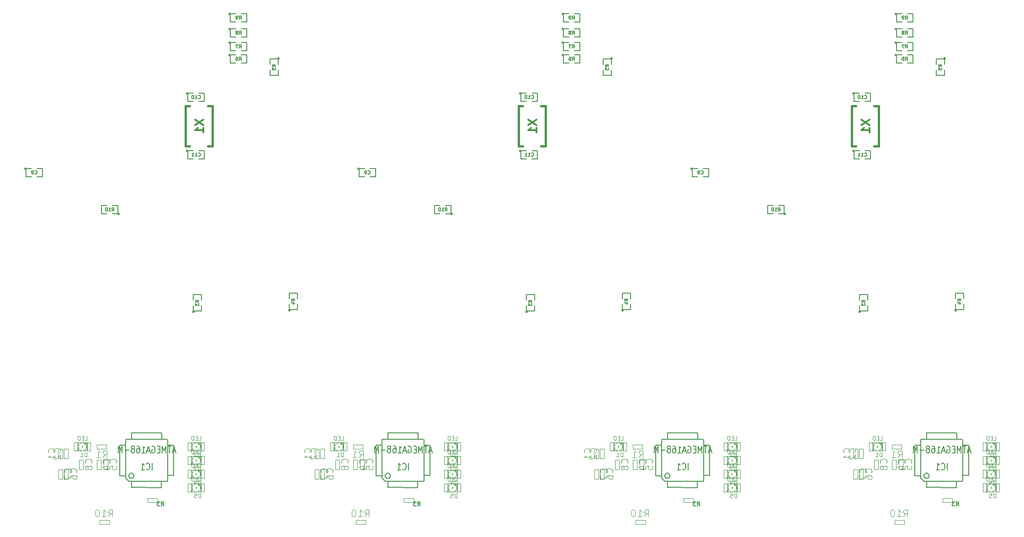
<source format=gbo>
G04 (created by PCBNEW-RS274X (2011-07-08)-stable) date Sun 14 Aug 2011 03:50:59 PM EDT*
G01*
G70*
G90*
%MOIN*%
G04 Gerber Fmt 3.4, Leading zero omitted, Abs format*
%FSLAX34Y34*%
G04 APERTURE LIST*
%ADD10C,0.006000*%
%ADD11C,0.005000*%
%ADD12C,0.015000*%
%ADD13C,0.003000*%
%ADD14C,0.002600*%
%ADD15C,0.004000*%
%ADD16C,0.012000*%
%ADD17C,0.008000*%
%ADD18C,0.003500*%
G04 APERTURE END LIST*
G54D10*
G54D11*
X77400Y-33500D02*
X77399Y-33509D01*
X77396Y-33519D01*
X77391Y-33527D01*
X77385Y-33535D01*
X77377Y-33541D01*
X77369Y-33546D01*
X77360Y-33548D01*
X77350Y-33549D01*
X77341Y-33549D01*
X77332Y-33546D01*
X77323Y-33541D01*
X77316Y-33535D01*
X77309Y-33528D01*
X77305Y-33519D01*
X77302Y-33510D01*
X77301Y-33500D01*
X77301Y-33491D01*
X77304Y-33482D01*
X77308Y-33473D01*
X77315Y-33466D01*
X77322Y-33459D01*
X77330Y-33455D01*
X77340Y-33452D01*
X77349Y-33451D01*
X77358Y-33451D01*
X77368Y-33454D01*
X77376Y-33458D01*
X77384Y-33464D01*
X77390Y-33472D01*
X77395Y-33480D01*
X77398Y-33489D01*
X77399Y-33499D01*
X77400Y-33500D01*
X76900Y-33500D02*
X77300Y-33500D01*
X77300Y-33500D02*
X77300Y-32900D01*
X77300Y-32900D02*
X76900Y-32900D01*
X76500Y-32900D02*
X76100Y-32900D01*
X76100Y-32900D02*
X76100Y-33500D01*
X76100Y-33500D02*
X76500Y-33500D01*
X85500Y-18900D02*
X85499Y-18909D01*
X85496Y-18919D01*
X85491Y-18927D01*
X85485Y-18935D01*
X85477Y-18941D01*
X85469Y-18946D01*
X85460Y-18948D01*
X85450Y-18949D01*
X85441Y-18949D01*
X85432Y-18946D01*
X85423Y-18941D01*
X85416Y-18935D01*
X85409Y-18928D01*
X85405Y-18919D01*
X85402Y-18910D01*
X85401Y-18900D01*
X85401Y-18891D01*
X85404Y-18882D01*
X85408Y-18873D01*
X85415Y-18866D01*
X85422Y-18859D01*
X85430Y-18855D01*
X85440Y-18852D01*
X85449Y-18851D01*
X85458Y-18851D01*
X85468Y-18854D01*
X85476Y-18858D01*
X85484Y-18864D01*
X85490Y-18872D01*
X85495Y-18880D01*
X85498Y-18889D01*
X85499Y-18899D01*
X85500Y-18900D01*
X85900Y-18900D02*
X85500Y-18900D01*
X85500Y-18900D02*
X85500Y-19500D01*
X85500Y-19500D02*
X85900Y-19500D01*
X86300Y-19500D02*
X86700Y-19500D01*
X86700Y-19500D02*
X86700Y-18900D01*
X86700Y-18900D02*
X86300Y-18900D01*
X85500Y-20000D02*
X85499Y-20009D01*
X85496Y-20019D01*
X85491Y-20027D01*
X85485Y-20035D01*
X85477Y-20041D01*
X85469Y-20046D01*
X85460Y-20048D01*
X85450Y-20049D01*
X85441Y-20049D01*
X85432Y-20046D01*
X85423Y-20041D01*
X85416Y-20035D01*
X85409Y-20028D01*
X85405Y-20019D01*
X85402Y-20010D01*
X85401Y-20000D01*
X85401Y-19991D01*
X85404Y-19982D01*
X85408Y-19973D01*
X85415Y-19966D01*
X85422Y-19959D01*
X85430Y-19955D01*
X85440Y-19952D01*
X85449Y-19951D01*
X85458Y-19951D01*
X85468Y-19954D01*
X85476Y-19958D01*
X85484Y-19964D01*
X85490Y-19972D01*
X85495Y-19980D01*
X85498Y-19989D01*
X85499Y-19999D01*
X85500Y-20000D01*
X85900Y-20000D02*
X85500Y-20000D01*
X85500Y-20000D02*
X85500Y-20600D01*
X85500Y-20600D02*
X85900Y-20600D01*
X86300Y-20600D02*
X86700Y-20600D01*
X86700Y-20600D02*
X86700Y-20000D01*
X86700Y-20000D02*
X86300Y-20000D01*
X85500Y-21000D02*
X85499Y-21009D01*
X85496Y-21019D01*
X85491Y-21027D01*
X85485Y-21035D01*
X85477Y-21041D01*
X85469Y-21046D01*
X85460Y-21048D01*
X85450Y-21049D01*
X85441Y-21049D01*
X85432Y-21046D01*
X85423Y-21041D01*
X85416Y-21035D01*
X85409Y-21028D01*
X85405Y-21019D01*
X85402Y-21010D01*
X85401Y-21000D01*
X85401Y-20991D01*
X85404Y-20982D01*
X85408Y-20973D01*
X85415Y-20966D01*
X85422Y-20959D01*
X85430Y-20955D01*
X85440Y-20952D01*
X85449Y-20951D01*
X85458Y-20951D01*
X85468Y-20954D01*
X85476Y-20958D01*
X85484Y-20964D01*
X85490Y-20972D01*
X85495Y-20980D01*
X85498Y-20989D01*
X85499Y-20999D01*
X85500Y-21000D01*
X85900Y-21000D02*
X85500Y-21000D01*
X85500Y-21000D02*
X85500Y-21600D01*
X85500Y-21600D02*
X85900Y-21600D01*
X86300Y-21600D02*
X86700Y-21600D01*
X86700Y-21600D02*
X86700Y-21000D01*
X86700Y-21000D02*
X86300Y-21000D01*
X85500Y-21900D02*
X85499Y-21909D01*
X85496Y-21919D01*
X85491Y-21927D01*
X85485Y-21935D01*
X85477Y-21941D01*
X85469Y-21946D01*
X85460Y-21948D01*
X85450Y-21949D01*
X85441Y-21949D01*
X85432Y-21946D01*
X85423Y-21941D01*
X85416Y-21935D01*
X85409Y-21928D01*
X85405Y-21919D01*
X85402Y-21910D01*
X85401Y-21900D01*
X85401Y-21891D01*
X85404Y-21882D01*
X85408Y-21873D01*
X85415Y-21866D01*
X85422Y-21859D01*
X85430Y-21855D01*
X85440Y-21852D01*
X85449Y-21851D01*
X85458Y-21851D01*
X85468Y-21854D01*
X85476Y-21858D01*
X85484Y-21864D01*
X85490Y-21872D01*
X85495Y-21880D01*
X85498Y-21889D01*
X85499Y-21899D01*
X85500Y-21900D01*
X85900Y-21900D02*
X85500Y-21900D01*
X85500Y-21900D02*
X85500Y-22500D01*
X85500Y-22500D02*
X85900Y-22500D01*
X86300Y-22500D02*
X86700Y-22500D01*
X86700Y-22500D02*
X86700Y-21900D01*
X86700Y-21900D02*
X86300Y-21900D01*
X89050Y-22150D02*
X89049Y-22159D01*
X89046Y-22169D01*
X89041Y-22177D01*
X89035Y-22185D01*
X89027Y-22191D01*
X89019Y-22196D01*
X89010Y-22198D01*
X89000Y-22199D01*
X88991Y-22199D01*
X88982Y-22196D01*
X88973Y-22191D01*
X88966Y-22185D01*
X88959Y-22178D01*
X88955Y-22169D01*
X88952Y-22160D01*
X88951Y-22150D01*
X88951Y-22141D01*
X88954Y-22132D01*
X88958Y-22123D01*
X88965Y-22116D01*
X88972Y-22109D01*
X88980Y-22105D01*
X88990Y-22102D01*
X88999Y-22101D01*
X89008Y-22101D01*
X89018Y-22104D01*
X89026Y-22108D01*
X89034Y-22114D01*
X89040Y-22122D01*
X89045Y-22130D01*
X89048Y-22139D01*
X89049Y-22149D01*
X89050Y-22150D01*
X89000Y-22600D02*
X89000Y-22200D01*
X89000Y-22200D02*
X88400Y-22200D01*
X88400Y-22200D02*
X88400Y-22600D01*
X88400Y-23000D02*
X88400Y-23400D01*
X88400Y-23400D02*
X89000Y-23400D01*
X89000Y-23400D02*
X89000Y-23000D01*
X89850Y-40550D02*
X89849Y-40559D01*
X89846Y-40569D01*
X89841Y-40577D01*
X89835Y-40585D01*
X89827Y-40591D01*
X89819Y-40596D01*
X89810Y-40598D01*
X89800Y-40599D01*
X89791Y-40599D01*
X89782Y-40596D01*
X89773Y-40591D01*
X89766Y-40585D01*
X89759Y-40578D01*
X89755Y-40569D01*
X89752Y-40560D01*
X89751Y-40550D01*
X89751Y-40541D01*
X89754Y-40532D01*
X89758Y-40523D01*
X89765Y-40516D01*
X89772Y-40509D01*
X89780Y-40505D01*
X89790Y-40502D01*
X89799Y-40501D01*
X89808Y-40501D01*
X89818Y-40504D01*
X89826Y-40508D01*
X89834Y-40514D01*
X89840Y-40522D01*
X89845Y-40530D01*
X89848Y-40539D01*
X89849Y-40549D01*
X89850Y-40550D01*
X89800Y-40100D02*
X89800Y-40500D01*
X89800Y-40500D02*
X90400Y-40500D01*
X90400Y-40500D02*
X90400Y-40100D01*
X90400Y-39700D02*
X90400Y-39300D01*
X90400Y-39300D02*
X89800Y-39300D01*
X89800Y-39300D02*
X89800Y-39700D01*
X82850Y-40650D02*
X82849Y-40659D01*
X82846Y-40669D01*
X82841Y-40677D01*
X82835Y-40685D01*
X82827Y-40691D01*
X82819Y-40696D01*
X82810Y-40698D01*
X82800Y-40699D01*
X82791Y-40699D01*
X82782Y-40696D01*
X82773Y-40691D01*
X82766Y-40685D01*
X82759Y-40678D01*
X82755Y-40669D01*
X82752Y-40660D01*
X82751Y-40650D01*
X82751Y-40641D01*
X82754Y-40632D01*
X82758Y-40623D01*
X82765Y-40616D01*
X82772Y-40609D01*
X82780Y-40605D01*
X82790Y-40602D01*
X82799Y-40601D01*
X82808Y-40601D01*
X82818Y-40604D01*
X82826Y-40608D01*
X82834Y-40614D01*
X82840Y-40622D01*
X82845Y-40630D01*
X82848Y-40639D01*
X82849Y-40649D01*
X82850Y-40650D01*
X82800Y-40200D02*
X82800Y-40600D01*
X82800Y-40600D02*
X83400Y-40600D01*
X83400Y-40600D02*
X83400Y-40200D01*
X83400Y-39800D02*
X83400Y-39400D01*
X83400Y-39400D02*
X82800Y-39400D01*
X82800Y-39400D02*
X82800Y-39800D01*
X70600Y-30200D02*
X70599Y-30209D01*
X70596Y-30219D01*
X70591Y-30227D01*
X70585Y-30235D01*
X70577Y-30241D01*
X70569Y-30246D01*
X70560Y-30248D01*
X70550Y-30249D01*
X70541Y-30249D01*
X70532Y-30246D01*
X70523Y-30241D01*
X70516Y-30235D01*
X70509Y-30228D01*
X70505Y-30219D01*
X70502Y-30210D01*
X70501Y-30200D01*
X70501Y-30191D01*
X70504Y-30182D01*
X70508Y-30173D01*
X70515Y-30166D01*
X70522Y-30159D01*
X70530Y-30155D01*
X70540Y-30152D01*
X70549Y-30151D01*
X70558Y-30151D01*
X70568Y-30154D01*
X70576Y-30158D01*
X70584Y-30164D01*
X70590Y-30172D01*
X70595Y-30180D01*
X70598Y-30189D01*
X70599Y-30199D01*
X70600Y-30200D01*
X71000Y-30200D02*
X70600Y-30200D01*
X70600Y-30200D02*
X70600Y-30800D01*
X70600Y-30800D02*
X71000Y-30800D01*
X71400Y-30800D02*
X71800Y-30800D01*
X71800Y-30800D02*
X71800Y-30200D01*
X71800Y-30200D02*
X71400Y-30200D01*
X82400Y-24700D02*
X82399Y-24709D01*
X82396Y-24719D01*
X82391Y-24727D01*
X82385Y-24735D01*
X82377Y-24741D01*
X82369Y-24746D01*
X82360Y-24748D01*
X82350Y-24749D01*
X82341Y-24749D01*
X82332Y-24746D01*
X82323Y-24741D01*
X82316Y-24735D01*
X82309Y-24728D01*
X82305Y-24719D01*
X82302Y-24710D01*
X82301Y-24700D01*
X82301Y-24691D01*
X82304Y-24682D01*
X82308Y-24673D01*
X82315Y-24666D01*
X82322Y-24659D01*
X82330Y-24655D01*
X82340Y-24652D01*
X82349Y-24651D01*
X82358Y-24651D01*
X82368Y-24654D01*
X82376Y-24658D01*
X82384Y-24664D01*
X82390Y-24672D01*
X82395Y-24680D01*
X82398Y-24689D01*
X82399Y-24699D01*
X82400Y-24700D01*
X82800Y-24700D02*
X82400Y-24700D01*
X82400Y-24700D02*
X82400Y-25300D01*
X82400Y-25300D02*
X82800Y-25300D01*
X83200Y-25300D02*
X83600Y-25300D01*
X83600Y-25300D02*
X83600Y-24700D01*
X83600Y-24700D02*
X83200Y-24700D01*
X82400Y-28900D02*
X82399Y-28909D01*
X82396Y-28919D01*
X82391Y-28927D01*
X82385Y-28935D01*
X82377Y-28941D01*
X82369Y-28946D01*
X82360Y-28948D01*
X82350Y-28949D01*
X82341Y-28949D01*
X82332Y-28946D01*
X82323Y-28941D01*
X82316Y-28935D01*
X82309Y-28928D01*
X82305Y-28919D01*
X82302Y-28910D01*
X82301Y-28900D01*
X82301Y-28891D01*
X82304Y-28882D01*
X82308Y-28873D01*
X82315Y-28866D01*
X82322Y-28859D01*
X82330Y-28855D01*
X82340Y-28852D01*
X82349Y-28851D01*
X82358Y-28851D01*
X82368Y-28854D01*
X82376Y-28858D01*
X82384Y-28864D01*
X82390Y-28872D01*
X82395Y-28880D01*
X82398Y-28889D01*
X82399Y-28899D01*
X82400Y-28900D01*
X82800Y-28900D02*
X82400Y-28900D01*
X82400Y-28900D02*
X82400Y-29500D01*
X82400Y-29500D02*
X82800Y-29500D01*
X83200Y-29500D02*
X83600Y-29500D01*
X83600Y-29500D02*
X83600Y-28900D01*
X83600Y-28900D02*
X83200Y-28900D01*
G54D12*
X84184Y-25624D02*
X83869Y-25624D01*
X82216Y-25624D02*
X82531Y-25624D01*
X82216Y-28576D02*
X82531Y-28576D01*
X84184Y-28576D02*
X83869Y-28576D01*
X84184Y-25624D02*
X84184Y-28576D01*
X82216Y-28576D02*
X82216Y-25624D01*
X59884Y-25624D02*
X59569Y-25624D01*
X57916Y-25624D02*
X58231Y-25624D01*
X57916Y-28576D02*
X58231Y-28576D01*
X59884Y-28576D02*
X59569Y-28576D01*
X59884Y-25624D02*
X59884Y-28576D01*
X57916Y-28576D02*
X57916Y-25624D01*
G54D11*
X58100Y-28900D02*
X58099Y-28909D01*
X58096Y-28919D01*
X58091Y-28927D01*
X58085Y-28935D01*
X58077Y-28941D01*
X58069Y-28946D01*
X58060Y-28948D01*
X58050Y-28949D01*
X58041Y-28949D01*
X58032Y-28946D01*
X58023Y-28941D01*
X58016Y-28935D01*
X58009Y-28928D01*
X58005Y-28919D01*
X58002Y-28910D01*
X58001Y-28900D01*
X58001Y-28891D01*
X58004Y-28882D01*
X58008Y-28873D01*
X58015Y-28866D01*
X58022Y-28859D01*
X58030Y-28855D01*
X58040Y-28852D01*
X58049Y-28851D01*
X58058Y-28851D01*
X58068Y-28854D01*
X58076Y-28858D01*
X58084Y-28864D01*
X58090Y-28872D01*
X58095Y-28880D01*
X58098Y-28889D01*
X58099Y-28899D01*
X58100Y-28900D01*
X58500Y-28900D02*
X58100Y-28900D01*
X58100Y-28900D02*
X58100Y-29500D01*
X58100Y-29500D02*
X58500Y-29500D01*
X58900Y-29500D02*
X59300Y-29500D01*
X59300Y-29500D02*
X59300Y-28900D01*
X59300Y-28900D02*
X58900Y-28900D01*
X58100Y-24700D02*
X58099Y-24709D01*
X58096Y-24719D01*
X58091Y-24727D01*
X58085Y-24735D01*
X58077Y-24741D01*
X58069Y-24746D01*
X58060Y-24748D01*
X58050Y-24749D01*
X58041Y-24749D01*
X58032Y-24746D01*
X58023Y-24741D01*
X58016Y-24735D01*
X58009Y-24728D01*
X58005Y-24719D01*
X58002Y-24710D01*
X58001Y-24700D01*
X58001Y-24691D01*
X58004Y-24682D01*
X58008Y-24673D01*
X58015Y-24666D01*
X58022Y-24659D01*
X58030Y-24655D01*
X58040Y-24652D01*
X58049Y-24651D01*
X58058Y-24651D01*
X58068Y-24654D01*
X58076Y-24658D01*
X58084Y-24664D01*
X58090Y-24672D01*
X58095Y-24680D01*
X58098Y-24689D01*
X58099Y-24699D01*
X58100Y-24700D01*
X58500Y-24700D02*
X58100Y-24700D01*
X58100Y-24700D02*
X58100Y-25300D01*
X58100Y-25300D02*
X58500Y-25300D01*
X58900Y-25300D02*
X59300Y-25300D01*
X59300Y-25300D02*
X59300Y-24700D01*
X59300Y-24700D02*
X58900Y-24700D01*
X46300Y-30200D02*
X46299Y-30209D01*
X46296Y-30219D01*
X46291Y-30227D01*
X46285Y-30235D01*
X46277Y-30241D01*
X46269Y-30246D01*
X46260Y-30248D01*
X46250Y-30249D01*
X46241Y-30249D01*
X46232Y-30246D01*
X46223Y-30241D01*
X46216Y-30235D01*
X46209Y-30228D01*
X46205Y-30219D01*
X46202Y-30210D01*
X46201Y-30200D01*
X46201Y-30191D01*
X46204Y-30182D01*
X46208Y-30173D01*
X46215Y-30166D01*
X46222Y-30159D01*
X46230Y-30155D01*
X46240Y-30152D01*
X46249Y-30151D01*
X46258Y-30151D01*
X46268Y-30154D01*
X46276Y-30158D01*
X46284Y-30164D01*
X46290Y-30172D01*
X46295Y-30180D01*
X46298Y-30189D01*
X46299Y-30199D01*
X46300Y-30200D01*
X46700Y-30200D02*
X46300Y-30200D01*
X46300Y-30200D02*
X46300Y-30800D01*
X46300Y-30800D02*
X46700Y-30800D01*
X47100Y-30800D02*
X47500Y-30800D01*
X47500Y-30800D02*
X47500Y-30200D01*
X47500Y-30200D02*
X47100Y-30200D01*
X58550Y-40650D02*
X58549Y-40659D01*
X58546Y-40669D01*
X58541Y-40677D01*
X58535Y-40685D01*
X58527Y-40691D01*
X58519Y-40696D01*
X58510Y-40698D01*
X58500Y-40699D01*
X58491Y-40699D01*
X58482Y-40696D01*
X58473Y-40691D01*
X58466Y-40685D01*
X58459Y-40678D01*
X58455Y-40669D01*
X58452Y-40660D01*
X58451Y-40650D01*
X58451Y-40641D01*
X58454Y-40632D01*
X58458Y-40623D01*
X58465Y-40616D01*
X58472Y-40609D01*
X58480Y-40605D01*
X58490Y-40602D01*
X58499Y-40601D01*
X58508Y-40601D01*
X58518Y-40604D01*
X58526Y-40608D01*
X58534Y-40614D01*
X58540Y-40622D01*
X58545Y-40630D01*
X58548Y-40639D01*
X58549Y-40649D01*
X58550Y-40650D01*
X58500Y-40200D02*
X58500Y-40600D01*
X58500Y-40600D02*
X59100Y-40600D01*
X59100Y-40600D02*
X59100Y-40200D01*
X59100Y-39800D02*
X59100Y-39400D01*
X59100Y-39400D02*
X58500Y-39400D01*
X58500Y-39400D02*
X58500Y-39800D01*
X65550Y-40550D02*
X65549Y-40559D01*
X65546Y-40569D01*
X65541Y-40577D01*
X65535Y-40585D01*
X65527Y-40591D01*
X65519Y-40596D01*
X65510Y-40598D01*
X65500Y-40599D01*
X65491Y-40599D01*
X65482Y-40596D01*
X65473Y-40591D01*
X65466Y-40585D01*
X65459Y-40578D01*
X65455Y-40569D01*
X65452Y-40560D01*
X65451Y-40550D01*
X65451Y-40541D01*
X65454Y-40532D01*
X65458Y-40523D01*
X65465Y-40516D01*
X65472Y-40509D01*
X65480Y-40505D01*
X65490Y-40502D01*
X65499Y-40501D01*
X65508Y-40501D01*
X65518Y-40504D01*
X65526Y-40508D01*
X65534Y-40514D01*
X65540Y-40522D01*
X65545Y-40530D01*
X65548Y-40539D01*
X65549Y-40549D01*
X65550Y-40550D01*
X65500Y-40100D02*
X65500Y-40500D01*
X65500Y-40500D02*
X66100Y-40500D01*
X66100Y-40500D02*
X66100Y-40100D01*
X66100Y-39700D02*
X66100Y-39300D01*
X66100Y-39300D02*
X65500Y-39300D01*
X65500Y-39300D02*
X65500Y-39700D01*
X64750Y-22150D02*
X64749Y-22159D01*
X64746Y-22169D01*
X64741Y-22177D01*
X64735Y-22185D01*
X64727Y-22191D01*
X64719Y-22196D01*
X64710Y-22198D01*
X64700Y-22199D01*
X64691Y-22199D01*
X64682Y-22196D01*
X64673Y-22191D01*
X64666Y-22185D01*
X64659Y-22178D01*
X64655Y-22169D01*
X64652Y-22160D01*
X64651Y-22150D01*
X64651Y-22141D01*
X64654Y-22132D01*
X64658Y-22123D01*
X64665Y-22116D01*
X64672Y-22109D01*
X64680Y-22105D01*
X64690Y-22102D01*
X64699Y-22101D01*
X64708Y-22101D01*
X64718Y-22104D01*
X64726Y-22108D01*
X64734Y-22114D01*
X64740Y-22122D01*
X64745Y-22130D01*
X64748Y-22139D01*
X64749Y-22149D01*
X64750Y-22150D01*
X64700Y-22600D02*
X64700Y-22200D01*
X64700Y-22200D02*
X64100Y-22200D01*
X64100Y-22200D02*
X64100Y-22600D01*
X64100Y-23000D02*
X64100Y-23400D01*
X64100Y-23400D02*
X64700Y-23400D01*
X64700Y-23400D02*
X64700Y-23000D01*
X61200Y-21900D02*
X61199Y-21909D01*
X61196Y-21919D01*
X61191Y-21927D01*
X61185Y-21935D01*
X61177Y-21941D01*
X61169Y-21946D01*
X61160Y-21948D01*
X61150Y-21949D01*
X61141Y-21949D01*
X61132Y-21946D01*
X61123Y-21941D01*
X61116Y-21935D01*
X61109Y-21928D01*
X61105Y-21919D01*
X61102Y-21910D01*
X61101Y-21900D01*
X61101Y-21891D01*
X61104Y-21882D01*
X61108Y-21873D01*
X61115Y-21866D01*
X61122Y-21859D01*
X61130Y-21855D01*
X61140Y-21852D01*
X61149Y-21851D01*
X61158Y-21851D01*
X61168Y-21854D01*
X61176Y-21858D01*
X61184Y-21864D01*
X61190Y-21872D01*
X61195Y-21880D01*
X61198Y-21889D01*
X61199Y-21899D01*
X61200Y-21900D01*
X61600Y-21900D02*
X61200Y-21900D01*
X61200Y-21900D02*
X61200Y-22500D01*
X61200Y-22500D02*
X61600Y-22500D01*
X62000Y-22500D02*
X62400Y-22500D01*
X62400Y-22500D02*
X62400Y-21900D01*
X62400Y-21900D02*
X62000Y-21900D01*
X61200Y-21000D02*
X61199Y-21009D01*
X61196Y-21019D01*
X61191Y-21027D01*
X61185Y-21035D01*
X61177Y-21041D01*
X61169Y-21046D01*
X61160Y-21048D01*
X61150Y-21049D01*
X61141Y-21049D01*
X61132Y-21046D01*
X61123Y-21041D01*
X61116Y-21035D01*
X61109Y-21028D01*
X61105Y-21019D01*
X61102Y-21010D01*
X61101Y-21000D01*
X61101Y-20991D01*
X61104Y-20982D01*
X61108Y-20973D01*
X61115Y-20966D01*
X61122Y-20959D01*
X61130Y-20955D01*
X61140Y-20952D01*
X61149Y-20951D01*
X61158Y-20951D01*
X61168Y-20954D01*
X61176Y-20958D01*
X61184Y-20964D01*
X61190Y-20972D01*
X61195Y-20980D01*
X61198Y-20989D01*
X61199Y-20999D01*
X61200Y-21000D01*
X61600Y-21000D02*
X61200Y-21000D01*
X61200Y-21000D02*
X61200Y-21600D01*
X61200Y-21600D02*
X61600Y-21600D01*
X62000Y-21600D02*
X62400Y-21600D01*
X62400Y-21600D02*
X62400Y-21000D01*
X62400Y-21000D02*
X62000Y-21000D01*
X61200Y-20000D02*
X61199Y-20009D01*
X61196Y-20019D01*
X61191Y-20027D01*
X61185Y-20035D01*
X61177Y-20041D01*
X61169Y-20046D01*
X61160Y-20048D01*
X61150Y-20049D01*
X61141Y-20049D01*
X61132Y-20046D01*
X61123Y-20041D01*
X61116Y-20035D01*
X61109Y-20028D01*
X61105Y-20019D01*
X61102Y-20010D01*
X61101Y-20000D01*
X61101Y-19991D01*
X61104Y-19982D01*
X61108Y-19973D01*
X61115Y-19966D01*
X61122Y-19959D01*
X61130Y-19955D01*
X61140Y-19952D01*
X61149Y-19951D01*
X61158Y-19951D01*
X61168Y-19954D01*
X61176Y-19958D01*
X61184Y-19964D01*
X61190Y-19972D01*
X61195Y-19980D01*
X61198Y-19989D01*
X61199Y-19999D01*
X61200Y-20000D01*
X61600Y-20000D02*
X61200Y-20000D01*
X61200Y-20000D02*
X61200Y-20600D01*
X61200Y-20600D02*
X61600Y-20600D01*
X62000Y-20600D02*
X62400Y-20600D01*
X62400Y-20600D02*
X62400Y-20000D01*
X62400Y-20000D02*
X62000Y-20000D01*
X61200Y-18900D02*
X61199Y-18909D01*
X61196Y-18919D01*
X61191Y-18927D01*
X61185Y-18935D01*
X61177Y-18941D01*
X61169Y-18946D01*
X61160Y-18948D01*
X61150Y-18949D01*
X61141Y-18949D01*
X61132Y-18946D01*
X61123Y-18941D01*
X61116Y-18935D01*
X61109Y-18928D01*
X61105Y-18919D01*
X61102Y-18910D01*
X61101Y-18900D01*
X61101Y-18891D01*
X61104Y-18882D01*
X61108Y-18873D01*
X61115Y-18866D01*
X61122Y-18859D01*
X61130Y-18855D01*
X61140Y-18852D01*
X61149Y-18851D01*
X61158Y-18851D01*
X61168Y-18854D01*
X61176Y-18858D01*
X61184Y-18864D01*
X61190Y-18872D01*
X61195Y-18880D01*
X61198Y-18889D01*
X61199Y-18899D01*
X61200Y-18900D01*
X61600Y-18900D02*
X61200Y-18900D01*
X61200Y-18900D02*
X61200Y-19500D01*
X61200Y-19500D02*
X61600Y-19500D01*
X62000Y-19500D02*
X62400Y-19500D01*
X62400Y-19500D02*
X62400Y-18900D01*
X62400Y-18900D02*
X62000Y-18900D01*
X53100Y-33500D02*
X53099Y-33509D01*
X53096Y-33519D01*
X53091Y-33527D01*
X53085Y-33535D01*
X53077Y-33541D01*
X53069Y-33546D01*
X53060Y-33548D01*
X53050Y-33549D01*
X53041Y-33549D01*
X53032Y-33546D01*
X53023Y-33541D01*
X53016Y-33535D01*
X53009Y-33528D01*
X53005Y-33519D01*
X53002Y-33510D01*
X53001Y-33500D01*
X53001Y-33491D01*
X53004Y-33482D01*
X53008Y-33473D01*
X53015Y-33466D01*
X53022Y-33459D01*
X53030Y-33455D01*
X53040Y-33452D01*
X53049Y-33451D01*
X53058Y-33451D01*
X53068Y-33454D01*
X53076Y-33458D01*
X53084Y-33464D01*
X53090Y-33472D01*
X53095Y-33480D01*
X53098Y-33489D01*
X53099Y-33499D01*
X53100Y-33500D01*
X52600Y-33500D02*
X53000Y-33500D01*
X53000Y-33500D02*
X53000Y-32900D01*
X53000Y-32900D02*
X52600Y-32900D01*
X52200Y-32900D02*
X51800Y-32900D01*
X51800Y-32900D02*
X51800Y-33500D01*
X51800Y-33500D02*
X52200Y-33500D01*
G54D10*
X90780Y-50410D02*
X90330Y-50410D01*
X90780Y-52590D02*
X90340Y-52590D01*
X90780Y-50410D02*
X90780Y-52590D01*
X89900Y-49940D02*
X89900Y-49510D01*
X87690Y-49930D02*
X87690Y-49510D01*
X87680Y-49510D02*
X89900Y-49500D01*
X87700Y-53480D02*
X89870Y-53490D01*
X87270Y-52790D02*
X87270Y-49960D01*
X89880Y-53480D02*
X89880Y-53070D01*
X87520Y-53030D02*
X90300Y-53030D01*
X90320Y-49950D02*
X90320Y-52990D01*
X87270Y-49950D02*
X90270Y-49950D01*
X86820Y-52620D02*
X86820Y-50400D01*
X86820Y-50400D02*
X87270Y-50400D01*
X87274Y-52800D02*
X87504Y-53030D01*
X86822Y-52620D02*
X87274Y-52620D01*
X87700Y-53030D02*
X87700Y-53482D01*
X87870Y-52626D02*
X87866Y-52662D01*
X87855Y-52697D01*
X87838Y-52730D01*
X87815Y-52758D01*
X87787Y-52781D01*
X87754Y-52799D01*
X87719Y-52810D01*
X87683Y-52813D01*
X87647Y-52810D01*
X87612Y-52800D01*
X87580Y-52783D01*
X87551Y-52760D01*
X87527Y-52732D01*
X87510Y-52700D01*
X87499Y-52665D01*
X87495Y-52628D01*
X87498Y-52593D01*
X87508Y-52557D01*
X87524Y-52525D01*
X87547Y-52496D01*
X87575Y-52472D01*
X87607Y-52454D01*
X87642Y-52443D01*
X87679Y-52439D01*
X87714Y-52441D01*
X87749Y-52451D01*
X87782Y-52468D01*
X87811Y-52490D01*
X87835Y-52518D01*
X87853Y-52550D01*
X87865Y-52585D01*
X87869Y-52621D01*
X87870Y-52626D01*
G54D13*
X82648Y-50653D02*
X82648Y-51347D01*
X82352Y-50653D02*
X82352Y-51347D01*
X82352Y-50653D02*
X82648Y-50653D01*
X82352Y-51347D02*
X82648Y-51347D01*
X83048Y-50653D02*
X83048Y-51347D01*
X82752Y-50653D02*
X82752Y-51347D01*
X82752Y-50653D02*
X83048Y-50653D01*
X82752Y-51347D02*
X83048Y-51347D01*
X85152Y-52147D02*
X85152Y-51453D01*
X85448Y-52147D02*
X85448Y-51453D01*
X85448Y-52147D02*
X85152Y-52147D01*
X85448Y-51453D02*
X85152Y-51453D01*
X85652Y-52147D02*
X85652Y-51453D01*
X85948Y-52147D02*
X85948Y-51453D01*
X85948Y-52147D02*
X85652Y-52147D01*
X85948Y-51453D02*
X85652Y-51453D01*
X82752Y-52847D02*
X82752Y-52153D01*
X83048Y-52847D02*
X83048Y-52153D01*
X83048Y-52847D02*
X82752Y-52847D01*
X83048Y-52153D02*
X82752Y-52153D01*
X82352Y-52847D02*
X82352Y-52153D01*
X82648Y-52847D02*
X82648Y-52153D01*
X82648Y-52847D02*
X82352Y-52847D01*
X82648Y-52153D02*
X82352Y-52153D01*
X83852Y-52147D02*
X83852Y-51453D01*
X84148Y-52147D02*
X84148Y-51453D01*
X84148Y-52147D02*
X83852Y-52147D01*
X84148Y-51453D02*
X83852Y-51453D01*
X85153Y-50352D02*
X85847Y-50352D01*
X85153Y-50648D02*
X85847Y-50648D01*
X85153Y-50648D02*
X85153Y-50352D01*
X85847Y-50648D02*
X85847Y-50352D01*
X89547Y-54548D02*
X88853Y-54548D01*
X89547Y-54252D02*
X88853Y-54252D01*
X89547Y-54252D02*
X89547Y-54548D01*
X88853Y-54252D02*
X88853Y-54548D01*
X86047Y-56148D02*
X85353Y-56148D01*
X86047Y-55852D02*
X85353Y-55852D01*
X86047Y-55852D02*
X86047Y-56148D01*
X85353Y-55852D02*
X85353Y-56148D01*
G54D14*
X84061Y-50461D02*
X84139Y-50461D01*
X84139Y-50461D02*
X84139Y-50539D01*
X84061Y-50539D02*
X84139Y-50539D01*
X84061Y-50461D02*
X84061Y-50539D01*
X84277Y-50225D02*
X84414Y-50225D01*
X84414Y-50225D02*
X84414Y-50323D01*
X84277Y-50323D02*
X84414Y-50323D01*
X84277Y-50225D02*
X84277Y-50323D01*
X84414Y-50225D02*
X84454Y-50225D01*
X84454Y-50225D02*
X84454Y-50696D01*
X84414Y-50696D02*
X84454Y-50696D01*
X84414Y-50225D02*
X84414Y-50696D01*
X84414Y-50716D02*
X84454Y-50716D01*
X84454Y-50716D02*
X84454Y-50775D01*
X84414Y-50775D02*
X84454Y-50775D01*
X84414Y-50716D02*
X84414Y-50775D01*
X83746Y-50225D02*
X83786Y-50225D01*
X83786Y-50225D02*
X83786Y-50696D01*
X83746Y-50696D02*
X83786Y-50696D01*
X83746Y-50225D02*
X83746Y-50696D01*
X83746Y-50716D02*
X83786Y-50716D01*
X83786Y-50716D02*
X83786Y-50775D01*
X83746Y-50775D02*
X83786Y-50775D01*
X83746Y-50716D02*
X83746Y-50775D01*
X84277Y-50225D02*
X84336Y-50225D01*
X84336Y-50225D02*
X84336Y-50323D01*
X84277Y-50323D02*
X84336Y-50323D01*
X84277Y-50225D02*
X84277Y-50323D01*
G54D15*
X84710Y-50205D02*
X83490Y-50205D01*
X83490Y-50205D02*
X83490Y-50795D01*
X83490Y-50795D02*
X84710Y-50795D01*
X84710Y-50795D02*
X84710Y-50205D01*
X84315Y-50305D02*
X84297Y-50287D01*
X84278Y-50271D01*
X84257Y-50256D01*
X84235Y-50243D01*
X84212Y-50232D01*
X84188Y-50223D01*
X84164Y-50217D01*
X84139Y-50212D01*
X84114Y-50210D01*
X84089Y-50210D01*
X84064Y-50212D01*
X84039Y-50216D01*
X84014Y-50223D01*
X83991Y-50231D01*
X83967Y-50242D01*
X83945Y-50254D01*
X83925Y-50269D01*
X83905Y-50285D01*
X83887Y-50303D01*
X83886Y-50304D01*
X83885Y-50305D02*
X83869Y-50325D01*
X83854Y-50345D01*
X83842Y-50367D01*
X83831Y-50391D01*
X83823Y-50414D01*
X83816Y-50439D01*
X83812Y-50464D01*
X83810Y-50489D01*
X83810Y-50514D01*
X83812Y-50539D01*
X83817Y-50564D01*
X83823Y-50588D01*
X83832Y-50612D01*
X83843Y-50635D01*
X83856Y-50657D01*
X83871Y-50678D01*
X83885Y-50695D01*
X83885Y-50695D02*
X83903Y-50713D01*
X83922Y-50729D01*
X83943Y-50744D01*
X83965Y-50757D01*
X83988Y-50768D01*
X84012Y-50777D01*
X84036Y-50783D01*
X84061Y-50788D01*
X84086Y-50790D01*
X84111Y-50790D01*
X84136Y-50788D01*
X84161Y-50784D01*
X84186Y-50777D01*
X84209Y-50769D01*
X84233Y-50758D01*
X84255Y-50746D01*
X84275Y-50731D01*
X84295Y-50715D01*
X84313Y-50697D01*
X84314Y-50696D01*
X84315Y-50695D02*
X84331Y-50675D01*
X84346Y-50655D01*
X84358Y-50633D01*
X84369Y-50609D01*
X84377Y-50586D01*
X84384Y-50561D01*
X84388Y-50536D01*
X84390Y-50511D01*
X84390Y-50486D01*
X84388Y-50461D01*
X84383Y-50436D01*
X84377Y-50412D01*
X84368Y-50388D01*
X84357Y-50365D01*
X84344Y-50343D01*
X84329Y-50322D01*
X84315Y-50305D01*
G54D14*
X92361Y-50461D02*
X92439Y-50461D01*
X92439Y-50461D02*
X92439Y-50539D01*
X92361Y-50539D02*
X92439Y-50539D01*
X92361Y-50461D02*
X92361Y-50539D01*
X92577Y-50225D02*
X92714Y-50225D01*
X92714Y-50225D02*
X92714Y-50323D01*
X92577Y-50323D02*
X92714Y-50323D01*
X92577Y-50225D02*
X92577Y-50323D01*
X92714Y-50225D02*
X92754Y-50225D01*
X92754Y-50225D02*
X92754Y-50696D01*
X92714Y-50696D02*
X92754Y-50696D01*
X92714Y-50225D02*
X92714Y-50696D01*
X92714Y-50716D02*
X92754Y-50716D01*
X92754Y-50716D02*
X92754Y-50775D01*
X92714Y-50775D02*
X92754Y-50775D01*
X92714Y-50716D02*
X92714Y-50775D01*
X92046Y-50225D02*
X92086Y-50225D01*
X92086Y-50225D02*
X92086Y-50696D01*
X92046Y-50696D02*
X92086Y-50696D01*
X92046Y-50225D02*
X92046Y-50696D01*
X92046Y-50716D02*
X92086Y-50716D01*
X92086Y-50716D02*
X92086Y-50775D01*
X92046Y-50775D02*
X92086Y-50775D01*
X92046Y-50716D02*
X92046Y-50775D01*
X92577Y-50225D02*
X92636Y-50225D01*
X92636Y-50225D02*
X92636Y-50323D01*
X92577Y-50323D02*
X92636Y-50323D01*
X92577Y-50225D02*
X92577Y-50323D01*
G54D15*
X93010Y-50205D02*
X91790Y-50205D01*
X91790Y-50205D02*
X91790Y-50795D01*
X91790Y-50795D02*
X93010Y-50795D01*
X93010Y-50795D02*
X93010Y-50205D01*
X92615Y-50305D02*
X92597Y-50287D01*
X92578Y-50271D01*
X92557Y-50256D01*
X92535Y-50243D01*
X92512Y-50232D01*
X92488Y-50223D01*
X92464Y-50217D01*
X92439Y-50212D01*
X92414Y-50210D01*
X92389Y-50210D01*
X92364Y-50212D01*
X92339Y-50216D01*
X92314Y-50223D01*
X92291Y-50231D01*
X92267Y-50242D01*
X92245Y-50254D01*
X92225Y-50269D01*
X92205Y-50285D01*
X92187Y-50303D01*
X92186Y-50304D01*
X92185Y-50305D02*
X92169Y-50325D01*
X92154Y-50345D01*
X92142Y-50367D01*
X92131Y-50391D01*
X92123Y-50414D01*
X92116Y-50439D01*
X92112Y-50464D01*
X92110Y-50489D01*
X92110Y-50514D01*
X92112Y-50539D01*
X92117Y-50564D01*
X92123Y-50588D01*
X92132Y-50612D01*
X92143Y-50635D01*
X92156Y-50657D01*
X92171Y-50678D01*
X92185Y-50695D01*
X92185Y-50695D02*
X92203Y-50713D01*
X92222Y-50729D01*
X92243Y-50744D01*
X92265Y-50757D01*
X92288Y-50768D01*
X92312Y-50777D01*
X92336Y-50783D01*
X92361Y-50788D01*
X92386Y-50790D01*
X92411Y-50790D01*
X92436Y-50788D01*
X92461Y-50784D01*
X92486Y-50777D01*
X92509Y-50769D01*
X92533Y-50758D01*
X92555Y-50746D01*
X92575Y-50731D01*
X92595Y-50715D01*
X92613Y-50697D01*
X92614Y-50696D01*
X92615Y-50695D02*
X92631Y-50675D01*
X92646Y-50655D01*
X92658Y-50633D01*
X92669Y-50609D01*
X92677Y-50586D01*
X92684Y-50561D01*
X92688Y-50536D01*
X92690Y-50511D01*
X92690Y-50486D01*
X92688Y-50461D01*
X92683Y-50436D01*
X92677Y-50412D01*
X92668Y-50388D01*
X92657Y-50365D01*
X92644Y-50343D01*
X92629Y-50322D01*
X92615Y-50305D01*
G54D14*
X92361Y-51461D02*
X92439Y-51461D01*
X92439Y-51461D02*
X92439Y-51539D01*
X92361Y-51539D02*
X92439Y-51539D01*
X92361Y-51461D02*
X92361Y-51539D01*
X92577Y-51225D02*
X92714Y-51225D01*
X92714Y-51225D02*
X92714Y-51323D01*
X92577Y-51323D02*
X92714Y-51323D01*
X92577Y-51225D02*
X92577Y-51323D01*
X92714Y-51225D02*
X92754Y-51225D01*
X92754Y-51225D02*
X92754Y-51696D01*
X92714Y-51696D02*
X92754Y-51696D01*
X92714Y-51225D02*
X92714Y-51696D01*
X92714Y-51716D02*
X92754Y-51716D01*
X92754Y-51716D02*
X92754Y-51775D01*
X92714Y-51775D02*
X92754Y-51775D01*
X92714Y-51716D02*
X92714Y-51775D01*
X92046Y-51225D02*
X92086Y-51225D01*
X92086Y-51225D02*
X92086Y-51696D01*
X92046Y-51696D02*
X92086Y-51696D01*
X92046Y-51225D02*
X92046Y-51696D01*
X92046Y-51716D02*
X92086Y-51716D01*
X92086Y-51716D02*
X92086Y-51775D01*
X92046Y-51775D02*
X92086Y-51775D01*
X92046Y-51716D02*
X92046Y-51775D01*
X92577Y-51225D02*
X92636Y-51225D01*
X92636Y-51225D02*
X92636Y-51323D01*
X92577Y-51323D02*
X92636Y-51323D01*
X92577Y-51225D02*
X92577Y-51323D01*
G54D15*
X93010Y-51205D02*
X91790Y-51205D01*
X91790Y-51205D02*
X91790Y-51795D01*
X91790Y-51795D02*
X93010Y-51795D01*
X93010Y-51795D02*
X93010Y-51205D01*
X92615Y-51305D02*
X92597Y-51287D01*
X92578Y-51271D01*
X92557Y-51256D01*
X92535Y-51243D01*
X92512Y-51232D01*
X92488Y-51223D01*
X92464Y-51217D01*
X92439Y-51212D01*
X92414Y-51210D01*
X92389Y-51210D01*
X92364Y-51212D01*
X92339Y-51216D01*
X92314Y-51223D01*
X92291Y-51231D01*
X92267Y-51242D01*
X92245Y-51254D01*
X92225Y-51269D01*
X92205Y-51285D01*
X92187Y-51303D01*
X92186Y-51304D01*
X92185Y-51305D02*
X92169Y-51325D01*
X92154Y-51345D01*
X92142Y-51367D01*
X92131Y-51391D01*
X92123Y-51414D01*
X92116Y-51439D01*
X92112Y-51464D01*
X92110Y-51489D01*
X92110Y-51514D01*
X92112Y-51539D01*
X92117Y-51564D01*
X92123Y-51588D01*
X92132Y-51612D01*
X92143Y-51635D01*
X92156Y-51657D01*
X92171Y-51678D01*
X92185Y-51695D01*
X92185Y-51695D02*
X92203Y-51713D01*
X92222Y-51729D01*
X92243Y-51744D01*
X92265Y-51757D01*
X92288Y-51768D01*
X92312Y-51777D01*
X92336Y-51783D01*
X92361Y-51788D01*
X92386Y-51790D01*
X92411Y-51790D01*
X92436Y-51788D01*
X92461Y-51784D01*
X92486Y-51777D01*
X92509Y-51769D01*
X92533Y-51758D01*
X92555Y-51746D01*
X92575Y-51731D01*
X92595Y-51715D01*
X92613Y-51697D01*
X92614Y-51696D01*
X92615Y-51695D02*
X92631Y-51675D01*
X92646Y-51655D01*
X92658Y-51633D01*
X92669Y-51609D01*
X92677Y-51586D01*
X92684Y-51561D01*
X92688Y-51536D01*
X92690Y-51511D01*
X92690Y-51486D01*
X92688Y-51461D01*
X92683Y-51436D01*
X92677Y-51412D01*
X92668Y-51388D01*
X92657Y-51365D01*
X92644Y-51343D01*
X92629Y-51322D01*
X92615Y-51305D01*
G54D14*
X92361Y-52461D02*
X92439Y-52461D01*
X92439Y-52461D02*
X92439Y-52539D01*
X92361Y-52539D02*
X92439Y-52539D01*
X92361Y-52461D02*
X92361Y-52539D01*
X92577Y-52225D02*
X92714Y-52225D01*
X92714Y-52225D02*
X92714Y-52323D01*
X92577Y-52323D02*
X92714Y-52323D01*
X92577Y-52225D02*
X92577Y-52323D01*
X92714Y-52225D02*
X92754Y-52225D01*
X92754Y-52225D02*
X92754Y-52696D01*
X92714Y-52696D02*
X92754Y-52696D01*
X92714Y-52225D02*
X92714Y-52696D01*
X92714Y-52716D02*
X92754Y-52716D01*
X92754Y-52716D02*
X92754Y-52775D01*
X92714Y-52775D02*
X92754Y-52775D01*
X92714Y-52716D02*
X92714Y-52775D01*
X92046Y-52225D02*
X92086Y-52225D01*
X92086Y-52225D02*
X92086Y-52696D01*
X92046Y-52696D02*
X92086Y-52696D01*
X92046Y-52225D02*
X92046Y-52696D01*
X92046Y-52716D02*
X92086Y-52716D01*
X92086Y-52716D02*
X92086Y-52775D01*
X92046Y-52775D02*
X92086Y-52775D01*
X92046Y-52716D02*
X92046Y-52775D01*
X92577Y-52225D02*
X92636Y-52225D01*
X92636Y-52225D02*
X92636Y-52323D01*
X92577Y-52323D02*
X92636Y-52323D01*
X92577Y-52225D02*
X92577Y-52323D01*
G54D15*
X93010Y-52205D02*
X91790Y-52205D01*
X91790Y-52205D02*
X91790Y-52795D01*
X91790Y-52795D02*
X93010Y-52795D01*
X93010Y-52795D02*
X93010Y-52205D01*
X92615Y-52305D02*
X92597Y-52287D01*
X92578Y-52271D01*
X92557Y-52256D01*
X92535Y-52243D01*
X92512Y-52232D01*
X92488Y-52223D01*
X92464Y-52217D01*
X92439Y-52212D01*
X92414Y-52210D01*
X92389Y-52210D01*
X92364Y-52212D01*
X92339Y-52216D01*
X92314Y-52223D01*
X92291Y-52231D01*
X92267Y-52242D01*
X92245Y-52254D01*
X92225Y-52269D01*
X92205Y-52285D01*
X92187Y-52303D01*
X92186Y-52304D01*
X92185Y-52305D02*
X92169Y-52325D01*
X92154Y-52345D01*
X92142Y-52367D01*
X92131Y-52391D01*
X92123Y-52414D01*
X92116Y-52439D01*
X92112Y-52464D01*
X92110Y-52489D01*
X92110Y-52514D01*
X92112Y-52539D01*
X92117Y-52564D01*
X92123Y-52588D01*
X92132Y-52612D01*
X92143Y-52635D01*
X92156Y-52657D01*
X92171Y-52678D01*
X92185Y-52695D01*
X92185Y-52695D02*
X92203Y-52713D01*
X92222Y-52729D01*
X92243Y-52744D01*
X92265Y-52757D01*
X92288Y-52768D01*
X92312Y-52777D01*
X92336Y-52783D01*
X92361Y-52788D01*
X92386Y-52790D01*
X92411Y-52790D01*
X92436Y-52788D01*
X92461Y-52784D01*
X92486Y-52777D01*
X92509Y-52769D01*
X92533Y-52758D01*
X92555Y-52746D01*
X92575Y-52731D01*
X92595Y-52715D01*
X92613Y-52697D01*
X92614Y-52696D01*
X92615Y-52695D02*
X92631Y-52675D01*
X92646Y-52655D01*
X92658Y-52633D01*
X92669Y-52609D01*
X92677Y-52586D01*
X92684Y-52561D01*
X92688Y-52536D01*
X92690Y-52511D01*
X92690Y-52486D01*
X92688Y-52461D01*
X92683Y-52436D01*
X92677Y-52412D01*
X92668Y-52388D01*
X92657Y-52365D01*
X92644Y-52343D01*
X92629Y-52322D01*
X92615Y-52305D01*
G54D14*
X92361Y-53461D02*
X92439Y-53461D01*
X92439Y-53461D02*
X92439Y-53539D01*
X92361Y-53539D02*
X92439Y-53539D01*
X92361Y-53461D02*
X92361Y-53539D01*
X92577Y-53225D02*
X92714Y-53225D01*
X92714Y-53225D02*
X92714Y-53323D01*
X92577Y-53323D02*
X92714Y-53323D01*
X92577Y-53225D02*
X92577Y-53323D01*
X92714Y-53225D02*
X92754Y-53225D01*
X92754Y-53225D02*
X92754Y-53696D01*
X92714Y-53696D02*
X92754Y-53696D01*
X92714Y-53225D02*
X92714Y-53696D01*
X92714Y-53716D02*
X92754Y-53716D01*
X92754Y-53716D02*
X92754Y-53775D01*
X92714Y-53775D02*
X92754Y-53775D01*
X92714Y-53716D02*
X92714Y-53775D01*
X92046Y-53225D02*
X92086Y-53225D01*
X92086Y-53225D02*
X92086Y-53696D01*
X92046Y-53696D02*
X92086Y-53696D01*
X92046Y-53225D02*
X92046Y-53696D01*
X92046Y-53716D02*
X92086Y-53716D01*
X92086Y-53716D02*
X92086Y-53775D01*
X92046Y-53775D02*
X92086Y-53775D01*
X92046Y-53716D02*
X92046Y-53775D01*
X92577Y-53225D02*
X92636Y-53225D01*
X92636Y-53225D02*
X92636Y-53323D01*
X92577Y-53323D02*
X92636Y-53323D01*
X92577Y-53225D02*
X92577Y-53323D01*
G54D15*
X93010Y-53205D02*
X91790Y-53205D01*
X91790Y-53205D02*
X91790Y-53795D01*
X91790Y-53795D02*
X93010Y-53795D01*
X93010Y-53795D02*
X93010Y-53205D01*
X92615Y-53305D02*
X92597Y-53287D01*
X92578Y-53271D01*
X92557Y-53256D01*
X92535Y-53243D01*
X92512Y-53232D01*
X92488Y-53223D01*
X92464Y-53217D01*
X92439Y-53212D01*
X92414Y-53210D01*
X92389Y-53210D01*
X92364Y-53212D01*
X92339Y-53216D01*
X92314Y-53223D01*
X92291Y-53231D01*
X92267Y-53242D01*
X92245Y-53254D01*
X92225Y-53269D01*
X92205Y-53285D01*
X92187Y-53303D01*
X92186Y-53304D01*
X92185Y-53305D02*
X92169Y-53325D01*
X92154Y-53345D01*
X92142Y-53367D01*
X92131Y-53391D01*
X92123Y-53414D01*
X92116Y-53439D01*
X92112Y-53464D01*
X92110Y-53489D01*
X92110Y-53514D01*
X92112Y-53539D01*
X92117Y-53564D01*
X92123Y-53588D01*
X92132Y-53612D01*
X92143Y-53635D01*
X92156Y-53657D01*
X92171Y-53678D01*
X92185Y-53695D01*
X92185Y-53695D02*
X92203Y-53713D01*
X92222Y-53729D01*
X92243Y-53744D01*
X92265Y-53757D01*
X92288Y-53768D01*
X92312Y-53777D01*
X92336Y-53783D01*
X92361Y-53788D01*
X92386Y-53790D01*
X92411Y-53790D01*
X92436Y-53788D01*
X92461Y-53784D01*
X92486Y-53777D01*
X92509Y-53769D01*
X92533Y-53758D01*
X92555Y-53746D01*
X92575Y-53731D01*
X92595Y-53715D01*
X92613Y-53697D01*
X92614Y-53696D01*
X92615Y-53695D02*
X92631Y-53675D01*
X92646Y-53655D01*
X92658Y-53633D01*
X92669Y-53609D01*
X92677Y-53586D01*
X92684Y-53561D01*
X92688Y-53536D01*
X92690Y-53511D01*
X92690Y-53486D01*
X92688Y-53461D01*
X92683Y-53436D01*
X92677Y-53412D01*
X92668Y-53388D01*
X92657Y-53365D01*
X92644Y-53343D01*
X92629Y-53322D01*
X92615Y-53305D01*
G54D14*
X73461Y-53461D02*
X73539Y-53461D01*
X73539Y-53461D02*
X73539Y-53539D01*
X73461Y-53539D02*
X73539Y-53539D01*
X73461Y-53461D02*
X73461Y-53539D01*
X73677Y-53225D02*
X73814Y-53225D01*
X73814Y-53225D02*
X73814Y-53323D01*
X73677Y-53323D02*
X73814Y-53323D01*
X73677Y-53225D02*
X73677Y-53323D01*
X73814Y-53225D02*
X73854Y-53225D01*
X73854Y-53225D02*
X73854Y-53696D01*
X73814Y-53696D02*
X73854Y-53696D01*
X73814Y-53225D02*
X73814Y-53696D01*
X73814Y-53716D02*
X73854Y-53716D01*
X73854Y-53716D02*
X73854Y-53775D01*
X73814Y-53775D02*
X73854Y-53775D01*
X73814Y-53716D02*
X73814Y-53775D01*
X73146Y-53225D02*
X73186Y-53225D01*
X73186Y-53225D02*
X73186Y-53696D01*
X73146Y-53696D02*
X73186Y-53696D01*
X73146Y-53225D02*
X73146Y-53696D01*
X73146Y-53716D02*
X73186Y-53716D01*
X73186Y-53716D02*
X73186Y-53775D01*
X73146Y-53775D02*
X73186Y-53775D01*
X73146Y-53716D02*
X73146Y-53775D01*
X73677Y-53225D02*
X73736Y-53225D01*
X73736Y-53225D02*
X73736Y-53323D01*
X73677Y-53323D02*
X73736Y-53323D01*
X73677Y-53225D02*
X73677Y-53323D01*
G54D15*
X74110Y-53205D02*
X72890Y-53205D01*
X72890Y-53205D02*
X72890Y-53795D01*
X72890Y-53795D02*
X74110Y-53795D01*
X74110Y-53795D02*
X74110Y-53205D01*
X73715Y-53305D02*
X73697Y-53287D01*
X73678Y-53271D01*
X73657Y-53256D01*
X73635Y-53243D01*
X73612Y-53232D01*
X73588Y-53223D01*
X73564Y-53217D01*
X73539Y-53212D01*
X73514Y-53210D01*
X73489Y-53210D01*
X73464Y-53212D01*
X73439Y-53216D01*
X73414Y-53223D01*
X73391Y-53231D01*
X73367Y-53242D01*
X73345Y-53254D01*
X73325Y-53269D01*
X73305Y-53285D01*
X73287Y-53303D01*
X73286Y-53304D01*
X73285Y-53305D02*
X73269Y-53325D01*
X73254Y-53345D01*
X73242Y-53367D01*
X73231Y-53391D01*
X73223Y-53414D01*
X73216Y-53439D01*
X73212Y-53464D01*
X73210Y-53489D01*
X73210Y-53514D01*
X73212Y-53539D01*
X73217Y-53564D01*
X73223Y-53588D01*
X73232Y-53612D01*
X73243Y-53635D01*
X73256Y-53657D01*
X73271Y-53678D01*
X73285Y-53695D01*
X73285Y-53695D02*
X73303Y-53713D01*
X73322Y-53729D01*
X73343Y-53744D01*
X73365Y-53757D01*
X73388Y-53768D01*
X73412Y-53777D01*
X73436Y-53783D01*
X73461Y-53788D01*
X73486Y-53790D01*
X73511Y-53790D01*
X73536Y-53788D01*
X73561Y-53784D01*
X73586Y-53777D01*
X73609Y-53769D01*
X73633Y-53758D01*
X73655Y-53746D01*
X73675Y-53731D01*
X73695Y-53715D01*
X73713Y-53697D01*
X73714Y-53696D01*
X73715Y-53695D02*
X73731Y-53675D01*
X73746Y-53655D01*
X73758Y-53633D01*
X73769Y-53609D01*
X73777Y-53586D01*
X73784Y-53561D01*
X73788Y-53536D01*
X73790Y-53511D01*
X73790Y-53486D01*
X73788Y-53461D01*
X73783Y-53436D01*
X73777Y-53412D01*
X73768Y-53388D01*
X73757Y-53365D01*
X73744Y-53343D01*
X73729Y-53322D01*
X73715Y-53305D01*
G54D14*
X73461Y-52461D02*
X73539Y-52461D01*
X73539Y-52461D02*
X73539Y-52539D01*
X73461Y-52539D02*
X73539Y-52539D01*
X73461Y-52461D02*
X73461Y-52539D01*
X73677Y-52225D02*
X73814Y-52225D01*
X73814Y-52225D02*
X73814Y-52323D01*
X73677Y-52323D02*
X73814Y-52323D01*
X73677Y-52225D02*
X73677Y-52323D01*
X73814Y-52225D02*
X73854Y-52225D01*
X73854Y-52225D02*
X73854Y-52696D01*
X73814Y-52696D02*
X73854Y-52696D01*
X73814Y-52225D02*
X73814Y-52696D01*
X73814Y-52716D02*
X73854Y-52716D01*
X73854Y-52716D02*
X73854Y-52775D01*
X73814Y-52775D02*
X73854Y-52775D01*
X73814Y-52716D02*
X73814Y-52775D01*
X73146Y-52225D02*
X73186Y-52225D01*
X73186Y-52225D02*
X73186Y-52696D01*
X73146Y-52696D02*
X73186Y-52696D01*
X73146Y-52225D02*
X73146Y-52696D01*
X73146Y-52716D02*
X73186Y-52716D01*
X73186Y-52716D02*
X73186Y-52775D01*
X73146Y-52775D02*
X73186Y-52775D01*
X73146Y-52716D02*
X73146Y-52775D01*
X73677Y-52225D02*
X73736Y-52225D01*
X73736Y-52225D02*
X73736Y-52323D01*
X73677Y-52323D02*
X73736Y-52323D01*
X73677Y-52225D02*
X73677Y-52323D01*
G54D15*
X74110Y-52205D02*
X72890Y-52205D01*
X72890Y-52205D02*
X72890Y-52795D01*
X72890Y-52795D02*
X74110Y-52795D01*
X74110Y-52795D02*
X74110Y-52205D01*
X73715Y-52305D02*
X73697Y-52287D01*
X73678Y-52271D01*
X73657Y-52256D01*
X73635Y-52243D01*
X73612Y-52232D01*
X73588Y-52223D01*
X73564Y-52217D01*
X73539Y-52212D01*
X73514Y-52210D01*
X73489Y-52210D01*
X73464Y-52212D01*
X73439Y-52216D01*
X73414Y-52223D01*
X73391Y-52231D01*
X73367Y-52242D01*
X73345Y-52254D01*
X73325Y-52269D01*
X73305Y-52285D01*
X73287Y-52303D01*
X73286Y-52304D01*
X73285Y-52305D02*
X73269Y-52325D01*
X73254Y-52345D01*
X73242Y-52367D01*
X73231Y-52391D01*
X73223Y-52414D01*
X73216Y-52439D01*
X73212Y-52464D01*
X73210Y-52489D01*
X73210Y-52514D01*
X73212Y-52539D01*
X73217Y-52564D01*
X73223Y-52588D01*
X73232Y-52612D01*
X73243Y-52635D01*
X73256Y-52657D01*
X73271Y-52678D01*
X73285Y-52695D01*
X73285Y-52695D02*
X73303Y-52713D01*
X73322Y-52729D01*
X73343Y-52744D01*
X73365Y-52757D01*
X73388Y-52768D01*
X73412Y-52777D01*
X73436Y-52783D01*
X73461Y-52788D01*
X73486Y-52790D01*
X73511Y-52790D01*
X73536Y-52788D01*
X73561Y-52784D01*
X73586Y-52777D01*
X73609Y-52769D01*
X73633Y-52758D01*
X73655Y-52746D01*
X73675Y-52731D01*
X73695Y-52715D01*
X73713Y-52697D01*
X73714Y-52696D01*
X73715Y-52695D02*
X73731Y-52675D01*
X73746Y-52655D01*
X73758Y-52633D01*
X73769Y-52609D01*
X73777Y-52586D01*
X73784Y-52561D01*
X73788Y-52536D01*
X73790Y-52511D01*
X73790Y-52486D01*
X73788Y-52461D01*
X73783Y-52436D01*
X73777Y-52412D01*
X73768Y-52388D01*
X73757Y-52365D01*
X73744Y-52343D01*
X73729Y-52322D01*
X73715Y-52305D01*
G54D14*
X73461Y-51461D02*
X73539Y-51461D01*
X73539Y-51461D02*
X73539Y-51539D01*
X73461Y-51539D02*
X73539Y-51539D01*
X73461Y-51461D02*
X73461Y-51539D01*
X73677Y-51225D02*
X73814Y-51225D01*
X73814Y-51225D02*
X73814Y-51323D01*
X73677Y-51323D02*
X73814Y-51323D01*
X73677Y-51225D02*
X73677Y-51323D01*
X73814Y-51225D02*
X73854Y-51225D01*
X73854Y-51225D02*
X73854Y-51696D01*
X73814Y-51696D02*
X73854Y-51696D01*
X73814Y-51225D02*
X73814Y-51696D01*
X73814Y-51716D02*
X73854Y-51716D01*
X73854Y-51716D02*
X73854Y-51775D01*
X73814Y-51775D02*
X73854Y-51775D01*
X73814Y-51716D02*
X73814Y-51775D01*
X73146Y-51225D02*
X73186Y-51225D01*
X73186Y-51225D02*
X73186Y-51696D01*
X73146Y-51696D02*
X73186Y-51696D01*
X73146Y-51225D02*
X73146Y-51696D01*
X73146Y-51716D02*
X73186Y-51716D01*
X73186Y-51716D02*
X73186Y-51775D01*
X73146Y-51775D02*
X73186Y-51775D01*
X73146Y-51716D02*
X73146Y-51775D01*
X73677Y-51225D02*
X73736Y-51225D01*
X73736Y-51225D02*
X73736Y-51323D01*
X73677Y-51323D02*
X73736Y-51323D01*
X73677Y-51225D02*
X73677Y-51323D01*
G54D15*
X74110Y-51205D02*
X72890Y-51205D01*
X72890Y-51205D02*
X72890Y-51795D01*
X72890Y-51795D02*
X74110Y-51795D01*
X74110Y-51795D02*
X74110Y-51205D01*
X73715Y-51305D02*
X73697Y-51287D01*
X73678Y-51271D01*
X73657Y-51256D01*
X73635Y-51243D01*
X73612Y-51232D01*
X73588Y-51223D01*
X73564Y-51217D01*
X73539Y-51212D01*
X73514Y-51210D01*
X73489Y-51210D01*
X73464Y-51212D01*
X73439Y-51216D01*
X73414Y-51223D01*
X73391Y-51231D01*
X73367Y-51242D01*
X73345Y-51254D01*
X73325Y-51269D01*
X73305Y-51285D01*
X73287Y-51303D01*
X73286Y-51304D01*
X73285Y-51305D02*
X73269Y-51325D01*
X73254Y-51345D01*
X73242Y-51367D01*
X73231Y-51391D01*
X73223Y-51414D01*
X73216Y-51439D01*
X73212Y-51464D01*
X73210Y-51489D01*
X73210Y-51514D01*
X73212Y-51539D01*
X73217Y-51564D01*
X73223Y-51588D01*
X73232Y-51612D01*
X73243Y-51635D01*
X73256Y-51657D01*
X73271Y-51678D01*
X73285Y-51695D01*
X73285Y-51695D02*
X73303Y-51713D01*
X73322Y-51729D01*
X73343Y-51744D01*
X73365Y-51757D01*
X73388Y-51768D01*
X73412Y-51777D01*
X73436Y-51783D01*
X73461Y-51788D01*
X73486Y-51790D01*
X73511Y-51790D01*
X73536Y-51788D01*
X73561Y-51784D01*
X73586Y-51777D01*
X73609Y-51769D01*
X73633Y-51758D01*
X73655Y-51746D01*
X73675Y-51731D01*
X73695Y-51715D01*
X73713Y-51697D01*
X73714Y-51696D01*
X73715Y-51695D02*
X73731Y-51675D01*
X73746Y-51655D01*
X73758Y-51633D01*
X73769Y-51609D01*
X73777Y-51586D01*
X73784Y-51561D01*
X73788Y-51536D01*
X73790Y-51511D01*
X73790Y-51486D01*
X73788Y-51461D01*
X73783Y-51436D01*
X73777Y-51412D01*
X73768Y-51388D01*
X73757Y-51365D01*
X73744Y-51343D01*
X73729Y-51322D01*
X73715Y-51305D01*
G54D14*
X73461Y-50461D02*
X73539Y-50461D01*
X73539Y-50461D02*
X73539Y-50539D01*
X73461Y-50539D02*
X73539Y-50539D01*
X73461Y-50461D02*
X73461Y-50539D01*
X73677Y-50225D02*
X73814Y-50225D01*
X73814Y-50225D02*
X73814Y-50323D01*
X73677Y-50323D02*
X73814Y-50323D01*
X73677Y-50225D02*
X73677Y-50323D01*
X73814Y-50225D02*
X73854Y-50225D01*
X73854Y-50225D02*
X73854Y-50696D01*
X73814Y-50696D02*
X73854Y-50696D01*
X73814Y-50225D02*
X73814Y-50696D01*
X73814Y-50716D02*
X73854Y-50716D01*
X73854Y-50716D02*
X73854Y-50775D01*
X73814Y-50775D02*
X73854Y-50775D01*
X73814Y-50716D02*
X73814Y-50775D01*
X73146Y-50225D02*
X73186Y-50225D01*
X73186Y-50225D02*
X73186Y-50696D01*
X73146Y-50696D02*
X73186Y-50696D01*
X73146Y-50225D02*
X73146Y-50696D01*
X73146Y-50716D02*
X73186Y-50716D01*
X73186Y-50716D02*
X73186Y-50775D01*
X73146Y-50775D02*
X73186Y-50775D01*
X73146Y-50716D02*
X73146Y-50775D01*
X73677Y-50225D02*
X73736Y-50225D01*
X73736Y-50225D02*
X73736Y-50323D01*
X73677Y-50323D02*
X73736Y-50323D01*
X73677Y-50225D02*
X73677Y-50323D01*
G54D15*
X74110Y-50205D02*
X72890Y-50205D01*
X72890Y-50205D02*
X72890Y-50795D01*
X72890Y-50795D02*
X74110Y-50795D01*
X74110Y-50795D02*
X74110Y-50205D01*
X73715Y-50305D02*
X73697Y-50287D01*
X73678Y-50271D01*
X73657Y-50256D01*
X73635Y-50243D01*
X73612Y-50232D01*
X73588Y-50223D01*
X73564Y-50217D01*
X73539Y-50212D01*
X73514Y-50210D01*
X73489Y-50210D01*
X73464Y-50212D01*
X73439Y-50216D01*
X73414Y-50223D01*
X73391Y-50231D01*
X73367Y-50242D01*
X73345Y-50254D01*
X73325Y-50269D01*
X73305Y-50285D01*
X73287Y-50303D01*
X73286Y-50304D01*
X73285Y-50305D02*
X73269Y-50325D01*
X73254Y-50345D01*
X73242Y-50367D01*
X73231Y-50391D01*
X73223Y-50414D01*
X73216Y-50439D01*
X73212Y-50464D01*
X73210Y-50489D01*
X73210Y-50514D01*
X73212Y-50539D01*
X73217Y-50564D01*
X73223Y-50588D01*
X73232Y-50612D01*
X73243Y-50635D01*
X73256Y-50657D01*
X73271Y-50678D01*
X73285Y-50695D01*
X73285Y-50695D02*
X73303Y-50713D01*
X73322Y-50729D01*
X73343Y-50744D01*
X73365Y-50757D01*
X73388Y-50768D01*
X73412Y-50777D01*
X73436Y-50783D01*
X73461Y-50788D01*
X73486Y-50790D01*
X73511Y-50790D01*
X73536Y-50788D01*
X73561Y-50784D01*
X73586Y-50777D01*
X73609Y-50769D01*
X73633Y-50758D01*
X73655Y-50746D01*
X73675Y-50731D01*
X73695Y-50715D01*
X73713Y-50697D01*
X73714Y-50696D01*
X73715Y-50695D02*
X73731Y-50675D01*
X73746Y-50655D01*
X73758Y-50633D01*
X73769Y-50609D01*
X73777Y-50586D01*
X73784Y-50561D01*
X73788Y-50536D01*
X73790Y-50511D01*
X73790Y-50486D01*
X73788Y-50461D01*
X73783Y-50436D01*
X73777Y-50412D01*
X73768Y-50388D01*
X73757Y-50365D01*
X73744Y-50343D01*
X73729Y-50322D01*
X73715Y-50305D01*
G54D14*
X65161Y-50461D02*
X65239Y-50461D01*
X65239Y-50461D02*
X65239Y-50539D01*
X65161Y-50539D02*
X65239Y-50539D01*
X65161Y-50461D02*
X65161Y-50539D01*
X65377Y-50225D02*
X65514Y-50225D01*
X65514Y-50225D02*
X65514Y-50323D01*
X65377Y-50323D02*
X65514Y-50323D01*
X65377Y-50225D02*
X65377Y-50323D01*
X65514Y-50225D02*
X65554Y-50225D01*
X65554Y-50225D02*
X65554Y-50696D01*
X65514Y-50696D02*
X65554Y-50696D01*
X65514Y-50225D02*
X65514Y-50696D01*
X65514Y-50716D02*
X65554Y-50716D01*
X65554Y-50716D02*
X65554Y-50775D01*
X65514Y-50775D02*
X65554Y-50775D01*
X65514Y-50716D02*
X65514Y-50775D01*
X64846Y-50225D02*
X64886Y-50225D01*
X64886Y-50225D02*
X64886Y-50696D01*
X64846Y-50696D02*
X64886Y-50696D01*
X64846Y-50225D02*
X64846Y-50696D01*
X64846Y-50716D02*
X64886Y-50716D01*
X64886Y-50716D02*
X64886Y-50775D01*
X64846Y-50775D02*
X64886Y-50775D01*
X64846Y-50716D02*
X64846Y-50775D01*
X65377Y-50225D02*
X65436Y-50225D01*
X65436Y-50225D02*
X65436Y-50323D01*
X65377Y-50323D02*
X65436Y-50323D01*
X65377Y-50225D02*
X65377Y-50323D01*
G54D15*
X65810Y-50205D02*
X64590Y-50205D01*
X64590Y-50205D02*
X64590Y-50795D01*
X64590Y-50795D02*
X65810Y-50795D01*
X65810Y-50795D02*
X65810Y-50205D01*
X65415Y-50305D02*
X65397Y-50287D01*
X65378Y-50271D01*
X65357Y-50256D01*
X65335Y-50243D01*
X65312Y-50232D01*
X65288Y-50223D01*
X65264Y-50217D01*
X65239Y-50212D01*
X65214Y-50210D01*
X65189Y-50210D01*
X65164Y-50212D01*
X65139Y-50216D01*
X65114Y-50223D01*
X65091Y-50231D01*
X65067Y-50242D01*
X65045Y-50254D01*
X65025Y-50269D01*
X65005Y-50285D01*
X64987Y-50303D01*
X64986Y-50304D01*
X64985Y-50305D02*
X64969Y-50325D01*
X64954Y-50345D01*
X64942Y-50367D01*
X64931Y-50391D01*
X64923Y-50414D01*
X64916Y-50439D01*
X64912Y-50464D01*
X64910Y-50489D01*
X64910Y-50514D01*
X64912Y-50539D01*
X64917Y-50564D01*
X64923Y-50588D01*
X64932Y-50612D01*
X64943Y-50635D01*
X64956Y-50657D01*
X64971Y-50678D01*
X64985Y-50695D01*
X64985Y-50695D02*
X65003Y-50713D01*
X65022Y-50729D01*
X65043Y-50744D01*
X65065Y-50757D01*
X65088Y-50768D01*
X65112Y-50777D01*
X65136Y-50783D01*
X65161Y-50788D01*
X65186Y-50790D01*
X65211Y-50790D01*
X65236Y-50788D01*
X65261Y-50784D01*
X65286Y-50777D01*
X65309Y-50769D01*
X65333Y-50758D01*
X65355Y-50746D01*
X65375Y-50731D01*
X65395Y-50715D01*
X65413Y-50697D01*
X65414Y-50696D01*
X65415Y-50695D02*
X65431Y-50675D01*
X65446Y-50655D01*
X65458Y-50633D01*
X65469Y-50609D01*
X65477Y-50586D01*
X65484Y-50561D01*
X65488Y-50536D01*
X65490Y-50511D01*
X65490Y-50486D01*
X65488Y-50461D01*
X65483Y-50436D01*
X65477Y-50412D01*
X65468Y-50388D01*
X65457Y-50365D01*
X65444Y-50343D01*
X65429Y-50322D01*
X65415Y-50305D01*
G54D13*
X67147Y-56148D02*
X66453Y-56148D01*
X67147Y-55852D02*
X66453Y-55852D01*
X67147Y-55852D02*
X67147Y-56148D01*
X66453Y-55852D02*
X66453Y-56148D01*
X70647Y-54548D02*
X69953Y-54548D01*
X70647Y-54252D02*
X69953Y-54252D01*
X70647Y-54252D02*
X70647Y-54548D01*
X69953Y-54252D02*
X69953Y-54548D01*
X66253Y-50352D02*
X66947Y-50352D01*
X66253Y-50648D02*
X66947Y-50648D01*
X66253Y-50648D02*
X66253Y-50352D01*
X66947Y-50648D02*
X66947Y-50352D01*
X64952Y-52147D02*
X64952Y-51453D01*
X65248Y-52147D02*
X65248Y-51453D01*
X65248Y-52147D02*
X64952Y-52147D01*
X65248Y-51453D02*
X64952Y-51453D01*
X63452Y-52847D02*
X63452Y-52153D01*
X63748Y-52847D02*
X63748Y-52153D01*
X63748Y-52847D02*
X63452Y-52847D01*
X63748Y-52153D02*
X63452Y-52153D01*
X63852Y-52847D02*
X63852Y-52153D01*
X64148Y-52847D02*
X64148Y-52153D01*
X64148Y-52847D02*
X63852Y-52847D01*
X64148Y-52153D02*
X63852Y-52153D01*
X66752Y-52147D02*
X66752Y-51453D01*
X67048Y-52147D02*
X67048Y-51453D01*
X67048Y-52147D02*
X66752Y-52147D01*
X67048Y-51453D02*
X66752Y-51453D01*
X66252Y-52147D02*
X66252Y-51453D01*
X66548Y-52147D02*
X66548Y-51453D01*
X66548Y-52147D02*
X66252Y-52147D01*
X66548Y-51453D02*
X66252Y-51453D01*
X64148Y-50653D02*
X64148Y-51347D01*
X63852Y-50653D02*
X63852Y-51347D01*
X63852Y-50653D02*
X64148Y-50653D01*
X63852Y-51347D02*
X64148Y-51347D01*
X63748Y-50653D02*
X63748Y-51347D01*
X63452Y-50653D02*
X63452Y-51347D01*
X63452Y-50653D02*
X63748Y-50653D01*
X63452Y-51347D02*
X63748Y-51347D01*
G54D10*
X71880Y-50410D02*
X71430Y-50410D01*
X71880Y-52590D02*
X71440Y-52590D01*
X71880Y-50410D02*
X71880Y-52590D01*
X71000Y-49940D02*
X71000Y-49510D01*
X68790Y-49930D02*
X68790Y-49510D01*
X68780Y-49510D02*
X71000Y-49500D01*
X68800Y-53480D02*
X70970Y-53490D01*
X68370Y-52790D02*
X68370Y-49960D01*
X70980Y-53480D02*
X70980Y-53070D01*
X68620Y-53030D02*
X71400Y-53030D01*
X71420Y-49950D02*
X71420Y-52990D01*
X68370Y-49950D02*
X71370Y-49950D01*
X67920Y-52620D02*
X67920Y-50400D01*
X67920Y-50400D02*
X68370Y-50400D01*
X68374Y-52800D02*
X68604Y-53030D01*
X67922Y-52620D02*
X68374Y-52620D01*
X68800Y-53030D02*
X68800Y-53482D01*
X68970Y-52626D02*
X68966Y-52662D01*
X68955Y-52697D01*
X68938Y-52730D01*
X68915Y-52758D01*
X68887Y-52781D01*
X68854Y-52799D01*
X68819Y-52810D01*
X68783Y-52813D01*
X68747Y-52810D01*
X68712Y-52800D01*
X68680Y-52783D01*
X68651Y-52760D01*
X68627Y-52732D01*
X68610Y-52700D01*
X68599Y-52665D01*
X68595Y-52628D01*
X68598Y-52593D01*
X68608Y-52557D01*
X68624Y-52525D01*
X68647Y-52496D01*
X68675Y-52472D01*
X68707Y-52454D01*
X68742Y-52443D01*
X68779Y-52439D01*
X68814Y-52441D01*
X68849Y-52451D01*
X68882Y-52468D01*
X68911Y-52490D01*
X68935Y-52518D01*
X68953Y-52550D01*
X68965Y-52585D01*
X68969Y-52621D01*
X68970Y-52626D01*
X51480Y-50410D02*
X51030Y-50410D01*
X51480Y-52590D02*
X51040Y-52590D01*
X51480Y-50410D02*
X51480Y-52590D01*
X50600Y-49940D02*
X50600Y-49510D01*
X48390Y-49930D02*
X48390Y-49510D01*
X48380Y-49510D02*
X50600Y-49500D01*
X48400Y-53480D02*
X50570Y-53490D01*
X47970Y-52790D02*
X47970Y-49960D01*
X50580Y-53480D02*
X50580Y-53070D01*
X48220Y-53030D02*
X51000Y-53030D01*
X51020Y-49950D02*
X51020Y-52990D01*
X47970Y-49950D02*
X50970Y-49950D01*
X47520Y-52620D02*
X47520Y-50400D01*
X47520Y-50400D02*
X47970Y-50400D01*
X47974Y-52800D02*
X48204Y-53030D01*
X47522Y-52620D02*
X47974Y-52620D01*
X48400Y-53030D02*
X48400Y-53482D01*
X48570Y-52626D02*
X48566Y-52662D01*
X48555Y-52697D01*
X48538Y-52730D01*
X48515Y-52758D01*
X48487Y-52781D01*
X48454Y-52799D01*
X48419Y-52810D01*
X48383Y-52813D01*
X48347Y-52810D01*
X48312Y-52800D01*
X48280Y-52783D01*
X48251Y-52760D01*
X48227Y-52732D01*
X48210Y-52700D01*
X48199Y-52665D01*
X48195Y-52628D01*
X48198Y-52593D01*
X48208Y-52557D01*
X48224Y-52525D01*
X48247Y-52496D01*
X48275Y-52472D01*
X48307Y-52454D01*
X48342Y-52443D01*
X48379Y-52439D01*
X48414Y-52441D01*
X48449Y-52451D01*
X48482Y-52468D01*
X48511Y-52490D01*
X48535Y-52518D01*
X48553Y-52550D01*
X48565Y-52585D01*
X48569Y-52621D01*
X48570Y-52626D01*
G54D13*
X43348Y-50653D02*
X43348Y-51347D01*
X43052Y-50653D02*
X43052Y-51347D01*
X43052Y-50653D02*
X43348Y-50653D01*
X43052Y-51347D02*
X43348Y-51347D01*
X43748Y-50653D02*
X43748Y-51347D01*
X43452Y-50653D02*
X43452Y-51347D01*
X43452Y-50653D02*
X43748Y-50653D01*
X43452Y-51347D02*
X43748Y-51347D01*
X45852Y-52147D02*
X45852Y-51453D01*
X46148Y-52147D02*
X46148Y-51453D01*
X46148Y-52147D02*
X45852Y-52147D01*
X46148Y-51453D02*
X45852Y-51453D01*
X46352Y-52147D02*
X46352Y-51453D01*
X46648Y-52147D02*
X46648Y-51453D01*
X46648Y-52147D02*
X46352Y-52147D01*
X46648Y-51453D02*
X46352Y-51453D01*
X43452Y-52847D02*
X43452Y-52153D01*
X43748Y-52847D02*
X43748Y-52153D01*
X43748Y-52847D02*
X43452Y-52847D01*
X43748Y-52153D02*
X43452Y-52153D01*
X43052Y-52847D02*
X43052Y-52153D01*
X43348Y-52847D02*
X43348Y-52153D01*
X43348Y-52847D02*
X43052Y-52847D01*
X43348Y-52153D02*
X43052Y-52153D01*
X44552Y-52147D02*
X44552Y-51453D01*
X44848Y-52147D02*
X44848Y-51453D01*
X44848Y-52147D02*
X44552Y-52147D01*
X44848Y-51453D02*
X44552Y-51453D01*
X45853Y-50352D02*
X46547Y-50352D01*
X45853Y-50648D02*
X46547Y-50648D01*
X45853Y-50648D02*
X45853Y-50352D01*
X46547Y-50648D02*
X46547Y-50352D01*
X50247Y-54548D02*
X49553Y-54548D01*
X50247Y-54252D02*
X49553Y-54252D01*
X50247Y-54252D02*
X50247Y-54548D01*
X49553Y-54252D02*
X49553Y-54548D01*
X46747Y-56148D02*
X46053Y-56148D01*
X46747Y-55852D02*
X46053Y-55852D01*
X46747Y-55852D02*
X46747Y-56148D01*
X46053Y-55852D02*
X46053Y-56148D01*
G54D14*
X44761Y-50461D02*
X44839Y-50461D01*
X44839Y-50461D02*
X44839Y-50539D01*
X44761Y-50539D02*
X44839Y-50539D01*
X44761Y-50461D02*
X44761Y-50539D01*
X44977Y-50225D02*
X45114Y-50225D01*
X45114Y-50225D02*
X45114Y-50323D01*
X44977Y-50323D02*
X45114Y-50323D01*
X44977Y-50225D02*
X44977Y-50323D01*
X45114Y-50225D02*
X45154Y-50225D01*
X45154Y-50225D02*
X45154Y-50696D01*
X45114Y-50696D02*
X45154Y-50696D01*
X45114Y-50225D02*
X45114Y-50696D01*
X45114Y-50716D02*
X45154Y-50716D01*
X45154Y-50716D02*
X45154Y-50775D01*
X45114Y-50775D02*
X45154Y-50775D01*
X45114Y-50716D02*
X45114Y-50775D01*
X44446Y-50225D02*
X44486Y-50225D01*
X44486Y-50225D02*
X44486Y-50696D01*
X44446Y-50696D02*
X44486Y-50696D01*
X44446Y-50225D02*
X44446Y-50696D01*
X44446Y-50716D02*
X44486Y-50716D01*
X44486Y-50716D02*
X44486Y-50775D01*
X44446Y-50775D02*
X44486Y-50775D01*
X44446Y-50716D02*
X44446Y-50775D01*
X44977Y-50225D02*
X45036Y-50225D01*
X45036Y-50225D02*
X45036Y-50323D01*
X44977Y-50323D02*
X45036Y-50323D01*
X44977Y-50225D02*
X44977Y-50323D01*
G54D15*
X45410Y-50205D02*
X44190Y-50205D01*
X44190Y-50205D02*
X44190Y-50795D01*
X44190Y-50795D02*
X45410Y-50795D01*
X45410Y-50795D02*
X45410Y-50205D01*
X45015Y-50305D02*
X44997Y-50287D01*
X44978Y-50271D01*
X44957Y-50256D01*
X44935Y-50243D01*
X44912Y-50232D01*
X44888Y-50223D01*
X44864Y-50217D01*
X44839Y-50212D01*
X44814Y-50210D01*
X44789Y-50210D01*
X44764Y-50212D01*
X44739Y-50216D01*
X44714Y-50223D01*
X44691Y-50231D01*
X44667Y-50242D01*
X44645Y-50254D01*
X44625Y-50269D01*
X44605Y-50285D01*
X44587Y-50303D01*
X44586Y-50304D01*
X44585Y-50305D02*
X44569Y-50325D01*
X44554Y-50345D01*
X44542Y-50367D01*
X44531Y-50391D01*
X44523Y-50414D01*
X44516Y-50439D01*
X44512Y-50464D01*
X44510Y-50489D01*
X44510Y-50514D01*
X44512Y-50539D01*
X44517Y-50564D01*
X44523Y-50588D01*
X44532Y-50612D01*
X44543Y-50635D01*
X44556Y-50657D01*
X44571Y-50678D01*
X44585Y-50695D01*
X44585Y-50695D02*
X44603Y-50713D01*
X44622Y-50729D01*
X44643Y-50744D01*
X44665Y-50757D01*
X44688Y-50768D01*
X44712Y-50777D01*
X44736Y-50783D01*
X44761Y-50788D01*
X44786Y-50790D01*
X44811Y-50790D01*
X44836Y-50788D01*
X44861Y-50784D01*
X44886Y-50777D01*
X44909Y-50769D01*
X44933Y-50758D01*
X44955Y-50746D01*
X44975Y-50731D01*
X44995Y-50715D01*
X45013Y-50697D01*
X45014Y-50696D01*
X45015Y-50695D02*
X45031Y-50675D01*
X45046Y-50655D01*
X45058Y-50633D01*
X45069Y-50609D01*
X45077Y-50586D01*
X45084Y-50561D01*
X45088Y-50536D01*
X45090Y-50511D01*
X45090Y-50486D01*
X45088Y-50461D01*
X45083Y-50436D01*
X45077Y-50412D01*
X45068Y-50388D01*
X45057Y-50365D01*
X45044Y-50343D01*
X45029Y-50322D01*
X45015Y-50305D01*
G54D14*
X53061Y-50461D02*
X53139Y-50461D01*
X53139Y-50461D02*
X53139Y-50539D01*
X53061Y-50539D02*
X53139Y-50539D01*
X53061Y-50461D02*
X53061Y-50539D01*
X53277Y-50225D02*
X53414Y-50225D01*
X53414Y-50225D02*
X53414Y-50323D01*
X53277Y-50323D02*
X53414Y-50323D01*
X53277Y-50225D02*
X53277Y-50323D01*
X53414Y-50225D02*
X53454Y-50225D01*
X53454Y-50225D02*
X53454Y-50696D01*
X53414Y-50696D02*
X53454Y-50696D01*
X53414Y-50225D02*
X53414Y-50696D01*
X53414Y-50716D02*
X53454Y-50716D01*
X53454Y-50716D02*
X53454Y-50775D01*
X53414Y-50775D02*
X53454Y-50775D01*
X53414Y-50716D02*
X53414Y-50775D01*
X52746Y-50225D02*
X52786Y-50225D01*
X52786Y-50225D02*
X52786Y-50696D01*
X52746Y-50696D02*
X52786Y-50696D01*
X52746Y-50225D02*
X52746Y-50696D01*
X52746Y-50716D02*
X52786Y-50716D01*
X52786Y-50716D02*
X52786Y-50775D01*
X52746Y-50775D02*
X52786Y-50775D01*
X52746Y-50716D02*
X52746Y-50775D01*
X53277Y-50225D02*
X53336Y-50225D01*
X53336Y-50225D02*
X53336Y-50323D01*
X53277Y-50323D02*
X53336Y-50323D01*
X53277Y-50225D02*
X53277Y-50323D01*
G54D15*
X53710Y-50205D02*
X52490Y-50205D01*
X52490Y-50205D02*
X52490Y-50795D01*
X52490Y-50795D02*
X53710Y-50795D01*
X53710Y-50795D02*
X53710Y-50205D01*
X53315Y-50305D02*
X53297Y-50287D01*
X53278Y-50271D01*
X53257Y-50256D01*
X53235Y-50243D01*
X53212Y-50232D01*
X53188Y-50223D01*
X53164Y-50217D01*
X53139Y-50212D01*
X53114Y-50210D01*
X53089Y-50210D01*
X53064Y-50212D01*
X53039Y-50216D01*
X53014Y-50223D01*
X52991Y-50231D01*
X52967Y-50242D01*
X52945Y-50254D01*
X52925Y-50269D01*
X52905Y-50285D01*
X52887Y-50303D01*
X52886Y-50304D01*
X52885Y-50305D02*
X52869Y-50325D01*
X52854Y-50345D01*
X52842Y-50367D01*
X52831Y-50391D01*
X52823Y-50414D01*
X52816Y-50439D01*
X52812Y-50464D01*
X52810Y-50489D01*
X52810Y-50514D01*
X52812Y-50539D01*
X52817Y-50564D01*
X52823Y-50588D01*
X52832Y-50612D01*
X52843Y-50635D01*
X52856Y-50657D01*
X52871Y-50678D01*
X52885Y-50695D01*
X52885Y-50695D02*
X52903Y-50713D01*
X52922Y-50729D01*
X52943Y-50744D01*
X52965Y-50757D01*
X52988Y-50768D01*
X53012Y-50777D01*
X53036Y-50783D01*
X53061Y-50788D01*
X53086Y-50790D01*
X53111Y-50790D01*
X53136Y-50788D01*
X53161Y-50784D01*
X53186Y-50777D01*
X53209Y-50769D01*
X53233Y-50758D01*
X53255Y-50746D01*
X53275Y-50731D01*
X53295Y-50715D01*
X53313Y-50697D01*
X53314Y-50696D01*
X53315Y-50695D02*
X53331Y-50675D01*
X53346Y-50655D01*
X53358Y-50633D01*
X53369Y-50609D01*
X53377Y-50586D01*
X53384Y-50561D01*
X53388Y-50536D01*
X53390Y-50511D01*
X53390Y-50486D01*
X53388Y-50461D01*
X53383Y-50436D01*
X53377Y-50412D01*
X53368Y-50388D01*
X53357Y-50365D01*
X53344Y-50343D01*
X53329Y-50322D01*
X53315Y-50305D01*
G54D14*
X53061Y-51461D02*
X53139Y-51461D01*
X53139Y-51461D02*
X53139Y-51539D01*
X53061Y-51539D02*
X53139Y-51539D01*
X53061Y-51461D02*
X53061Y-51539D01*
X53277Y-51225D02*
X53414Y-51225D01*
X53414Y-51225D02*
X53414Y-51323D01*
X53277Y-51323D02*
X53414Y-51323D01*
X53277Y-51225D02*
X53277Y-51323D01*
X53414Y-51225D02*
X53454Y-51225D01*
X53454Y-51225D02*
X53454Y-51696D01*
X53414Y-51696D02*
X53454Y-51696D01*
X53414Y-51225D02*
X53414Y-51696D01*
X53414Y-51716D02*
X53454Y-51716D01*
X53454Y-51716D02*
X53454Y-51775D01*
X53414Y-51775D02*
X53454Y-51775D01*
X53414Y-51716D02*
X53414Y-51775D01*
X52746Y-51225D02*
X52786Y-51225D01*
X52786Y-51225D02*
X52786Y-51696D01*
X52746Y-51696D02*
X52786Y-51696D01*
X52746Y-51225D02*
X52746Y-51696D01*
X52746Y-51716D02*
X52786Y-51716D01*
X52786Y-51716D02*
X52786Y-51775D01*
X52746Y-51775D02*
X52786Y-51775D01*
X52746Y-51716D02*
X52746Y-51775D01*
X53277Y-51225D02*
X53336Y-51225D01*
X53336Y-51225D02*
X53336Y-51323D01*
X53277Y-51323D02*
X53336Y-51323D01*
X53277Y-51225D02*
X53277Y-51323D01*
G54D15*
X53710Y-51205D02*
X52490Y-51205D01*
X52490Y-51205D02*
X52490Y-51795D01*
X52490Y-51795D02*
X53710Y-51795D01*
X53710Y-51795D02*
X53710Y-51205D01*
X53315Y-51305D02*
X53297Y-51287D01*
X53278Y-51271D01*
X53257Y-51256D01*
X53235Y-51243D01*
X53212Y-51232D01*
X53188Y-51223D01*
X53164Y-51217D01*
X53139Y-51212D01*
X53114Y-51210D01*
X53089Y-51210D01*
X53064Y-51212D01*
X53039Y-51216D01*
X53014Y-51223D01*
X52991Y-51231D01*
X52967Y-51242D01*
X52945Y-51254D01*
X52925Y-51269D01*
X52905Y-51285D01*
X52887Y-51303D01*
X52886Y-51304D01*
X52885Y-51305D02*
X52869Y-51325D01*
X52854Y-51345D01*
X52842Y-51367D01*
X52831Y-51391D01*
X52823Y-51414D01*
X52816Y-51439D01*
X52812Y-51464D01*
X52810Y-51489D01*
X52810Y-51514D01*
X52812Y-51539D01*
X52817Y-51564D01*
X52823Y-51588D01*
X52832Y-51612D01*
X52843Y-51635D01*
X52856Y-51657D01*
X52871Y-51678D01*
X52885Y-51695D01*
X52885Y-51695D02*
X52903Y-51713D01*
X52922Y-51729D01*
X52943Y-51744D01*
X52965Y-51757D01*
X52988Y-51768D01*
X53012Y-51777D01*
X53036Y-51783D01*
X53061Y-51788D01*
X53086Y-51790D01*
X53111Y-51790D01*
X53136Y-51788D01*
X53161Y-51784D01*
X53186Y-51777D01*
X53209Y-51769D01*
X53233Y-51758D01*
X53255Y-51746D01*
X53275Y-51731D01*
X53295Y-51715D01*
X53313Y-51697D01*
X53314Y-51696D01*
X53315Y-51695D02*
X53331Y-51675D01*
X53346Y-51655D01*
X53358Y-51633D01*
X53369Y-51609D01*
X53377Y-51586D01*
X53384Y-51561D01*
X53388Y-51536D01*
X53390Y-51511D01*
X53390Y-51486D01*
X53388Y-51461D01*
X53383Y-51436D01*
X53377Y-51412D01*
X53368Y-51388D01*
X53357Y-51365D01*
X53344Y-51343D01*
X53329Y-51322D01*
X53315Y-51305D01*
G54D14*
X53061Y-52461D02*
X53139Y-52461D01*
X53139Y-52461D02*
X53139Y-52539D01*
X53061Y-52539D02*
X53139Y-52539D01*
X53061Y-52461D02*
X53061Y-52539D01*
X53277Y-52225D02*
X53414Y-52225D01*
X53414Y-52225D02*
X53414Y-52323D01*
X53277Y-52323D02*
X53414Y-52323D01*
X53277Y-52225D02*
X53277Y-52323D01*
X53414Y-52225D02*
X53454Y-52225D01*
X53454Y-52225D02*
X53454Y-52696D01*
X53414Y-52696D02*
X53454Y-52696D01*
X53414Y-52225D02*
X53414Y-52696D01*
X53414Y-52716D02*
X53454Y-52716D01*
X53454Y-52716D02*
X53454Y-52775D01*
X53414Y-52775D02*
X53454Y-52775D01*
X53414Y-52716D02*
X53414Y-52775D01*
X52746Y-52225D02*
X52786Y-52225D01*
X52786Y-52225D02*
X52786Y-52696D01*
X52746Y-52696D02*
X52786Y-52696D01*
X52746Y-52225D02*
X52746Y-52696D01*
X52746Y-52716D02*
X52786Y-52716D01*
X52786Y-52716D02*
X52786Y-52775D01*
X52746Y-52775D02*
X52786Y-52775D01*
X52746Y-52716D02*
X52746Y-52775D01*
X53277Y-52225D02*
X53336Y-52225D01*
X53336Y-52225D02*
X53336Y-52323D01*
X53277Y-52323D02*
X53336Y-52323D01*
X53277Y-52225D02*
X53277Y-52323D01*
G54D15*
X53710Y-52205D02*
X52490Y-52205D01*
X52490Y-52205D02*
X52490Y-52795D01*
X52490Y-52795D02*
X53710Y-52795D01*
X53710Y-52795D02*
X53710Y-52205D01*
X53315Y-52305D02*
X53297Y-52287D01*
X53278Y-52271D01*
X53257Y-52256D01*
X53235Y-52243D01*
X53212Y-52232D01*
X53188Y-52223D01*
X53164Y-52217D01*
X53139Y-52212D01*
X53114Y-52210D01*
X53089Y-52210D01*
X53064Y-52212D01*
X53039Y-52216D01*
X53014Y-52223D01*
X52991Y-52231D01*
X52967Y-52242D01*
X52945Y-52254D01*
X52925Y-52269D01*
X52905Y-52285D01*
X52887Y-52303D01*
X52886Y-52304D01*
X52885Y-52305D02*
X52869Y-52325D01*
X52854Y-52345D01*
X52842Y-52367D01*
X52831Y-52391D01*
X52823Y-52414D01*
X52816Y-52439D01*
X52812Y-52464D01*
X52810Y-52489D01*
X52810Y-52514D01*
X52812Y-52539D01*
X52817Y-52564D01*
X52823Y-52588D01*
X52832Y-52612D01*
X52843Y-52635D01*
X52856Y-52657D01*
X52871Y-52678D01*
X52885Y-52695D01*
X52885Y-52695D02*
X52903Y-52713D01*
X52922Y-52729D01*
X52943Y-52744D01*
X52965Y-52757D01*
X52988Y-52768D01*
X53012Y-52777D01*
X53036Y-52783D01*
X53061Y-52788D01*
X53086Y-52790D01*
X53111Y-52790D01*
X53136Y-52788D01*
X53161Y-52784D01*
X53186Y-52777D01*
X53209Y-52769D01*
X53233Y-52758D01*
X53255Y-52746D01*
X53275Y-52731D01*
X53295Y-52715D01*
X53313Y-52697D01*
X53314Y-52696D01*
X53315Y-52695D02*
X53331Y-52675D01*
X53346Y-52655D01*
X53358Y-52633D01*
X53369Y-52609D01*
X53377Y-52586D01*
X53384Y-52561D01*
X53388Y-52536D01*
X53390Y-52511D01*
X53390Y-52486D01*
X53388Y-52461D01*
X53383Y-52436D01*
X53377Y-52412D01*
X53368Y-52388D01*
X53357Y-52365D01*
X53344Y-52343D01*
X53329Y-52322D01*
X53315Y-52305D01*
G54D14*
X53061Y-53461D02*
X53139Y-53461D01*
X53139Y-53461D02*
X53139Y-53539D01*
X53061Y-53539D02*
X53139Y-53539D01*
X53061Y-53461D02*
X53061Y-53539D01*
X53277Y-53225D02*
X53414Y-53225D01*
X53414Y-53225D02*
X53414Y-53323D01*
X53277Y-53323D02*
X53414Y-53323D01*
X53277Y-53225D02*
X53277Y-53323D01*
X53414Y-53225D02*
X53454Y-53225D01*
X53454Y-53225D02*
X53454Y-53696D01*
X53414Y-53696D02*
X53454Y-53696D01*
X53414Y-53225D02*
X53414Y-53696D01*
X53414Y-53716D02*
X53454Y-53716D01*
X53454Y-53716D02*
X53454Y-53775D01*
X53414Y-53775D02*
X53454Y-53775D01*
X53414Y-53716D02*
X53414Y-53775D01*
X52746Y-53225D02*
X52786Y-53225D01*
X52786Y-53225D02*
X52786Y-53696D01*
X52746Y-53696D02*
X52786Y-53696D01*
X52746Y-53225D02*
X52746Y-53696D01*
X52746Y-53716D02*
X52786Y-53716D01*
X52786Y-53716D02*
X52786Y-53775D01*
X52746Y-53775D02*
X52786Y-53775D01*
X52746Y-53716D02*
X52746Y-53775D01*
X53277Y-53225D02*
X53336Y-53225D01*
X53336Y-53225D02*
X53336Y-53323D01*
X53277Y-53323D02*
X53336Y-53323D01*
X53277Y-53225D02*
X53277Y-53323D01*
G54D15*
X53710Y-53205D02*
X52490Y-53205D01*
X52490Y-53205D02*
X52490Y-53795D01*
X52490Y-53795D02*
X53710Y-53795D01*
X53710Y-53795D02*
X53710Y-53205D01*
X53315Y-53305D02*
X53297Y-53287D01*
X53278Y-53271D01*
X53257Y-53256D01*
X53235Y-53243D01*
X53212Y-53232D01*
X53188Y-53223D01*
X53164Y-53217D01*
X53139Y-53212D01*
X53114Y-53210D01*
X53089Y-53210D01*
X53064Y-53212D01*
X53039Y-53216D01*
X53014Y-53223D01*
X52991Y-53231D01*
X52967Y-53242D01*
X52945Y-53254D01*
X52925Y-53269D01*
X52905Y-53285D01*
X52887Y-53303D01*
X52886Y-53304D01*
X52885Y-53305D02*
X52869Y-53325D01*
X52854Y-53345D01*
X52842Y-53367D01*
X52831Y-53391D01*
X52823Y-53414D01*
X52816Y-53439D01*
X52812Y-53464D01*
X52810Y-53489D01*
X52810Y-53514D01*
X52812Y-53539D01*
X52817Y-53564D01*
X52823Y-53588D01*
X52832Y-53612D01*
X52843Y-53635D01*
X52856Y-53657D01*
X52871Y-53678D01*
X52885Y-53695D01*
X52885Y-53695D02*
X52903Y-53713D01*
X52922Y-53729D01*
X52943Y-53744D01*
X52965Y-53757D01*
X52988Y-53768D01*
X53012Y-53777D01*
X53036Y-53783D01*
X53061Y-53788D01*
X53086Y-53790D01*
X53111Y-53790D01*
X53136Y-53788D01*
X53161Y-53784D01*
X53186Y-53777D01*
X53209Y-53769D01*
X53233Y-53758D01*
X53255Y-53746D01*
X53275Y-53731D01*
X53295Y-53715D01*
X53313Y-53697D01*
X53314Y-53696D01*
X53315Y-53695D02*
X53331Y-53675D01*
X53346Y-53655D01*
X53358Y-53633D01*
X53369Y-53609D01*
X53377Y-53586D01*
X53384Y-53561D01*
X53388Y-53536D01*
X53390Y-53511D01*
X53390Y-53486D01*
X53388Y-53461D01*
X53383Y-53436D01*
X53377Y-53412D01*
X53368Y-53388D01*
X53357Y-53365D01*
X53344Y-53343D01*
X53329Y-53322D01*
X53315Y-53305D01*
G54D11*
X28800Y-33500D02*
X28799Y-33509D01*
X28796Y-33519D01*
X28791Y-33527D01*
X28785Y-33535D01*
X28777Y-33541D01*
X28769Y-33546D01*
X28760Y-33548D01*
X28750Y-33549D01*
X28741Y-33549D01*
X28732Y-33546D01*
X28723Y-33541D01*
X28716Y-33535D01*
X28709Y-33528D01*
X28705Y-33519D01*
X28702Y-33510D01*
X28701Y-33500D01*
X28701Y-33491D01*
X28704Y-33482D01*
X28708Y-33473D01*
X28715Y-33466D01*
X28722Y-33459D01*
X28730Y-33455D01*
X28740Y-33452D01*
X28749Y-33451D01*
X28758Y-33451D01*
X28768Y-33454D01*
X28776Y-33458D01*
X28784Y-33464D01*
X28790Y-33472D01*
X28795Y-33480D01*
X28798Y-33489D01*
X28799Y-33499D01*
X28800Y-33500D01*
X28300Y-33500D02*
X28700Y-33500D01*
X28700Y-33500D02*
X28700Y-32900D01*
X28700Y-32900D02*
X28300Y-32900D01*
X27900Y-32900D02*
X27500Y-32900D01*
X27500Y-32900D02*
X27500Y-33500D01*
X27500Y-33500D02*
X27900Y-33500D01*
X36900Y-18900D02*
X36899Y-18909D01*
X36896Y-18919D01*
X36891Y-18927D01*
X36885Y-18935D01*
X36877Y-18941D01*
X36869Y-18946D01*
X36860Y-18948D01*
X36850Y-18949D01*
X36841Y-18949D01*
X36832Y-18946D01*
X36823Y-18941D01*
X36816Y-18935D01*
X36809Y-18928D01*
X36805Y-18919D01*
X36802Y-18910D01*
X36801Y-18900D01*
X36801Y-18891D01*
X36804Y-18882D01*
X36808Y-18873D01*
X36815Y-18866D01*
X36822Y-18859D01*
X36830Y-18855D01*
X36840Y-18852D01*
X36849Y-18851D01*
X36858Y-18851D01*
X36868Y-18854D01*
X36876Y-18858D01*
X36884Y-18864D01*
X36890Y-18872D01*
X36895Y-18880D01*
X36898Y-18889D01*
X36899Y-18899D01*
X36900Y-18900D01*
X37300Y-18900D02*
X36900Y-18900D01*
X36900Y-18900D02*
X36900Y-19500D01*
X36900Y-19500D02*
X37300Y-19500D01*
X37700Y-19500D02*
X38100Y-19500D01*
X38100Y-19500D02*
X38100Y-18900D01*
X38100Y-18900D02*
X37700Y-18900D01*
X36900Y-20000D02*
X36899Y-20009D01*
X36896Y-20019D01*
X36891Y-20027D01*
X36885Y-20035D01*
X36877Y-20041D01*
X36869Y-20046D01*
X36860Y-20048D01*
X36850Y-20049D01*
X36841Y-20049D01*
X36832Y-20046D01*
X36823Y-20041D01*
X36816Y-20035D01*
X36809Y-20028D01*
X36805Y-20019D01*
X36802Y-20010D01*
X36801Y-20000D01*
X36801Y-19991D01*
X36804Y-19982D01*
X36808Y-19973D01*
X36815Y-19966D01*
X36822Y-19959D01*
X36830Y-19955D01*
X36840Y-19952D01*
X36849Y-19951D01*
X36858Y-19951D01*
X36868Y-19954D01*
X36876Y-19958D01*
X36884Y-19964D01*
X36890Y-19972D01*
X36895Y-19980D01*
X36898Y-19989D01*
X36899Y-19999D01*
X36900Y-20000D01*
X37300Y-20000D02*
X36900Y-20000D01*
X36900Y-20000D02*
X36900Y-20600D01*
X36900Y-20600D02*
X37300Y-20600D01*
X37700Y-20600D02*
X38100Y-20600D01*
X38100Y-20600D02*
X38100Y-20000D01*
X38100Y-20000D02*
X37700Y-20000D01*
X36900Y-21000D02*
X36899Y-21009D01*
X36896Y-21019D01*
X36891Y-21027D01*
X36885Y-21035D01*
X36877Y-21041D01*
X36869Y-21046D01*
X36860Y-21048D01*
X36850Y-21049D01*
X36841Y-21049D01*
X36832Y-21046D01*
X36823Y-21041D01*
X36816Y-21035D01*
X36809Y-21028D01*
X36805Y-21019D01*
X36802Y-21010D01*
X36801Y-21000D01*
X36801Y-20991D01*
X36804Y-20982D01*
X36808Y-20973D01*
X36815Y-20966D01*
X36822Y-20959D01*
X36830Y-20955D01*
X36840Y-20952D01*
X36849Y-20951D01*
X36858Y-20951D01*
X36868Y-20954D01*
X36876Y-20958D01*
X36884Y-20964D01*
X36890Y-20972D01*
X36895Y-20980D01*
X36898Y-20989D01*
X36899Y-20999D01*
X36900Y-21000D01*
X37300Y-21000D02*
X36900Y-21000D01*
X36900Y-21000D02*
X36900Y-21600D01*
X36900Y-21600D02*
X37300Y-21600D01*
X37700Y-21600D02*
X38100Y-21600D01*
X38100Y-21600D02*
X38100Y-21000D01*
X38100Y-21000D02*
X37700Y-21000D01*
X36900Y-21900D02*
X36899Y-21909D01*
X36896Y-21919D01*
X36891Y-21927D01*
X36885Y-21935D01*
X36877Y-21941D01*
X36869Y-21946D01*
X36860Y-21948D01*
X36850Y-21949D01*
X36841Y-21949D01*
X36832Y-21946D01*
X36823Y-21941D01*
X36816Y-21935D01*
X36809Y-21928D01*
X36805Y-21919D01*
X36802Y-21910D01*
X36801Y-21900D01*
X36801Y-21891D01*
X36804Y-21882D01*
X36808Y-21873D01*
X36815Y-21866D01*
X36822Y-21859D01*
X36830Y-21855D01*
X36840Y-21852D01*
X36849Y-21851D01*
X36858Y-21851D01*
X36868Y-21854D01*
X36876Y-21858D01*
X36884Y-21864D01*
X36890Y-21872D01*
X36895Y-21880D01*
X36898Y-21889D01*
X36899Y-21899D01*
X36900Y-21900D01*
X37300Y-21900D02*
X36900Y-21900D01*
X36900Y-21900D02*
X36900Y-22500D01*
X36900Y-22500D02*
X37300Y-22500D01*
X37700Y-22500D02*
X38100Y-22500D01*
X38100Y-22500D02*
X38100Y-21900D01*
X38100Y-21900D02*
X37700Y-21900D01*
X40450Y-22150D02*
X40449Y-22159D01*
X40446Y-22169D01*
X40441Y-22177D01*
X40435Y-22185D01*
X40427Y-22191D01*
X40419Y-22196D01*
X40410Y-22198D01*
X40400Y-22199D01*
X40391Y-22199D01*
X40382Y-22196D01*
X40373Y-22191D01*
X40366Y-22185D01*
X40359Y-22178D01*
X40355Y-22169D01*
X40352Y-22160D01*
X40351Y-22150D01*
X40351Y-22141D01*
X40354Y-22132D01*
X40358Y-22123D01*
X40365Y-22116D01*
X40372Y-22109D01*
X40380Y-22105D01*
X40390Y-22102D01*
X40399Y-22101D01*
X40408Y-22101D01*
X40418Y-22104D01*
X40426Y-22108D01*
X40434Y-22114D01*
X40440Y-22122D01*
X40445Y-22130D01*
X40448Y-22139D01*
X40449Y-22149D01*
X40450Y-22150D01*
X40400Y-22600D02*
X40400Y-22200D01*
X40400Y-22200D02*
X39800Y-22200D01*
X39800Y-22200D02*
X39800Y-22600D01*
X39800Y-23000D02*
X39800Y-23400D01*
X39800Y-23400D02*
X40400Y-23400D01*
X40400Y-23400D02*
X40400Y-23000D01*
X41250Y-40550D02*
X41249Y-40559D01*
X41246Y-40569D01*
X41241Y-40577D01*
X41235Y-40585D01*
X41227Y-40591D01*
X41219Y-40596D01*
X41210Y-40598D01*
X41200Y-40599D01*
X41191Y-40599D01*
X41182Y-40596D01*
X41173Y-40591D01*
X41166Y-40585D01*
X41159Y-40578D01*
X41155Y-40569D01*
X41152Y-40560D01*
X41151Y-40550D01*
X41151Y-40541D01*
X41154Y-40532D01*
X41158Y-40523D01*
X41165Y-40516D01*
X41172Y-40509D01*
X41180Y-40505D01*
X41190Y-40502D01*
X41199Y-40501D01*
X41208Y-40501D01*
X41218Y-40504D01*
X41226Y-40508D01*
X41234Y-40514D01*
X41240Y-40522D01*
X41245Y-40530D01*
X41248Y-40539D01*
X41249Y-40549D01*
X41250Y-40550D01*
X41200Y-40100D02*
X41200Y-40500D01*
X41200Y-40500D02*
X41800Y-40500D01*
X41800Y-40500D02*
X41800Y-40100D01*
X41800Y-39700D02*
X41800Y-39300D01*
X41800Y-39300D02*
X41200Y-39300D01*
X41200Y-39300D02*
X41200Y-39700D01*
X34250Y-40650D02*
X34249Y-40659D01*
X34246Y-40669D01*
X34241Y-40677D01*
X34235Y-40685D01*
X34227Y-40691D01*
X34219Y-40696D01*
X34210Y-40698D01*
X34200Y-40699D01*
X34191Y-40699D01*
X34182Y-40696D01*
X34173Y-40691D01*
X34166Y-40685D01*
X34159Y-40678D01*
X34155Y-40669D01*
X34152Y-40660D01*
X34151Y-40650D01*
X34151Y-40641D01*
X34154Y-40632D01*
X34158Y-40623D01*
X34165Y-40616D01*
X34172Y-40609D01*
X34180Y-40605D01*
X34190Y-40602D01*
X34199Y-40601D01*
X34208Y-40601D01*
X34218Y-40604D01*
X34226Y-40608D01*
X34234Y-40614D01*
X34240Y-40622D01*
X34245Y-40630D01*
X34248Y-40639D01*
X34249Y-40649D01*
X34250Y-40650D01*
X34200Y-40200D02*
X34200Y-40600D01*
X34200Y-40600D02*
X34800Y-40600D01*
X34800Y-40600D02*
X34800Y-40200D01*
X34800Y-39800D02*
X34800Y-39400D01*
X34800Y-39400D02*
X34200Y-39400D01*
X34200Y-39400D02*
X34200Y-39800D01*
X22000Y-30200D02*
X21999Y-30209D01*
X21996Y-30219D01*
X21991Y-30227D01*
X21985Y-30235D01*
X21977Y-30241D01*
X21969Y-30246D01*
X21960Y-30248D01*
X21950Y-30249D01*
X21941Y-30249D01*
X21932Y-30246D01*
X21923Y-30241D01*
X21916Y-30235D01*
X21909Y-30228D01*
X21905Y-30219D01*
X21902Y-30210D01*
X21901Y-30200D01*
X21901Y-30191D01*
X21904Y-30182D01*
X21908Y-30173D01*
X21915Y-30166D01*
X21922Y-30159D01*
X21930Y-30155D01*
X21940Y-30152D01*
X21949Y-30151D01*
X21958Y-30151D01*
X21968Y-30154D01*
X21976Y-30158D01*
X21984Y-30164D01*
X21990Y-30172D01*
X21995Y-30180D01*
X21998Y-30189D01*
X21999Y-30199D01*
X22000Y-30200D01*
X22400Y-30200D02*
X22000Y-30200D01*
X22000Y-30200D02*
X22000Y-30800D01*
X22000Y-30800D02*
X22400Y-30800D01*
X22800Y-30800D02*
X23200Y-30800D01*
X23200Y-30800D02*
X23200Y-30200D01*
X23200Y-30200D02*
X22800Y-30200D01*
X33800Y-24700D02*
X33799Y-24709D01*
X33796Y-24719D01*
X33791Y-24727D01*
X33785Y-24735D01*
X33777Y-24741D01*
X33769Y-24746D01*
X33760Y-24748D01*
X33750Y-24749D01*
X33741Y-24749D01*
X33732Y-24746D01*
X33723Y-24741D01*
X33716Y-24735D01*
X33709Y-24728D01*
X33705Y-24719D01*
X33702Y-24710D01*
X33701Y-24700D01*
X33701Y-24691D01*
X33704Y-24682D01*
X33708Y-24673D01*
X33715Y-24666D01*
X33722Y-24659D01*
X33730Y-24655D01*
X33740Y-24652D01*
X33749Y-24651D01*
X33758Y-24651D01*
X33768Y-24654D01*
X33776Y-24658D01*
X33784Y-24664D01*
X33790Y-24672D01*
X33795Y-24680D01*
X33798Y-24689D01*
X33799Y-24699D01*
X33800Y-24700D01*
X34200Y-24700D02*
X33800Y-24700D01*
X33800Y-24700D02*
X33800Y-25300D01*
X33800Y-25300D02*
X34200Y-25300D01*
X34600Y-25300D02*
X35000Y-25300D01*
X35000Y-25300D02*
X35000Y-24700D01*
X35000Y-24700D02*
X34600Y-24700D01*
X33800Y-28900D02*
X33799Y-28909D01*
X33796Y-28919D01*
X33791Y-28927D01*
X33785Y-28935D01*
X33777Y-28941D01*
X33769Y-28946D01*
X33760Y-28948D01*
X33750Y-28949D01*
X33741Y-28949D01*
X33732Y-28946D01*
X33723Y-28941D01*
X33716Y-28935D01*
X33709Y-28928D01*
X33705Y-28919D01*
X33702Y-28910D01*
X33701Y-28900D01*
X33701Y-28891D01*
X33704Y-28882D01*
X33708Y-28873D01*
X33715Y-28866D01*
X33722Y-28859D01*
X33730Y-28855D01*
X33740Y-28852D01*
X33749Y-28851D01*
X33758Y-28851D01*
X33768Y-28854D01*
X33776Y-28858D01*
X33784Y-28864D01*
X33790Y-28872D01*
X33795Y-28880D01*
X33798Y-28889D01*
X33799Y-28899D01*
X33800Y-28900D01*
X34200Y-28900D02*
X33800Y-28900D01*
X33800Y-28900D02*
X33800Y-29500D01*
X33800Y-29500D02*
X34200Y-29500D01*
X34600Y-29500D02*
X35000Y-29500D01*
X35000Y-29500D02*
X35000Y-28900D01*
X35000Y-28900D02*
X34600Y-28900D01*
G54D12*
X35584Y-25624D02*
X35269Y-25624D01*
X33616Y-25624D02*
X33931Y-25624D01*
X33616Y-28576D02*
X33931Y-28576D01*
X35584Y-28576D02*
X35269Y-28576D01*
X35584Y-25624D02*
X35584Y-28576D01*
X33616Y-28576D02*
X33616Y-25624D01*
G54D14*
X34361Y-53461D02*
X34439Y-53461D01*
X34439Y-53461D02*
X34439Y-53539D01*
X34361Y-53539D02*
X34439Y-53539D01*
X34361Y-53461D02*
X34361Y-53539D01*
X34577Y-53225D02*
X34714Y-53225D01*
X34714Y-53225D02*
X34714Y-53323D01*
X34577Y-53323D02*
X34714Y-53323D01*
X34577Y-53225D02*
X34577Y-53323D01*
X34714Y-53225D02*
X34754Y-53225D01*
X34754Y-53225D02*
X34754Y-53696D01*
X34714Y-53696D02*
X34754Y-53696D01*
X34714Y-53225D02*
X34714Y-53696D01*
X34714Y-53716D02*
X34754Y-53716D01*
X34754Y-53716D02*
X34754Y-53775D01*
X34714Y-53775D02*
X34754Y-53775D01*
X34714Y-53716D02*
X34714Y-53775D01*
X34046Y-53225D02*
X34086Y-53225D01*
X34086Y-53225D02*
X34086Y-53696D01*
X34046Y-53696D02*
X34086Y-53696D01*
X34046Y-53225D02*
X34046Y-53696D01*
X34046Y-53716D02*
X34086Y-53716D01*
X34086Y-53716D02*
X34086Y-53775D01*
X34046Y-53775D02*
X34086Y-53775D01*
X34046Y-53716D02*
X34046Y-53775D01*
X34577Y-53225D02*
X34636Y-53225D01*
X34636Y-53225D02*
X34636Y-53323D01*
X34577Y-53323D02*
X34636Y-53323D01*
X34577Y-53225D02*
X34577Y-53323D01*
G54D15*
X35010Y-53205D02*
X33790Y-53205D01*
X33790Y-53205D02*
X33790Y-53795D01*
X33790Y-53795D02*
X35010Y-53795D01*
X35010Y-53795D02*
X35010Y-53205D01*
X34615Y-53305D02*
X34597Y-53287D01*
X34578Y-53271D01*
X34557Y-53256D01*
X34535Y-53243D01*
X34512Y-53232D01*
X34488Y-53223D01*
X34464Y-53217D01*
X34439Y-53212D01*
X34414Y-53210D01*
X34389Y-53210D01*
X34364Y-53212D01*
X34339Y-53216D01*
X34314Y-53223D01*
X34291Y-53231D01*
X34267Y-53242D01*
X34245Y-53254D01*
X34225Y-53269D01*
X34205Y-53285D01*
X34187Y-53303D01*
X34186Y-53304D01*
X34185Y-53305D02*
X34169Y-53325D01*
X34154Y-53345D01*
X34142Y-53367D01*
X34131Y-53391D01*
X34123Y-53414D01*
X34116Y-53439D01*
X34112Y-53464D01*
X34110Y-53489D01*
X34110Y-53514D01*
X34112Y-53539D01*
X34117Y-53564D01*
X34123Y-53588D01*
X34132Y-53612D01*
X34143Y-53635D01*
X34156Y-53657D01*
X34171Y-53678D01*
X34185Y-53695D01*
X34185Y-53695D02*
X34203Y-53713D01*
X34222Y-53729D01*
X34243Y-53744D01*
X34265Y-53757D01*
X34288Y-53768D01*
X34312Y-53777D01*
X34336Y-53783D01*
X34361Y-53788D01*
X34386Y-53790D01*
X34411Y-53790D01*
X34436Y-53788D01*
X34461Y-53784D01*
X34486Y-53777D01*
X34509Y-53769D01*
X34533Y-53758D01*
X34555Y-53746D01*
X34575Y-53731D01*
X34595Y-53715D01*
X34613Y-53697D01*
X34614Y-53696D01*
X34615Y-53695D02*
X34631Y-53675D01*
X34646Y-53655D01*
X34658Y-53633D01*
X34669Y-53609D01*
X34677Y-53586D01*
X34684Y-53561D01*
X34688Y-53536D01*
X34690Y-53511D01*
X34690Y-53486D01*
X34688Y-53461D01*
X34683Y-53436D01*
X34677Y-53412D01*
X34668Y-53388D01*
X34657Y-53365D01*
X34644Y-53343D01*
X34629Y-53322D01*
X34615Y-53305D01*
G54D14*
X34361Y-52461D02*
X34439Y-52461D01*
X34439Y-52461D02*
X34439Y-52539D01*
X34361Y-52539D02*
X34439Y-52539D01*
X34361Y-52461D02*
X34361Y-52539D01*
X34577Y-52225D02*
X34714Y-52225D01*
X34714Y-52225D02*
X34714Y-52323D01*
X34577Y-52323D02*
X34714Y-52323D01*
X34577Y-52225D02*
X34577Y-52323D01*
X34714Y-52225D02*
X34754Y-52225D01*
X34754Y-52225D02*
X34754Y-52696D01*
X34714Y-52696D02*
X34754Y-52696D01*
X34714Y-52225D02*
X34714Y-52696D01*
X34714Y-52716D02*
X34754Y-52716D01*
X34754Y-52716D02*
X34754Y-52775D01*
X34714Y-52775D02*
X34754Y-52775D01*
X34714Y-52716D02*
X34714Y-52775D01*
X34046Y-52225D02*
X34086Y-52225D01*
X34086Y-52225D02*
X34086Y-52696D01*
X34046Y-52696D02*
X34086Y-52696D01*
X34046Y-52225D02*
X34046Y-52696D01*
X34046Y-52716D02*
X34086Y-52716D01*
X34086Y-52716D02*
X34086Y-52775D01*
X34046Y-52775D02*
X34086Y-52775D01*
X34046Y-52716D02*
X34046Y-52775D01*
X34577Y-52225D02*
X34636Y-52225D01*
X34636Y-52225D02*
X34636Y-52323D01*
X34577Y-52323D02*
X34636Y-52323D01*
X34577Y-52225D02*
X34577Y-52323D01*
G54D15*
X35010Y-52205D02*
X33790Y-52205D01*
X33790Y-52205D02*
X33790Y-52795D01*
X33790Y-52795D02*
X35010Y-52795D01*
X35010Y-52795D02*
X35010Y-52205D01*
X34615Y-52305D02*
X34597Y-52287D01*
X34578Y-52271D01*
X34557Y-52256D01*
X34535Y-52243D01*
X34512Y-52232D01*
X34488Y-52223D01*
X34464Y-52217D01*
X34439Y-52212D01*
X34414Y-52210D01*
X34389Y-52210D01*
X34364Y-52212D01*
X34339Y-52216D01*
X34314Y-52223D01*
X34291Y-52231D01*
X34267Y-52242D01*
X34245Y-52254D01*
X34225Y-52269D01*
X34205Y-52285D01*
X34187Y-52303D01*
X34186Y-52304D01*
X34185Y-52305D02*
X34169Y-52325D01*
X34154Y-52345D01*
X34142Y-52367D01*
X34131Y-52391D01*
X34123Y-52414D01*
X34116Y-52439D01*
X34112Y-52464D01*
X34110Y-52489D01*
X34110Y-52514D01*
X34112Y-52539D01*
X34117Y-52564D01*
X34123Y-52588D01*
X34132Y-52612D01*
X34143Y-52635D01*
X34156Y-52657D01*
X34171Y-52678D01*
X34185Y-52695D01*
X34185Y-52695D02*
X34203Y-52713D01*
X34222Y-52729D01*
X34243Y-52744D01*
X34265Y-52757D01*
X34288Y-52768D01*
X34312Y-52777D01*
X34336Y-52783D01*
X34361Y-52788D01*
X34386Y-52790D01*
X34411Y-52790D01*
X34436Y-52788D01*
X34461Y-52784D01*
X34486Y-52777D01*
X34509Y-52769D01*
X34533Y-52758D01*
X34555Y-52746D01*
X34575Y-52731D01*
X34595Y-52715D01*
X34613Y-52697D01*
X34614Y-52696D01*
X34615Y-52695D02*
X34631Y-52675D01*
X34646Y-52655D01*
X34658Y-52633D01*
X34669Y-52609D01*
X34677Y-52586D01*
X34684Y-52561D01*
X34688Y-52536D01*
X34690Y-52511D01*
X34690Y-52486D01*
X34688Y-52461D01*
X34683Y-52436D01*
X34677Y-52412D01*
X34668Y-52388D01*
X34657Y-52365D01*
X34644Y-52343D01*
X34629Y-52322D01*
X34615Y-52305D01*
G54D14*
X34361Y-51461D02*
X34439Y-51461D01*
X34439Y-51461D02*
X34439Y-51539D01*
X34361Y-51539D02*
X34439Y-51539D01*
X34361Y-51461D02*
X34361Y-51539D01*
X34577Y-51225D02*
X34714Y-51225D01*
X34714Y-51225D02*
X34714Y-51323D01*
X34577Y-51323D02*
X34714Y-51323D01*
X34577Y-51225D02*
X34577Y-51323D01*
X34714Y-51225D02*
X34754Y-51225D01*
X34754Y-51225D02*
X34754Y-51696D01*
X34714Y-51696D02*
X34754Y-51696D01*
X34714Y-51225D02*
X34714Y-51696D01*
X34714Y-51716D02*
X34754Y-51716D01*
X34754Y-51716D02*
X34754Y-51775D01*
X34714Y-51775D02*
X34754Y-51775D01*
X34714Y-51716D02*
X34714Y-51775D01*
X34046Y-51225D02*
X34086Y-51225D01*
X34086Y-51225D02*
X34086Y-51696D01*
X34046Y-51696D02*
X34086Y-51696D01*
X34046Y-51225D02*
X34046Y-51696D01*
X34046Y-51716D02*
X34086Y-51716D01*
X34086Y-51716D02*
X34086Y-51775D01*
X34046Y-51775D02*
X34086Y-51775D01*
X34046Y-51716D02*
X34046Y-51775D01*
X34577Y-51225D02*
X34636Y-51225D01*
X34636Y-51225D02*
X34636Y-51323D01*
X34577Y-51323D02*
X34636Y-51323D01*
X34577Y-51225D02*
X34577Y-51323D01*
G54D15*
X35010Y-51205D02*
X33790Y-51205D01*
X33790Y-51205D02*
X33790Y-51795D01*
X33790Y-51795D02*
X35010Y-51795D01*
X35010Y-51795D02*
X35010Y-51205D01*
X34615Y-51305D02*
X34597Y-51287D01*
X34578Y-51271D01*
X34557Y-51256D01*
X34535Y-51243D01*
X34512Y-51232D01*
X34488Y-51223D01*
X34464Y-51217D01*
X34439Y-51212D01*
X34414Y-51210D01*
X34389Y-51210D01*
X34364Y-51212D01*
X34339Y-51216D01*
X34314Y-51223D01*
X34291Y-51231D01*
X34267Y-51242D01*
X34245Y-51254D01*
X34225Y-51269D01*
X34205Y-51285D01*
X34187Y-51303D01*
X34186Y-51304D01*
X34185Y-51305D02*
X34169Y-51325D01*
X34154Y-51345D01*
X34142Y-51367D01*
X34131Y-51391D01*
X34123Y-51414D01*
X34116Y-51439D01*
X34112Y-51464D01*
X34110Y-51489D01*
X34110Y-51514D01*
X34112Y-51539D01*
X34117Y-51564D01*
X34123Y-51588D01*
X34132Y-51612D01*
X34143Y-51635D01*
X34156Y-51657D01*
X34171Y-51678D01*
X34185Y-51695D01*
X34185Y-51695D02*
X34203Y-51713D01*
X34222Y-51729D01*
X34243Y-51744D01*
X34265Y-51757D01*
X34288Y-51768D01*
X34312Y-51777D01*
X34336Y-51783D01*
X34361Y-51788D01*
X34386Y-51790D01*
X34411Y-51790D01*
X34436Y-51788D01*
X34461Y-51784D01*
X34486Y-51777D01*
X34509Y-51769D01*
X34533Y-51758D01*
X34555Y-51746D01*
X34575Y-51731D01*
X34595Y-51715D01*
X34613Y-51697D01*
X34614Y-51696D01*
X34615Y-51695D02*
X34631Y-51675D01*
X34646Y-51655D01*
X34658Y-51633D01*
X34669Y-51609D01*
X34677Y-51586D01*
X34684Y-51561D01*
X34688Y-51536D01*
X34690Y-51511D01*
X34690Y-51486D01*
X34688Y-51461D01*
X34683Y-51436D01*
X34677Y-51412D01*
X34668Y-51388D01*
X34657Y-51365D01*
X34644Y-51343D01*
X34629Y-51322D01*
X34615Y-51305D01*
G54D14*
X34361Y-50461D02*
X34439Y-50461D01*
X34439Y-50461D02*
X34439Y-50539D01*
X34361Y-50539D02*
X34439Y-50539D01*
X34361Y-50461D02*
X34361Y-50539D01*
X34577Y-50225D02*
X34714Y-50225D01*
X34714Y-50225D02*
X34714Y-50323D01*
X34577Y-50323D02*
X34714Y-50323D01*
X34577Y-50225D02*
X34577Y-50323D01*
X34714Y-50225D02*
X34754Y-50225D01*
X34754Y-50225D02*
X34754Y-50696D01*
X34714Y-50696D02*
X34754Y-50696D01*
X34714Y-50225D02*
X34714Y-50696D01*
X34714Y-50716D02*
X34754Y-50716D01*
X34754Y-50716D02*
X34754Y-50775D01*
X34714Y-50775D02*
X34754Y-50775D01*
X34714Y-50716D02*
X34714Y-50775D01*
X34046Y-50225D02*
X34086Y-50225D01*
X34086Y-50225D02*
X34086Y-50696D01*
X34046Y-50696D02*
X34086Y-50696D01*
X34046Y-50225D02*
X34046Y-50696D01*
X34046Y-50716D02*
X34086Y-50716D01*
X34086Y-50716D02*
X34086Y-50775D01*
X34046Y-50775D02*
X34086Y-50775D01*
X34046Y-50716D02*
X34046Y-50775D01*
X34577Y-50225D02*
X34636Y-50225D01*
X34636Y-50225D02*
X34636Y-50323D01*
X34577Y-50323D02*
X34636Y-50323D01*
X34577Y-50225D02*
X34577Y-50323D01*
G54D15*
X35010Y-50205D02*
X33790Y-50205D01*
X33790Y-50205D02*
X33790Y-50795D01*
X33790Y-50795D02*
X35010Y-50795D01*
X35010Y-50795D02*
X35010Y-50205D01*
X34615Y-50305D02*
X34597Y-50287D01*
X34578Y-50271D01*
X34557Y-50256D01*
X34535Y-50243D01*
X34512Y-50232D01*
X34488Y-50223D01*
X34464Y-50217D01*
X34439Y-50212D01*
X34414Y-50210D01*
X34389Y-50210D01*
X34364Y-50212D01*
X34339Y-50216D01*
X34314Y-50223D01*
X34291Y-50231D01*
X34267Y-50242D01*
X34245Y-50254D01*
X34225Y-50269D01*
X34205Y-50285D01*
X34187Y-50303D01*
X34186Y-50304D01*
X34185Y-50305D02*
X34169Y-50325D01*
X34154Y-50345D01*
X34142Y-50367D01*
X34131Y-50391D01*
X34123Y-50414D01*
X34116Y-50439D01*
X34112Y-50464D01*
X34110Y-50489D01*
X34110Y-50514D01*
X34112Y-50539D01*
X34117Y-50564D01*
X34123Y-50588D01*
X34132Y-50612D01*
X34143Y-50635D01*
X34156Y-50657D01*
X34171Y-50678D01*
X34185Y-50695D01*
X34185Y-50695D02*
X34203Y-50713D01*
X34222Y-50729D01*
X34243Y-50744D01*
X34265Y-50757D01*
X34288Y-50768D01*
X34312Y-50777D01*
X34336Y-50783D01*
X34361Y-50788D01*
X34386Y-50790D01*
X34411Y-50790D01*
X34436Y-50788D01*
X34461Y-50784D01*
X34486Y-50777D01*
X34509Y-50769D01*
X34533Y-50758D01*
X34555Y-50746D01*
X34575Y-50731D01*
X34595Y-50715D01*
X34613Y-50697D01*
X34614Y-50696D01*
X34615Y-50695D02*
X34631Y-50675D01*
X34646Y-50655D01*
X34658Y-50633D01*
X34669Y-50609D01*
X34677Y-50586D01*
X34684Y-50561D01*
X34688Y-50536D01*
X34690Y-50511D01*
X34690Y-50486D01*
X34688Y-50461D01*
X34683Y-50436D01*
X34677Y-50412D01*
X34668Y-50388D01*
X34657Y-50365D01*
X34644Y-50343D01*
X34629Y-50322D01*
X34615Y-50305D01*
G54D14*
X26061Y-50461D02*
X26139Y-50461D01*
X26139Y-50461D02*
X26139Y-50539D01*
X26061Y-50539D02*
X26139Y-50539D01*
X26061Y-50461D02*
X26061Y-50539D01*
X26277Y-50225D02*
X26414Y-50225D01*
X26414Y-50225D02*
X26414Y-50323D01*
X26277Y-50323D02*
X26414Y-50323D01*
X26277Y-50225D02*
X26277Y-50323D01*
X26414Y-50225D02*
X26454Y-50225D01*
X26454Y-50225D02*
X26454Y-50696D01*
X26414Y-50696D02*
X26454Y-50696D01*
X26414Y-50225D02*
X26414Y-50696D01*
X26414Y-50716D02*
X26454Y-50716D01*
X26454Y-50716D02*
X26454Y-50775D01*
X26414Y-50775D02*
X26454Y-50775D01*
X26414Y-50716D02*
X26414Y-50775D01*
X25746Y-50225D02*
X25786Y-50225D01*
X25786Y-50225D02*
X25786Y-50696D01*
X25746Y-50696D02*
X25786Y-50696D01*
X25746Y-50225D02*
X25746Y-50696D01*
X25746Y-50716D02*
X25786Y-50716D01*
X25786Y-50716D02*
X25786Y-50775D01*
X25746Y-50775D02*
X25786Y-50775D01*
X25746Y-50716D02*
X25746Y-50775D01*
X26277Y-50225D02*
X26336Y-50225D01*
X26336Y-50225D02*
X26336Y-50323D01*
X26277Y-50323D02*
X26336Y-50323D01*
X26277Y-50225D02*
X26277Y-50323D01*
G54D15*
X26710Y-50205D02*
X25490Y-50205D01*
X25490Y-50205D02*
X25490Y-50795D01*
X25490Y-50795D02*
X26710Y-50795D01*
X26710Y-50795D02*
X26710Y-50205D01*
X26315Y-50305D02*
X26297Y-50287D01*
X26278Y-50271D01*
X26257Y-50256D01*
X26235Y-50243D01*
X26212Y-50232D01*
X26188Y-50223D01*
X26164Y-50217D01*
X26139Y-50212D01*
X26114Y-50210D01*
X26089Y-50210D01*
X26064Y-50212D01*
X26039Y-50216D01*
X26014Y-50223D01*
X25991Y-50231D01*
X25967Y-50242D01*
X25945Y-50254D01*
X25925Y-50269D01*
X25905Y-50285D01*
X25887Y-50303D01*
X25886Y-50304D01*
X25885Y-50305D02*
X25869Y-50325D01*
X25854Y-50345D01*
X25842Y-50367D01*
X25831Y-50391D01*
X25823Y-50414D01*
X25816Y-50439D01*
X25812Y-50464D01*
X25810Y-50489D01*
X25810Y-50514D01*
X25812Y-50539D01*
X25817Y-50564D01*
X25823Y-50588D01*
X25832Y-50612D01*
X25843Y-50635D01*
X25856Y-50657D01*
X25871Y-50678D01*
X25885Y-50695D01*
X25885Y-50695D02*
X25903Y-50713D01*
X25922Y-50729D01*
X25943Y-50744D01*
X25965Y-50757D01*
X25988Y-50768D01*
X26012Y-50777D01*
X26036Y-50783D01*
X26061Y-50788D01*
X26086Y-50790D01*
X26111Y-50790D01*
X26136Y-50788D01*
X26161Y-50784D01*
X26186Y-50777D01*
X26209Y-50769D01*
X26233Y-50758D01*
X26255Y-50746D01*
X26275Y-50731D01*
X26295Y-50715D01*
X26313Y-50697D01*
X26314Y-50696D01*
X26315Y-50695D02*
X26331Y-50675D01*
X26346Y-50655D01*
X26358Y-50633D01*
X26369Y-50609D01*
X26377Y-50586D01*
X26384Y-50561D01*
X26388Y-50536D01*
X26390Y-50511D01*
X26390Y-50486D01*
X26388Y-50461D01*
X26383Y-50436D01*
X26377Y-50412D01*
X26368Y-50388D01*
X26357Y-50365D01*
X26344Y-50343D01*
X26329Y-50322D01*
X26315Y-50305D01*
G54D13*
X28047Y-56148D02*
X27353Y-56148D01*
X28047Y-55852D02*
X27353Y-55852D01*
X28047Y-55852D02*
X28047Y-56148D01*
X27353Y-55852D02*
X27353Y-56148D01*
X31547Y-54548D02*
X30853Y-54548D01*
X31547Y-54252D02*
X30853Y-54252D01*
X31547Y-54252D02*
X31547Y-54548D01*
X30853Y-54252D02*
X30853Y-54548D01*
X27153Y-50352D02*
X27847Y-50352D01*
X27153Y-50648D02*
X27847Y-50648D01*
X27153Y-50648D02*
X27153Y-50352D01*
X27847Y-50648D02*
X27847Y-50352D01*
X25852Y-52147D02*
X25852Y-51453D01*
X26148Y-52147D02*
X26148Y-51453D01*
X26148Y-52147D02*
X25852Y-52147D01*
X26148Y-51453D02*
X25852Y-51453D01*
X24352Y-52847D02*
X24352Y-52153D01*
X24648Y-52847D02*
X24648Y-52153D01*
X24648Y-52847D02*
X24352Y-52847D01*
X24648Y-52153D02*
X24352Y-52153D01*
X24752Y-52847D02*
X24752Y-52153D01*
X25048Y-52847D02*
X25048Y-52153D01*
X25048Y-52847D02*
X24752Y-52847D01*
X25048Y-52153D02*
X24752Y-52153D01*
X27652Y-52147D02*
X27652Y-51453D01*
X27948Y-52147D02*
X27948Y-51453D01*
X27948Y-52147D02*
X27652Y-52147D01*
X27948Y-51453D02*
X27652Y-51453D01*
X27152Y-52147D02*
X27152Y-51453D01*
X27448Y-52147D02*
X27448Y-51453D01*
X27448Y-52147D02*
X27152Y-52147D01*
X27448Y-51453D02*
X27152Y-51453D01*
X25048Y-50653D02*
X25048Y-51347D01*
X24752Y-50653D02*
X24752Y-51347D01*
X24752Y-50653D02*
X25048Y-50653D01*
X24752Y-51347D02*
X25048Y-51347D01*
X24648Y-50653D02*
X24648Y-51347D01*
X24352Y-50653D02*
X24352Y-51347D01*
X24352Y-50653D02*
X24648Y-50653D01*
X24352Y-51347D02*
X24648Y-51347D01*
G54D10*
X32780Y-50410D02*
X32330Y-50410D01*
X32780Y-52590D02*
X32340Y-52590D01*
X32780Y-50410D02*
X32780Y-52590D01*
X31900Y-49940D02*
X31900Y-49510D01*
X29690Y-49930D02*
X29690Y-49510D01*
X29680Y-49510D02*
X31900Y-49500D01*
X29700Y-53480D02*
X31870Y-53490D01*
X29270Y-52790D02*
X29270Y-49960D01*
X31880Y-53480D02*
X31880Y-53070D01*
X29520Y-53030D02*
X32300Y-53030D01*
X32320Y-49950D02*
X32320Y-52990D01*
X29270Y-49950D02*
X32270Y-49950D01*
X28820Y-52620D02*
X28820Y-50400D01*
X28820Y-50400D02*
X29270Y-50400D01*
X29274Y-52800D02*
X29504Y-53030D01*
X28822Y-52620D02*
X29274Y-52620D01*
X29700Y-53030D02*
X29700Y-53482D01*
X29870Y-52626D02*
X29866Y-52662D01*
X29855Y-52697D01*
X29838Y-52730D01*
X29815Y-52758D01*
X29787Y-52781D01*
X29754Y-52799D01*
X29719Y-52810D01*
X29683Y-52813D01*
X29647Y-52810D01*
X29612Y-52800D01*
X29580Y-52783D01*
X29551Y-52760D01*
X29527Y-52732D01*
X29510Y-52700D01*
X29499Y-52665D01*
X29495Y-52628D01*
X29498Y-52593D01*
X29508Y-52557D01*
X29524Y-52525D01*
X29547Y-52496D01*
X29575Y-52472D01*
X29607Y-52454D01*
X29642Y-52443D01*
X29679Y-52439D01*
X29714Y-52441D01*
X29749Y-52451D01*
X29782Y-52468D01*
X29811Y-52490D01*
X29835Y-52518D01*
X29853Y-52550D01*
X29865Y-52585D01*
X29869Y-52621D01*
X29870Y-52626D01*
G54D11*
X76861Y-33301D02*
X76944Y-33182D01*
X77003Y-33301D02*
X77003Y-33051D01*
X76908Y-33051D01*
X76884Y-33063D01*
X76873Y-33075D01*
X76861Y-33099D01*
X76861Y-33135D01*
X76873Y-33158D01*
X76884Y-33170D01*
X76908Y-33182D01*
X77003Y-33182D01*
X76623Y-33301D02*
X76765Y-33301D01*
X76694Y-33301D02*
X76694Y-33051D01*
X76718Y-33087D01*
X76742Y-33111D01*
X76765Y-33123D01*
X76468Y-33051D02*
X76444Y-33051D01*
X76420Y-33063D01*
X76408Y-33075D01*
X76396Y-33099D01*
X76385Y-33146D01*
X76385Y-33206D01*
X76396Y-33254D01*
X76408Y-33277D01*
X76420Y-33289D01*
X76444Y-33301D01*
X76468Y-33301D01*
X76492Y-33289D01*
X76504Y-33277D01*
X76515Y-33254D01*
X76527Y-33206D01*
X76527Y-33146D01*
X76515Y-33099D01*
X76504Y-33075D01*
X76492Y-33063D01*
X76468Y-33051D01*
X86142Y-19301D02*
X86225Y-19182D01*
X86284Y-19301D02*
X86284Y-19051D01*
X86189Y-19051D01*
X86165Y-19063D01*
X86154Y-19075D01*
X86142Y-19099D01*
X86142Y-19135D01*
X86154Y-19158D01*
X86165Y-19170D01*
X86189Y-19182D01*
X86284Y-19182D01*
X86023Y-19301D02*
X85975Y-19301D01*
X85951Y-19289D01*
X85939Y-19277D01*
X85915Y-19242D01*
X85904Y-19194D01*
X85904Y-19099D01*
X85915Y-19075D01*
X85927Y-19063D01*
X85951Y-19051D01*
X85999Y-19051D01*
X86023Y-19063D01*
X86034Y-19075D01*
X86046Y-19099D01*
X86046Y-19158D01*
X86034Y-19182D01*
X86023Y-19194D01*
X85999Y-19206D01*
X85951Y-19206D01*
X85927Y-19194D01*
X85915Y-19182D01*
X85904Y-19158D01*
X86142Y-20401D02*
X86225Y-20282D01*
X86284Y-20401D02*
X86284Y-20151D01*
X86189Y-20151D01*
X86165Y-20163D01*
X86154Y-20175D01*
X86142Y-20199D01*
X86142Y-20235D01*
X86154Y-20258D01*
X86165Y-20270D01*
X86189Y-20282D01*
X86284Y-20282D01*
X85999Y-20258D02*
X86023Y-20246D01*
X86034Y-20235D01*
X86046Y-20211D01*
X86046Y-20199D01*
X86034Y-20175D01*
X86023Y-20163D01*
X85999Y-20151D01*
X85951Y-20151D01*
X85927Y-20163D01*
X85915Y-20175D01*
X85904Y-20199D01*
X85904Y-20211D01*
X85915Y-20235D01*
X85927Y-20246D01*
X85951Y-20258D01*
X85999Y-20258D01*
X86023Y-20270D01*
X86034Y-20282D01*
X86046Y-20306D01*
X86046Y-20354D01*
X86034Y-20377D01*
X86023Y-20389D01*
X85999Y-20401D01*
X85951Y-20401D01*
X85927Y-20389D01*
X85915Y-20377D01*
X85904Y-20354D01*
X85904Y-20306D01*
X85915Y-20282D01*
X85927Y-20270D01*
X85951Y-20258D01*
X86142Y-21401D02*
X86225Y-21282D01*
X86284Y-21401D02*
X86284Y-21151D01*
X86189Y-21151D01*
X86165Y-21163D01*
X86154Y-21175D01*
X86142Y-21199D01*
X86142Y-21235D01*
X86154Y-21258D01*
X86165Y-21270D01*
X86189Y-21282D01*
X86284Y-21282D01*
X86058Y-21151D02*
X85892Y-21151D01*
X85999Y-21401D01*
X86142Y-22301D02*
X86225Y-22182D01*
X86284Y-22301D02*
X86284Y-22051D01*
X86189Y-22051D01*
X86165Y-22063D01*
X86154Y-22075D01*
X86142Y-22099D01*
X86142Y-22135D01*
X86154Y-22158D01*
X86165Y-22170D01*
X86189Y-22182D01*
X86284Y-22182D01*
X85927Y-22051D02*
X85975Y-22051D01*
X85999Y-22063D01*
X86011Y-22075D01*
X86034Y-22111D01*
X86046Y-22158D01*
X86046Y-22254D01*
X86034Y-22277D01*
X86023Y-22289D01*
X85999Y-22301D01*
X85951Y-22301D01*
X85927Y-22289D01*
X85915Y-22277D01*
X85904Y-22254D01*
X85904Y-22194D01*
X85915Y-22170D01*
X85927Y-22158D01*
X85951Y-22146D01*
X85999Y-22146D01*
X86023Y-22158D01*
X86034Y-22170D01*
X86046Y-22194D01*
X88801Y-22758D02*
X88682Y-22675D01*
X88801Y-22616D02*
X88551Y-22616D01*
X88551Y-22711D01*
X88563Y-22735D01*
X88575Y-22746D01*
X88599Y-22758D01*
X88635Y-22758D01*
X88658Y-22746D01*
X88670Y-22735D01*
X88682Y-22711D01*
X88682Y-22616D01*
X88551Y-22985D02*
X88551Y-22866D01*
X88670Y-22854D01*
X88658Y-22866D01*
X88646Y-22889D01*
X88646Y-22949D01*
X88658Y-22973D01*
X88670Y-22985D01*
X88694Y-22996D01*
X88754Y-22996D01*
X88777Y-22985D01*
X88789Y-22973D01*
X88801Y-22949D01*
X88801Y-22889D01*
X88789Y-22866D01*
X88777Y-22854D01*
X90201Y-39858D02*
X90082Y-39775D01*
X90201Y-39716D02*
X89951Y-39716D01*
X89951Y-39811D01*
X89963Y-39835D01*
X89975Y-39846D01*
X89999Y-39858D01*
X90035Y-39858D01*
X90058Y-39846D01*
X90070Y-39835D01*
X90082Y-39811D01*
X90082Y-39716D01*
X90035Y-40073D02*
X90201Y-40073D01*
X89939Y-40013D02*
X90118Y-39954D01*
X90118Y-40108D01*
X83201Y-39958D02*
X83082Y-39875D01*
X83201Y-39816D02*
X82951Y-39816D01*
X82951Y-39911D01*
X82963Y-39935D01*
X82975Y-39946D01*
X82999Y-39958D01*
X83035Y-39958D01*
X83058Y-39946D01*
X83070Y-39935D01*
X83082Y-39911D01*
X83082Y-39816D01*
X82951Y-40042D02*
X82951Y-40196D01*
X83046Y-40113D01*
X83046Y-40149D01*
X83058Y-40173D01*
X83070Y-40185D01*
X83094Y-40196D01*
X83154Y-40196D01*
X83177Y-40185D01*
X83189Y-40173D01*
X83201Y-40149D01*
X83201Y-40077D01*
X83189Y-40054D01*
X83177Y-40042D01*
X71242Y-30577D02*
X71254Y-30589D01*
X71289Y-30601D01*
X71313Y-30601D01*
X71349Y-30589D01*
X71373Y-30565D01*
X71384Y-30542D01*
X71396Y-30494D01*
X71396Y-30458D01*
X71384Y-30411D01*
X71373Y-30387D01*
X71349Y-30363D01*
X71313Y-30351D01*
X71289Y-30351D01*
X71254Y-30363D01*
X71242Y-30375D01*
X71123Y-30601D02*
X71075Y-30601D01*
X71051Y-30589D01*
X71039Y-30577D01*
X71015Y-30542D01*
X71004Y-30494D01*
X71004Y-30399D01*
X71015Y-30375D01*
X71027Y-30363D01*
X71051Y-30351D01*
X71099Y-30351D01*
X71123Y-30363D01*
X71134Y-30375D01*
X71146Y-30399D01*
X71146Y-30458D01*
X71134Y-30482D01*
X71123Y-30494D01*
X71099Y-30506D01*
X71051Y-30506D01*
X71027Y-30494D01*
X71015Y-30482D01*
X71004Y-30458D01*
X83161Y-25077D02*
X83173Y-25089D01*
X83208Y-25101D01*
X83232Y-25101D01*
X83268Y-25089D01*
X83292Y-25065D01*
X83303Y-25042D01*
X83315Y-24994D01*
X83315Y-24958D01*
X83303Y-24911D01*
X83292Y-24887D01*
X83268Y-24863D01*
X83232Y-24851D01*
X83208Y-24851D01*
X83173Y-24863D01*
X83161Y-24875D01*
X82923Y-25101D02*
X83065Y-25101D01*
X82994Y-25101D02*
X82994Y-24851D01*
X83018Y-24887D01*
X83042Y-24911D01*
X83065Y-24923D01*
X82768Y-24851D02*
X82744Y-24851D01*
X82720Y-24863D01*
X82708Y-24875D01*
X82696Y-24899D01*
X82685Y-24946D01*
X82685Y-25006D01*
X82696Y-25054D01*
X82708Y-25077D01*
X82720Y-25089D01*
X82744Y-25101D01*
X82768Y-25101D01*
X82792Y-25089D01*
X82804Y-25077D01*
X82815Y-25054D01*
X82827Y-25006D01*
X82827Y-24946D01*
X82815Y-24899D01*
X82804Y-24875D01*
X82792Y-24863D01*
X82768Y-24851D01*
X83161Y-29277D02*
X83173Y-29289D01*
X83208Y-29301D01*
X83232Y-29301D01*
X83268Y-29289D01*
X83292Y-29265D01*
X83303Y-29242D01*
X83315Y-29194D01*
X83315Y-29158D01*
X83303Y-29111D01*
X83292Y-29087D01*
X83268Y-29063D01*
X83232Y-29051D01*
X83208Y-29051D01*
X83173Y-29063D01*
X83161Y-29075D01*
X82923Y-29301D02*
X83065Y-29301D01*
X82994Y-29301D02*
X82994Y-29051D01*
X83018Y-29087D01*
X83042Y-29111D01*
X83065Y-29123D01*
X82685Y-29301D02*
X82827Y-29301D01*
X82756Y-29301D02*
X82756Y-29051D01*
X82780Y-29087D01*
X82804Y-29111D01*
X82827Y-29123D01*
G54D16*
X82943Y-26615D02*
X83543Y-27015D01*
X82943Y-27015D02*
X83543Y-26615D01*
X83543Y-27557D02*
X83543Y-27214D01*
X83543Y-27386D02*
X82943Y-27386D01*
X83029Y-27329D01*
X83086Y-27271D01*
X83114Y-27214D01*
X58643Y-26615D02*
X59243Y-27015D01*
X58643Y-27015D02*
X59243Y-26615D01*
X59243Y-27557D02*
X59243Y-27214D01*
X59243Y-27386D02*
X58643Y-27386D01*
X58729Y-27329D01*
X58786Y-27271D01*
X58814Y-27214D01*
G54D11*
X58861Y-29277D02*
X58873Y-29289D01*
X58908Y-29301D01*
X58932Y-29301D01*
X58968Y-29289D01*
X58992Y-29265D01*
X59003Y-29242D01*
X59015Y-29194D01*
X59015Y-29158D01*
X59003Y-29111D01*
X58992Y-29087D01*
X58968Y-29063D01*
X58932Y-29051D01*
X58908Y-29051D01*
X58873Y-29063D01*
X58861Y-29075D01*
X58623Y-29301D02*
X58765Y-29301D01*
X58694Y-29301D02*
X58694Y-29051D01*
X58718Y-29087D01*
X58742Y-29111D01*
X58765Y-29123D01*
X58385Y-29301D02*
X58527Y-29301D01*
X58456Y-29301D02*
X58456Y-29051D01*
X58480Y-29087D01*
X58504Y-29111D01*
X58527Y-29123D01*
X58861Y-25077D02*
X58873Y-25089D01*
X58908Y-25101D01*
X58932Y-25101D01*
X58968Y-25089D01*
X58992Y-25065D01*
X59003Y-25042D01*
X59015Y-24994D01*
X59015Y-24958D01*
X59003Y-24911D01*
X58992Y-24887D01*
X58968Y-24863D01*
X58932Y-24851D01*
X58908Y-24851D01*
X58873Y-24863D01*
X58861Y-24875D01*
X58623Y-25101D02*
X58765Y-25101D01*
X58694Y-25101D02*
X58694Y-24851D01*
X58718Y-24887D01*
X58742Y-24911D01*
X58765Y-24923D01*
X58468Y-24851D02*
X58444Y-24851D01*
X58420Y-24863D01*
X58408Y-24875D01*
X58396Y-24899D01*
X58385Y-24946D01*
X58385Y-25006D01*
X58396Y-25054D01*
X58408Y-25077D01*
X58420Y-25089D01*
X58444Y-25101D01*
X58468Y-25101D01*
X58492Y-25089D01*
X58504Y-25077D01*
X58515Y-25054D01*
X58527Y-25006D01*
X58527Y-24946D01*
X58515Y-24899D01*
X58504Y-24875D01*
X58492Y-24863D01*
X58468Y-24851D01*
X46942Y-30577D02*
X46954Y-30589D01*
X46989Y-30601D01*
X47013Y-30601D01*
X47049Y-30589D01*
X47073Y-30565D01*
X47084Y-30542D01*
X47096Y-30494D01*
X47096Y-30458D01*
X47084Y-30411D01*
X47073Y-30387D01*
X47049Y-30363D01*
X47013Y-30351D01*
X46989Y-30351D01*
X46954Y-30363D01*
X46942Y-30375D01*
X46823Y-30601D02*
X46775Y-30601D01*
X46751Y-30589D01*
X46739Y-30577D01*
X46715Y-30542D01*
X46704Y-30494D01*
X46704Y-30399D01*
X46715Y-30375D01*
X46727Y-30363D01*
X46751Y-30351D01*
X46799Y-30351D01*
X46823Y-30363D01*
X46834Y-30375D01*
X46846Y-30399D01*
X46846Y-30458D01*
X46834Y-30482D01*
X46823Y-30494D01*
X46799Y-30506D01*
X46751Y-30506D01*
X46727Y-30494D01*
X46715Y-30482D01*
X46704Y-30458D01*
X58901Y-39958D02*
X58782Y-39875D01*
X58901Y-39816D02*
X58651Y-39816D01*
X58651Y-39911D01*
X58663Y-39935D01*
X58675Y-39946D01*
X58699Y-39958D01*
X58735Y-39958D01*
X58758Y-39946D01*
X58770Y-39935D01*
X58782Y-39911D01*
X58782Y-39816D01*
X58651Y-40042D02*
X58651Y-40196D01*
X58746Y-40113D01*
X58746Y-40149D01*
X58758Y-40173D01*
X58770Y-40185D01*
X58794Y-40196D01*
X58854Y-40196D01*
X58877Y-40185D01*
X58889Y-40173D01*
X58901Y-40149D01*
X58901Y-40077D01*
X58889Y-40054D01*
X58877Y-40042D01*
X65901Y-39858D02*
X65782Y-39775D01*
X65901Y-39716D02*
X65651Y-39716D01*
X65651Y-39811D01*
X65663Y-39835D01*
X65675Y-39846D01*
X65699Y-39858D01*
X65735Y-39858D01*
X65758Y-39846D01*
X65770Y-39835D01*
X65782Y-39811D01*
X65782Y-39716D01*
X65735Y-40073D02*
X65901Y-40073D01*
X65639Y-40013D02*
X65818Y-39954D01*
X65818Y-40108D01*
X64501Y-22758D02*
X64382Y-22675D01*
X64501Y-22616D02*
X64251Y-22616D01*
X64251Y-22711D01*
X64263Y-22735D01*
X64275Y-22746D01*
X64299Y-22758D01*
X64335Y-22758D01*
X64358Y-22746D01*
X64370Y-22735D01*
X64382Y-22711D01*
X64382Y-22616D01*
X64251Y-22985D02*
X64251Y-22866D01*
X64370Y-22854D01*
X64358Y-22866D01*
X64346Y-22889D01*
X64346Y-22949D01*
X64358Y-22973D01*
X64370Y-22985D01*
X64394Y-22996D01*
X64454Y-22996D01*
X64477Y-22985D01*
X64489Y-22973D01*
X64501Y-22949D01*
X64501Y-22889D01*
X64489Y-22866D01*
X64477Y-22854D01*
X61842Y-22301D02*
X61925Y-22182D01*
X61984Y-22301D02*
X61984Y-22051D01*
X61889Y-22051D01*
X61865Y-22063D01*
X61854Y-22075D01*
X61842Y-22099D01*
X61842Y-22135D01*
X61854Y-22158D01*
X61865Y-22170D01*
X61889Y-22182D01*
X61984Y-22182D01*
X61627Y-22051D02*
X61675Y-22051D01*
X61699Y-22063D01*
X61711Y-22075D01*
X61734Y-22111D01*
X61746Y-22158D01*
X61746Y-22254D01*
X61734Y-22277D01*
X61723Y-22289D01*
X61699Y-22301D01*
X61651Y-22301D01*
X61627Y-22289D01*
X61615Y-22277D01*
X61604Y-22254D01*
X61604Y-22194D01*
X61615Y-22170D01*
X61627Y-22158D01*
X61651Y-22146D01*
X61699Y-22146D01*
X61723Y-22158D01*
X61734Y-22170D01*
X61746Y-22194D01*
X61842Y-21401D02*
X61925Y-21282D01*
X61984Y-21401D02*
X61984Y-21151D01*
X61889Y-21151D01*
X61865Y-21163D01*
X61854Y-21175D01*
X61842Y-21199D01*
X61842Y-21235D01*
X61854Y-21258D01*
X61865Y-21270D01*
X61889Y-21282D01*
X61984Y-21282D01*
X61758Y-21151D02*
X61592Y-21151D01*
X61699Y-21401D01*
X61842Y-20401D02*
X61925Y-20282D01*
X61984Y-20401D02*
X61984Y-20151D01*
X61889Y-20151D01*
X61865Y-20163D01*
X61854Y-20175D01*
X61842Y-20199D01*
X61842Y-20235D01*
X61854Y-20258D01*
X61865Y-20270D01*
X61889Y-20282D01*
X61984Y-20282D01*
X61699Y-20258D02*
X61723Y-20246D01*
X61734Y-20235D01*
X61746Y-20211D01*
X61746Y-20199D01*
X61734Y-20175D01*
X61723Y-20163D01*
X61699Y-20151D01*
X61651Y-20151D01*
X61627Y-20163D01*
X61615Y-20175D01*
X61604Y-20199D01*
X61604Y-20211D01*
X61615Y-20235D01*
X61627Y-20246D01*
X61651Y-20258D01*
X61699Y-20258D01*
X61723Y-20270D01*
X61734Y-20282D01*
X61746Y-20306D01*
X61746Y-20354D01*
X61734Y-20377D01*
X61723Y-20389D01*
X61699Y-20401D01*
X61651Y-20401D01*
X61627Y-20389D01*
X61615Y-20377D01*
X61604Y-20354D01*
X61604Y-20306D01*
X61615Y-20282D01*
X61627Y-20270D01*
X61651Y-20258D01*
X61842Y-19301D02*
X61925Y-19182D01*
X61984Y-19301D02*
X61984Y-19051D01*
X61889Y-19051D01*
X61865Y-19063D01*
X61854Y-19075D01*
X61842Y-19099D01*
X61842Y-19135D01*
X61854Y-19158D01*
X61865Y-19170D01*
X61889Y-19182D01*
X61984Y-19182D01*
X61723Y-19301D02*
X61675Y-19301D01*
X61651Y-19289D01*
X61639Y-19277D01*
X61615Y-19242D01*
X61604Y-19194D01*
X61604Y-19099D01*
X61615Y-19075D01*
X61627Y-19063D01*
X61651Y-19051D01*
X61699Y-19051D01*
X61723Y-19063D01*
X61734Y-19075D01*
X61746Y-19099D01*
X61746Y-19158D01*
X61734Y-19182D01*
X61723Y-19194D01*
X61699Y-19206D01*
X61651Y-19206D01*
X61627Y-19194D01*
X61615Y-19182D01*
X61604Y-19158D01*
X52561Y-33301D02*
X52644Y-33182D01*
X52703Y-33301D02*
X52703Y-33051D01*
X52608Y-33051D01*
X52584Y-33063D01*
X52573Y-33075D01*
X52561Y-33099D01*
X52561Y-33135D01*
X52573Y-33158D01*
X52584Y-33170D01*
X52608Y-33182D01*
X52703Y-33182D01*
X52323Y-33301D02*
X52465Y-33301D01*
X52394Y-33301D02*
X52394Y-33051D01*
X52418Y-33087D01*
X52442Y-33111D01*
X52465Y-33123D01*
X52168Y-33051D02*
X52144Y-33051D01*
X52120Y-33063D01*
X52108Y-33075D01*
X52096Y-33099D01*
X52085Y-33146D01*
X52085Y-33206D01*
X52096Y-33254D01*
X52108Y-33277D01*
X52120Y-33289D01*
X52144Y-33301D01*
X52168Y-33301D01*
X52192Y-33289D01*
X52204Y-33277D01*
X52215Y-33254D01*
X52227Y-33206D01*
X52227Y-33146D01*
X52215Y-33099D01*
X52204Y-33075D01*
X52192Y-33063D01*
X52168Y-33051D01*
G54D17*
X89190Y-52202D02*
X89190Y-51702D01*
X88771Y-52155D02*
X88790Y-52179D01*
X88847Y-52202D01*
X88885Y-52202D01*
X88943Y-52179D01*
X88981Y-52131D01*
X89000Y-52083D01*
X89019Y-51988D01*
X89019Y-51917D01*
X89000Y-51821D01*
X88981Y-51774D01*
X88943Y-51726D01*
X88885Y-51702D01*
X88847Y-51702D01*
X88790Y-51726D01*
X88771Y-51750D01*
X88390Y-52202D02*
X88619Y-52202D01*
X88505Y-52202D02*
X88505Y-51702D01*
X88543Y-51774D01*
X88581Y-51821D01*
X88619Y-51845D01*
X90876Y-50810D02*
X90685Y-50810D01*
X90914Y-50952D02*
X90781Y-50452D01*
X90647Y-50952D01*
X90571Y-50452D02*
X90342Y-50452D01*
X90457Y-50952D02*
X90457Y-50452D01*
X90209Y-50952D02*
X90209Y-50452D01*
X90075Y-50810D01*
X89942Y-50452D01*
X89942Y-50952D01*
X89752Y-50690D02*
X89618Y-50690D01*
X89561Y-50952D02*
X89752Y-50952D01*
X89752Y-50452D01*
X89561Y-50452D01*
X89180Y-50476D02*
X89218Y-50452D01*
X89275Y-50452D01*
X89333Y-50476D01*
X89371Y-50524D01*
X89390Y-50571D01*
X89409Y-50667D01*
X89409Y-50738D01*
X89390Y-50833D01*
X89371Y-50881D01*
X89333Y-50929D01*
X89275Y-50952D01*
X89237Y-50952D01*
X89180Y-50929D01*
X89161Y-50905D01*
X89161Y-50738D01*
X89237Y-50738D01*
X89009Y-50810D02*
X88818Y-50810D01*
X89047Y-50952D02*
X88914Y-50452D01*
X88780Y-50952D01*
X88437Y-50952D02*
X88666Y-50952D01*
X88552Y-50952D02*
X88552Y-50452D01*
X88590Y-50524D01*
X88628Y-50571D01*
X88666Y-50595D01*
X88094Y-50452D02*
X88171Y-50452D01*
X88209Y-50476D01*
X88228Y-50500D01*
X88266Y-50571D01*
X88285Y-50667D01*
X88285Y-50857D01*
X88266Y-50905D01*
X88247Y-50929D01*
X88209Y-50952D01*
X88132Y-50952D01*
X88094Y-50929D01*
X88075Y-50905D01*
X88056Y-50857D01*
X88056Y-50738D01*
X88075Y-50690D01*
X88094Y-50667D01*
X88132Y-50643D01*
X88209Y-50643D01*
X88247Y-50667D01*
X88266Y-50690D01*
X88285Y-50738D01*
X87828Y-50667D02*
X87866Y-50643D01*
X87885Y-50619D01*
X87904Y-50571D01*
X87904Y-50548D01*
X87885Y-50500D01*
X87866Y-50476D01*
X87828Y-50452D01*
X87751Y-50452D01*
X87713Y-50476D01*
X87694Y-50500D01*
X87675Y-50548D01*
X87675Y-50571D01*
X87694Y-50619D01*
X87713Y-50643D01*
X87751Y-50667D01*
X87828Y-50667D01*
X87866Y-50690D01*
X87885Y-50714D01*
X87904Y-50762D01*
X87904Y-50857D01*
X87885Y-50905D01*
X87866Y-50929D01*
X87828Y-50952D01*
X87751Y-50952D01*
X87713Y-50929D01*
X87694Y-50905D01*
X87675Y-50857D01*
X87675Y-50762D01*
X87694Y-50714D01*
X87713Y-50690D01*
X87751Y-50667D01*
X87504Y-50762D02*
X87199Y-50762D01*
X87009Y-50952D02*
X87009Y-50452D01*
X86875Y-50810D01*
X86742Y-50452D01*
X86742Y-50952D01*
G54D18*
X82063Y-50933D02*
X82087Y-50909D01*
X82110Y-50838D01*
X82110Y-50790D01*
X82087Y-50718D01*
X82039Y-50671D01*
X81991Y-50647D01*
X81896Y-50623D01*
X81825Y-50623D01*
X81729Y-50647D01*
X81682Y-50671D01*
X81634Y-50718D01*
X81610Y-50790D01*
X81610Y-50838D01*
X81634Y-50909D01*
X81658Y-50933D01*
X82110Y-51409D02*
X82110Y-51123D01*
X82110Y-51266D02*
X81610Y-51266D01*
X81682Y-51218D01*
X81729Y-51171D01*
X81753Y-51123D01*
X82463Y-50933D02*
X82487Y-50909D01*
X82510Y-50838D01*
X82510Y-50790D01*
X82487Y-50718D01*
X82439Y-50671D01*
X82391Y-50647D01*
X82296Y-50623D01*
X82225Y-50623D01*
X82129Y-50647D01*
X82082Y-50671D01*
X82034Y-50718D01*
X82010Y-50790D01*
X82010Y-50838D01*
X82034Y-50909D01*
X82058Y-50933D01*
X82058Y-51123D02*
X82034Y-51147D01*
X82010Y-51195D01*
X82010Y-51314D01*
X82034Y-51361D01*
X82058Y-51385D01*
X82106Y-51409D01*
X82153Y-51409D01*
X82225Y-51385D01*
X82510Y-51099D01*
X82510Y-51409D01*
X86047Y-51701D02*
X86071Y-51677D01*
X86094Y-51606D01*
X86094Y-51558D01*
X86071Y-51486D01*
X86023Y-51439D01*
X85975Y-51415D01*
X85880Y-51391D01*
X85809Y-51391D01*
X85713Y-51415D01*
X85666Y-51439D01*
X85618Y-51486D01*
X85594Y-51558D01*
X85594Y-51606D01*
X85618Y-51677D01*
X85642Y-51701D01*
X85761Y-52129D02*
X86094Y-52129D01*
X85571Y-52010D02*
X85928Y-51891D01*
X85928Y-52201D01*
X86547Y-51701D02*
X86571Y-51677D01*
X86594Y-51606D01*
X86594Y-51558D01*
X86571Y-51486D01*
X86523Y-51439D01*
X86475Y-51415D01*
X86380Y-51391D01*
X86309Y-51391D01*
X86213Y-51415D01*
X86166Y-51439D01*
X86118Y-51486D01*
X86094Y-51558D01*
X86094Y-51606D01*
X86118Y-51677D01*
X86142Y-51701D01*
X86094Y-52153D02*
X86094Y-51915D01*
X86332Y-51891D01*
X86309Y-51915D01*
X86285Y-51963D01*
X86285Y-52082D01*
X86309Y-52129D01*
X86332Y-52153D01*
X86380Y-52177D01*
X86499Y-52177D01*
X86547Y-52153D01*
X86571Y-52129D01*
X86594Y-52082D01*
X86594Y-51963D01*
X86571Y-51915D01*
X86547Y-51891D01*
X83647Y-52401D02*
X83671Y-52377D01*
X83694Y-52306D01*
X83694Y-52258D01*
X83671Y-52186D01*
X83623Y-52139D01*
X83575Y-52115D01*
X83480Y-52091D01*
X83409Y-52091D01*
X83313Y-52115D01*
X83266Y-52139D01*
X83218Y-52186D01*
X83194Y-52258D01*
X83194Y-52306D01*
X83218Y-52377D01*
X83242Y-52401D01*
X83194Y-52829D02*
X83194Y-52734D01*
X83218Y-52686D01*
X83242Y-52663D01*
X83313Y-52615D01*
X83409Y-52591D01*
X83599Y-52591D01*
X83647Y-52615D01*
X83671Y-52639D01*
X83694Y-52686D01*
X83694Y-52782D01*
X83671Y-52829D01*
X83647Y-52853D01*
X83599Y-52877D01*
X83480Y-52877D01*
X83432Y-52853D01*
X83409Y-52829D01*
X83385Y-52782D01*
X83385Y-52686D01*
X83409Y-52639D01*
X83432Y-52615D01*
X83480Y-52591D01*
X83247Y-52401D02*
X83271Y-52377D01*
X83294Y-52306D01*
X83294Y-52258D01*
X83271Y-52186D01*
X83223Y-52139D01*
X83175Y-52115D01*
X83080Y-52091D01*
X83009Y-52091D01*
X82913Y-52115D01*
X82866Y-52139D01*
X82818Y-52186D01*
X82794Y-52258D01*
X82794Y-52306D01*
X82818Y-52377D01*
X82842Y-52401D01*
X82794Y-52567D02*
X82794Y-52901D01*
X83294Y-52686D01*
X84747Y-51701D02*
X84771Y-51677D01*
X84794Y-51606D01*
X84794Y-51558D01*
X84771Y-51486D01*
X84723Y-51439D01*
X84675Y-51415D01*
X84580Y-51391D01*
X84509Y-51391D01*
X84413Y-51415D01*
X84366Y-51439D01*
X84318Y-51486D01*
X84294Y-51558D01*
X84294Y-51606D01*
X84318Y-51677D01*
X84342Y-51701D01*
X84509Y-51986D02*
X84485Y-51939D01*
X84461Y-51915D01*
X84413Y-51891D01*
X84390Y-51891D01*
X84342Y-51915D01*
X84318Y-51939D01*
X84294Y-51986D01*
X84294Y-52082D01*
X84318Y-52129D01*
X84342Y-52153D01*
X84390Y-52177D01*
X84413Y-52177D01*
X84461Y-52153D01*
X84485Y-52129D01*
X84509Y-52082D01*
X84509Y-51986D01*
X84532Y-51939D01*
X84556Y-51915D01*
X84604Y-51891D01*
X84699Y-51891D01*
X84747Y-51915D01*
X84771Y-51939D01*
X84794Y-51986D01*
X84794Y-52082D01*
X84771Y-52129D01*
X84747Y-52153D01*
X84699Y-52177D01*
X84604Y-52177D01*
X84556Y-52153D01*
X84532Y-52129D01*
X84509Y-52082D01*
X85599Y-51294D02*
X85766Y-51056D01*
X85885Y-51294D02*
X85885Y-50794D01*
X85694Y-50794D01*
X85647Y-50818D01*
X85623Y-50842D01*
X85599Y-50890D01*
X85599Y-50961D01*
X85623Y-51009D01*
X85647Y-51032D01*
X85694Y-51056D01*
X85885Y-51056D01*
X85123Y-51294D02*
X85409Y-51294D01*
X85266Y-51294D02*
X85266Y-50794D01*
X85314Y-50866D01*
X85361Y-50913D01*
X85409Y-50937D01*
G54D10*
X89850Y-54821D02*
X89950Y-54679D01*
X90022Y-54821D02*
X90022Y-54521D01*
X89907Y-54521D01*
X89879Y-54536D01*
X89864Y-54550D01*
X89850Y-54579D01*
X89850Y-54621D01*
X89864Y-54650D01*
X89879Y-54664D01*
X89907Y-54679D01*
X90022Y-54679D01*
X89750Y-54521D02*
X89564Y-54521D01*
X89664Y-54636D01*
X89622Y-54636D01*
X89593Y-54650D01*
X89579Y-54664D01*
X89564Y-54693D01*
X89564Y-54764D01*
X89579Y-54793D01*
X89593Y-54807D01*
X89622Y-54821D01*
X89707Y-54821D01*
X89736Y-54807D01*
X89750Y-54793D01*
G54D18*
X86005Y-55610D02*
X86172Y-55372D01*
X86291Y-55610D02*
X86291Y-55110D01*
X86100Y-55110D01*
X86053Y-55134D01*
X86029Y-55158D01*
X86005Y-55206D01*
X86005Y-55277D01*
X86029Y-55325D01*
X86053Y-55348D01*
X86100Y-55372D01*
X86291Y-55372D01*
X85529Y-55610D02*
X85815Y-55610D01*
X85672Y-55610D02*
X85672Y-55110D01*
X85720Y-55182D01*
X85767Y-55229D01*
X85815Y-55253D01*
X85220Y-55110D02*
X85172Y-55110D01*
X85124Y-55134D01*
X85101Y-55158D01*
X85077Y-55206D01*
X85053Y-55301D01*
X85053Y-55420D01*
X85077Y-55515D01*
X85101Y-55563D01*
X85124Y-55587D01*
X85172Y-55610D01*
X85220Y-55610D01*
X85267Y-55587D01*
X85291Y-55563D01*
X85315Y-55515D01*
X85339Y-55420D01*
X85339Y-55301D01*
X85315Y-55206D01*
X85291Y-55158D01*
X85267Y-55134D01*
X85220Y-55110D01*
X84422Y-51221D02*
X84422Y-50921D01*
X84350Y-50921D01*
X84307Y-50936D01*
X84279Y-50964D01*
X84264Y-50993D01*
X84250Y-51050D01*
X84250Y-51093D01*
X84264Y-51150D01*
X84279Y-51179D01*
X84307Y-51207D01*
X84350Y-51221D01*
X84422Y-51221D01*
X83964Y-51221D02*
X84136Y-51221D01*
X84050Y-51221D02*
X84050Y-50921D01*
X84079Y-50964D01*
X84107Y-50993D01*
X84136Y-51007D01*
X84293Y-50021D02*
X84436Y-50021D01*
X84436Y-49721D01*
X84193Y-49864D02*
X84093Y-49864D01*
X84050Y-50021D02*
X84193Y-50021D01*
X84193Y-49721D01*
X84050Y-49721D01*
X83922Y-50021D02*
X83922Y-49721D01*
X83850Y-49721D01*
X83807Y-49736D01*
X83779Y-49764D01*
X83764Y-49793D01*
X83750Y-49850D01*
X83750Y-49893D01*
X83764Y-49950D01*
X83779Y-49979D01*
X83807Y-50007D01*
X83850Y-50021D01*
X83922Y-50021D01*
X92722Y-51221D02*
X92722Y-50921D01*
X92650Y-50921D01*
X92607Y-50936D01*
X92579Y-50964D01*
X92564Y-50993D01*
X92550Y-51050D01*
X92550Y-51093D01*
X92564Y-51150D01*
X92579Y-51179D01*
X92607Y-51207D01*
X92650Y-51221D01*
X92722Y-51221D01*
X92436Y-50950D02*
X92422Y-50936D01*
X92393Y-50921D01*
X92322Y-50921D01*
X92293Y-50936D01*
X92279Y-50950D01*
X92264Y-50979D01*
X92264Y-51007D01*
X92279Y-51050D01*
X92450Y-51221D01*
X92264Y-51221D01*
X92593Y-50021D02*
X92736Y-50021D01*
X92736Y-49721D01*
X92493Y-49864D02*
X92393Y-49864D01*
X92350Y-50021D02*
X92493Y-50021D01*
X92493Y-49721D01*
X92350Y-49721D01*
X92222Y-50021D02*
X92222Y-49721D01*
X92150Y-49721D01*
X92107Y-49736D01*
X92079Y-49764D01*
X92064Y-49793D01*
X92050Y-49850D01*
X92050Y-49893D01*
X92064Y-49950D01*
X92079Y-49979D01*
X92107Y-50007D01*
X92150Y-50021D01*
X92222Y-50021D01*
X92722Y-52221D02*
X92722Y-51921D01*
X92650Y-51921D01*
X92607Y-51936D01*
X92579Y-51964D01*
X92564Y-51993D01*
X92550Y-52050D01*
X92550Y-52093D01*
X92564Y-52150D01*
X92579Y-52179D01*
X92607Y-52207D01*
X92650Y-52221D01*
X92722Y-52221D01*
X92450Y-51921D02*
X92264Y-51921D01*
X92364Y-52036D01*
X92322Y-52036D01*
X92293Y-52050D01*
X92279Y-52064D01*
X92264Y-52093D01*
X92264Y-52164D01*
X92279Y-52193D01*
X92293Y-52207D01*
X92322Y-52221D01*
X92407Y-52221D01*
X92436Y-52207D01*
X92450Y-52193D01*
X92593Y-51021D02*
X92736Y-51021D01*
X92736Y-50721D01*
X92493Y-50864D02*
X92393Y-50864D01*
X92350Y-51021D02*
X92493Y-51021D01*
X92493Y-50721D01*
X92350Y-50721D01*
X92222Y-51021D02*
X92222Y-50721D01*
X92150Y-50721D01*
X92107Y-50736D01*
X92079Y-50764D01*
X92064Y-50793D01*
X92050Y-50850D01*
X92050Y-50893D01*
X92064Y-50950D01*
X92079Y-50979D01*
X92107Y-51007D01*
X92150Y-51021D01*
X92222Y-51021D01*
X92722Y-53221D02*
X92722Y-52921D01*
X92650Y-52921D01*
X92607Y-52936D01*
X92579Y-52964D01*
X92564Y-52993D01*
X92550Y-53050D01*
X92550Y-53093D01*
X92564Y-53150D01*
X92579Y-53179D01*
X92607Y-53207D01*
X92650Y-53221D01*
X92722Y-53221D01*
X92293Y-53021D02*
X92293Y-53221D01*
X92364Y-52907D02*
X92436Y-53121D01*
X92250Y-53121D01*
X92593Y-52021D02*
X92736Y-52021D01*
X92736Y-51721D01*
X92493Y-51864D02*
X92393Y-51864D01*
X92350Y-52021D02*
X92493Y-52021D01*
X92493Y-51721D01*
X92350Y-51721D01*
X92222Y-52021D02*
X92222Y-51721D01*
X92150Y-51721D01*
X92107Y-51736D01*
X92079Y-51764D01*
X92064Y-51793D01*
X92050Y-51850D01*
X92050Y-51893D01*
X92064Y-51950D01*
X92079Y-51979D01*
X92107Y-52007D01*
X92150Y-52021D01*
X92222Y-52021D01*
X92722Y-54221D02*
X92722Y-53921D01*
X92650Y-53921D01*
X92607Y-53936D01*
X92579Y-53964D01*
X92564Y-53993D01*
X92550Y-54050D01*
X92550Y-54093D01*
X92564Y-54150D01*
X92579Y-54179D01*
X92607Y-54207D01*
X92650Y-54221D01*
X92722Y-54221D01*
X92279Y-53921D02*
X92422Y-53921D01*
X92436Y-54064D01*
X92422Y-54050D01*
X92393Y-54036D01*
X92322Y-54036D01*
X92293Y-54050D01*
X92279Y-54064D01*
X92264Y-54093D01*
X92264Y-54164D01*
X92279Y-54193D01*
X92293Y-54207D01*
X92322Y-54221D01*
X92393Y-54221D01*
X92422Y-54207D01*
X92436Y-54193D01*
X92593Y-53021D02*
X92736Y-53021D01*
X92736Y-52721D01*
X92493Y-52864D02*
X92393Y-52864D01*
X92350Y-53021D02*
X92493Y-53021D01*
X92493Y-52721D01*
X92350Y-52721D01*
X92222Y-53021D02*
X92222Y-52721D01*
X92150Y-52721D01*
X92107Y-52736D01*
X92079Y-52764D01*
X92064Y-52793D01*
X92050Y-52850D01*
X92050Y-52893D01*
X92064Y-52950D01*
X92079Y-52979D01*
X92107Y-53007D01*
X92150Y-53021D01*
X92222Y-53021D01*
X73822Y-54221D02*
X73822Y-53921D01*
X73750Y-53921D01*
X73707Y-53936D01*
X73679Y-53964D01*
X73664Y-53993D01*
X73650Y-54050D01*
X73650Y-54093D01*
X73664Y-54150D01*
X73679Y-54179D01*
X73707Y-54207D01*
X73750Y-54221D01*
X73822Y-54221D01*
X73379Y-53921D02*
X73522Y-53921D01*
X73536Y-54064D01*
X73522Y-54050D01*
X73493Y-54036D01*
X73422Y-54036D01*
X73393Y-54050D01*
X73379Y-54064D01*
X73364Y-54093D01*
X73364Y-54164D01*
X73379Y-54193D01*
X73393Y-54207D01*
X73422Y-54221D01*
X73493Y-54221D01*
X73522Y-54207D01*
X73536Y-54193D01*
X73693Y-53021D02*
X73836Y-53021D01*
X73836Y-52721D01*
X73593Y-52864D02*
X73493Y-52864D01*
X73450Y-53021D02*
X73593Y-53021D01*
X73593Y-52721D01*
X73450Y-52721D01*
X73322Y-53021D02*
X73322Y-52721D01*
X73250Y-52721D01*
X73207Y-52736D01*
X73179Y-52764D01*
X73164Y-52793D01*
X73150Y-52850D01*
X73150Y-52893D01*
X73164Y-52950D01*
X73179Y-52979D01*
X73207Y-53007D01*
X73250Y-53021D01*
X73322Y-53021D01*
X73822Y-53221D02*
X73822Y-52921D01*
X73750Y-52921D01*
X73707Y-52936D01*
X73679Y-52964D01*
X73664Y-52993D01*
X73650Y-53050D01*
X73650Y-53093D01*
X73664Y-53150D01*
X73679Y-53179D01*
X73707Y-53207D01*
X73750Y-53221D01*
X73822Y-53221D01*
X73393Y-53021D02*
X73393Y-53221D01*
X73464Y-52907D02*
X73536Y-53121D01*
X73350Y-53121D01*
X73693Y-52021D02*
X73836Y-52021D01*
X73836Y-51721D01*
X73593Y-51864D02*
X73493Y-51864D01*
X73450Y-52021D02*
X73593Y-52021D01*
X73593Y-51721D01*
X73450Y-51721D01*
X73322Y-52021D02*
X73322Y-51721D01*
X73250Y-51721D01*
X73207Y-51736D01*
X73179Y-51764D01*
X73164Y-51793D01*
X73150Y-51850D01*
X73150Y-51893D01*
X73164Y-51950D01*
X73179Y-51979D01*
X73207Y-52007D01*
X73250Y-52021D01*
X73322Y-52021D01*
X73822Y-52221D02*
X73822Y-51921D01*
X73750Y-51921D01*
X73707Y-51936D01*
X73679Y-51964D01*
X73664Y-51993D01*
X73650Y-52050D01*
X73650Y-52093D01*
X73664Y-52150D01*
X73679Y-52179D01*
X73707Y-52207D01*
X73750Y-52221D01*
X73822Y-52221D01*
X73550Y-51921D02*
X73364Y-51921D01*
X73464Y-52036D01*
X73422Y-52036D01*
X73393Y-52050D01*
X73379Y-52064D01*
X73364Y-52093D01*
X73364Y-52164D01*
X73379Y-52193D01*
X73393Y-52207D01*
X73422Y-52221D01*
X73507Y-52221D01*
X73536Y-52207D01*
X73550Y-52193D01*
X73693Y-51021D02*
X73836Y-51021D01*
X73836Y-50721D01*
X73593Y-50864D02*
X73493Y-50864D01*
X73450Y-51021D02*
X73593Y-51021D01*
X73593Y-50721D01*
X73450Y-50721D01*
X73322Y-51021D02*
X73322Y-50721D01*
X73250Y-50721D01*
X73207Y-50736D01*
X73179Y-50764D01*
X73164Y-50793D01*
X73150Y-50850D01*
X73150Y-50893D01*
X73164Y-50950D01*
X73179Y-50979D01*
X73207Y-51007D01*
X73250Y-51021D01*
X73322Y-51021D01*
X73822Y-51221D02*
X73822Y-50921D01*
X73750Y-50921D01*
X73707Y-50936D01*
X73679Y-50964D01*
X73664Y-50993D01*
X73650Y-51050D01*
X73650Y-51093D01*
X73664Y-51150D01*
X73679Y-51179D01*
X73707Y-51207D01*
X73750Y-51221D01*
X73822Y-51221D01*
X73536Y-50950D02*
X73522Y-50936D01*
X73493Y-50921D01*
X73422Y-50921D01*
X73393Y-50936D01*
X73379Y-50950D01*
X73364Y-50979D01*
X73364Y-51007D01*
X73379Y-51050D01*
X73550Y-51221D01*
X73364Y-51221D01*
X73693Y-50021D02*
X73836Y-50021D01*
X73836Y-49721D01*
X73593Y-49864D02*
X73493Y-49864D01*
X73450Y-50021D02*
X73593Y-50021D01*
X73593Y-49721D01*
X73450Y-49721D01*
X73322Y-50021D02*
X73322Y-49721D01*
X73250Y-49721D01*
X73207Y-49736D01*
X73179Y-49764D01*
X73164Y-49793D01*
X73150Y-49850D01*
X73150Y-49893D01*
X73164Y-49950D01*
X73179Y-49979D01*
X73207Y-50007D01*
X73250Y-50021D01*
X73322Y-50021D01*
X65522Y-51221D02*
X65522Y-50921D01*
X65450Y-50921D01*
X65407Y-50936D01*
X65379Y-50964D01*
X65364Y-50993D01*
X65350Y-51050D01*
X65350Y-51093D01*
X65364Y-51150D01*
X65379Y-51179D01*
X65407Y-51207D01*
X65450Y-51221D01*
X65522Y-51221D01*
X65064Y-51221D02*
X65236Y-51221D01*
X65150Y-51221D02*
X65150Y-50921D01*
X65179Y-50964D01*
X65207Y-50993D01*
X65236Y-51007D01*
X65393Y-50021D02*
X65536Y-50021D01*
X65536Y-49721D01*
X65293Y-49864D02*
X65193Y-49864D01*
X65150Y-50021D02*
X65293Y-50021D01*
X65293Y-49721D01*
X65150Y-49721D01*
X65022Y-50021D02*
X65022Y-49721D01*
X64950Y-49721D01*
X64907Y-49736D01*
X64879Y-49764D01*
X64864Y-49793D01*
X64850Y-49850D01*
X64850Y-49893D01*
X64864Y-49950D01*
X64879Y-49979D01*
X64907Y-50007D01*
X64950Y-50021D01*
X65022Y-50021D01*
X67105Y-55610D02*
X67272Y-55372D01*
X67391Y-55610D02*
X67391Y-55110D01*
X67200Y-55110D01*
X67153Y-55134D01*
X67129Y-55158D01*
X67105Y-55206D01*
X67105Y-55277D01*
X67129Y-55325D01*
X67153Y-55348D01*
X67200Y-55372D01*
X67391Y-55372D01*
X66629Y-55610D02*
X66915Y-55610D01*
X66772Y-55610D02*
X66772Y-55110D01*
X66820Y-55182D01*
X66867Y-55229D01*
X66915Y-55253D01*
X66320Y-55110D02*
X66272Y-55110D01*
X66224Y-55134D01*
X66201Y-55158D01*
X66177Y-55206D01*
X66153Y-55301D01*
X66153Y-55420D01*
X66177Y-55515D01*
X66201Y-55563D01*
X66224Y-55587D01*
X66272Y-55610D01*
X66320Y-55610D01*
X66367Y-55587D01*
X66391Y-55563D01*
X66415Y-55515D01*
X66439Y-55420D01*
X66439Y-55301D01*
X66415Y-55206D01*
X66391Y-55158D01*
X66367Y-55134D01*
X66320Y-55110D01*
G54D10*
X70950Y-54821D02*
X71050Y-54679D01*
X71122Y-54821D02*
X71122Y-54521D01*
X71007Y-54521D01*
X70979Y-54536D01*
X70964Y-54550D01*
X70950Y-54579D01*
X70950Y-54621D01*
X70964Y-54650D01*
X70979Y-54664D01*
X71007Y-54679D01*
X71122Y-54679D01*
X70850Y-54521D02*
X70664Y-54521D01*
X70764Y-54636D01*
X70722Y-54636D01*
X70693Y-54650D01*
X70679Y-54664D01*
X70664Y-54693D01*
X70664Y-54764D01*
X70679Y-54793D01*
X70693Y-54807D01*
X70722Y-54821D01*
X70807Y-54821D01*
X70836Y-54807D01*
X70850Y-54793D01*
G54D18*
X66699Y-51294D02*
X66866Y-51056D01*
X66985Y-51294D02*
X66985Y-50794D01*
X66794Y-50794D01*
X66747Y-50818D01*
X66723Y-50842D01*
X66699Y-50890D01*
X66699Y-50961D01*
X66723Y-51009D01*
X66747Y-51032D01*
X66794Y-51056D01*
X66985Y-51056D01*
X66223Y-51294D02*
X66509Y-51294D01*
X66366Y-51294D02*
X66366Y-50794D01*
X66414Y-50866D01*
X66461Y-50913D01*
X66509Y-50937D01*
X65847Y-51701D02*
X65871Y-51677D01*
X65894Y-51606D01*
X65894Y-51558D01*
X65871Y-51486D01*
X65823Y-51439D01*
X65775Y-51415D01*
X65680Y-51391D01*
X65609Y-51391D01*
X65513Y-51415D01*
X65466Y-51439D01*
X65418Y-51486D01*
X65394Y-51558D01*
X65394Y-51606D01*
X65418Y-51677D01*
X65442Y-51701D01*
X65609Y-51986D02*
X65585Y-51939D01*
X65561Y-51915D01*
X65513Y-51891D01*
X65490Y-51891D01*
X65442Y-51915D01*
X65418Y-51939D01*
X65394Y-51986D01*
X65394Y-52082D01*
X65418Y-52129D01*
X65442Y-52153D01*
X65490Y-52177D01*
X65513Y-52177D01*
X65561Y-52153D01*
X65585Y-52129D01*
X65609Y-52082D01*
X65609Y-51986D01*
X65632Y-51939D01*
X65656Y-51915D01*
X65704Y-51891D01*
X65799Y-51891D01*
X65847Y-51915D01*
X65871Y-51939D01*
X65894Y-51986D01*
X65894Y-52082D01*
X65871Y-52129D01*
X65847Y-52153D01*
X65799Y-52177D01*
X65704Y-52177D01*
X65656Y-52153D01*
X65632Y-52129D01*
X65609Y-52082D01*
X64347Y-52401D02*
X64371Y-52377D01*
X64394Y-52306D01*
X64394Y-52258D01*
X64371Y-52186D01*
X64323Y-52139D01*
X64275Y-52115D01*
X64180Y-52091D01*
X64109Y-52091D01*
X64013Y-52115D01*
X63966Y-52139D01*
X63918Y-52186D01*
X63894Y-52258D01*
X63894Y-52306D01*
X63918Y-52377D01*
X63942Y-52401D01*
X63894Y-52567D02*
X63894Y-52901D01*
X64394Y-52686D01*
X64747Y-52401D02*
X64771Y-52377D01*
X64794Y-52306D01*
X64794Y-52258D01*
X64771Y-52186D01*
X64723Y-52139D01*
X64675Y-52115D01*
X64580Y-52091D01*
X64509Y-52091D01*
X64413Y-52115D01*
X64366Y-52139D01*
X64318Y-52186D01*
X64294Y-52258D01*
X64294Y-52306D01*
X64318Y-52377D01*
X64342Y-52401D01*
X64294Y-52829D02*
X64294Y-52734D01*
X64318Y-52686D01*
X64342Y-52663D01*
X64413Y-52615D01*
X64509Y-52591D01*
X64699Y-52591D01*
X64747Y-52615D01*
X64771Y-52639D01*
X64794Y-52686D01*
X64794Y-52782D01*
X64771Y-52829D01*
X64747Y-52853D01*
X64699Y-52877D01*
X64580Y-52877D01*
X64532Y-52853D01*
X64509Y-52829D01*
X64485Y-52782D01*
X64485Y-52686D01*
X64509Y-52639D01*
X64532Y-52615D01*
X64580Y-52591D01*
X67647Y-51701D02*
X67671Y-51677D01*
X67694Y-51606D01*
X67694Y-51558D01*
X67671Y-51486D01*
X67623Y-51439D01*
X67575Y-51415D01*
X67480Y-51391D01*
X67409Y-51391D01*
X67313Y-51415D01*
X67266Y-51439D01*
X67218Y-51486D01*
X67194Y-51558D01*
X67194Y-51606D01*
X67218Y-51677D01*
X67242Y-51701D01*
X67194Y-52153D02*
X67194Y-51915D01*
X67432Y-51891D01*
X67409Y-51915D01*
X67385Y-51963D01*
X67385Y-52082D01*
X67409Y-52129D01*
X67432Y-52153D01*
X67480Y-52177D01*
X67599Y-52177D01*
X67647Y-52153D01*
X67671Y-52129D01*
X67694Y-52082D01*
X67694Y-51963D01*
X67671Y-51915D01*
X67647Y-51891D01*
X67147Y-51701D02*
X67171Y-51677D01*
X67194Y-51606D01*
X67194Y-51558D01*
X67171Y-51486D01*
X67123Y-51439D01*
X67075Y-51415D01*
X66980Y-51391D01*
X66909Y-51391D01*
X66813Y-51415D01*
X66766Y-51439D01*
X66718Y-51486D01*
X66694Y-51558D01*
X66694Y-51606D01*
X66718Y-51677D01*
X66742Y-51701D01*
X66861Y-52129D02*
X67194Y-52129D01*
X66671Y-52010D02*
X67028Y-51891D01*
X67028Y-52201D01*
X63563Y-50933D02*
X63587Y-50909D01*
X63610Y-50838D01*
X63610Y-50790D01*
X63587Y-50718D01*
X63539Y-50671D01*
X63491Y-50647D01*
X63396Y-50623D01*
X63325Y-50623D01*
X63229Y-50647D01*
X63182Y-50671D01*
X63134Y-50718D01*
X63110Y-50790D01*
X63110Y-50838D01*
X63134Y-50909D01*
X63158Y-50933D01*
X63158Y-51123D02*
X63134Y-51147D01*
X63110Y-51195D01*
X63110Y-51314D01*
X63134Y-51361D01*
X63158Y-51385D01*
X63206Y-51409D01*
X63253Y-51409D01*
X63325Y-51385D01*
X63610Y-51099D01*
X63610Y-51409D01*
X63163Y-50933D02*
X63187Y-50909D01*
X63210Y-50838D01*
X63210Y-50790D01*
X63187Y-50718D01*
X63139Y-50671D01*
X63091Y-50647D01*
X62996Y-50623D01*
X62925Y-50623D01*
X62829Y-50647D01*
X62782Y-50671D01*
X62734Y-50718D01*
X62710Y-50790D01*
X62710Y-50838D01*
X62734Y-50909D01*
X62758Y-50933D01*
X63210Y-51409D02*
X63210Y-51123D01*
X63210Y-51266D02*
X62710Y-51266D01*
X62782Y-51218D01*
X62829Y-51171D01*
X62853Y-51123D01*
G54D17*
X70290Y-52202D02*
X70290Y-51702D01*
X69871Y-52155D02*
X69890Y-52179D01*
X69947Y-52202D01*
X69985Y-52202D01*
X70043Y-52179D01*
X70081Y-52131D01*
X70100Y-52083D01*
X70119Y-51988D01*
X70119Y-51917D01*
X70100Y-51821D01*
X70081Y-51774D01*
X70043Y-51726D01*
X69985Y-51702D01*
X69947Y-51702D01*
X69890Y-51726D01*
X69871Y-51750D01*
X69490Y-52202D02*
X69719Y-52202D01*
X69605Y-52202D02*
X69605Y-51702D01*
X69643Y-51774D01*
X69681Y-51821D01*
X69719Y-51845D01*
X71976Y-50810D02*
X71785Y-50810D01*
X72014Y-50952D02*
X71881Y-50452D01*
X71747Y-50952D01*
X71671Y-50452D02*
X71442Y-50452D01*
X71557Y-50952D02*
X71557Y-50452D01*
X71309Y-50952D02*
X71309Y-50452D01*
X71175Y-50810D01*
X71042Y-50452D01*
X71042Y-50952D01*
X70852Y-50690D02*
X70718Y-50690D01*
X70661Y-50952D02*
X70852Y-50952D01*
X70852Y-50452D01*
X70661Y-50452D01*
X70280Y-50476D02*
X70318Y-50452D01*
X70375Y-50452D01*
X70433Y-50476D01*
X70471Y-50524D01*
X70490Y-50571D01*
X70509Y-50667D01*
X70509Y-50738D01*
X70490Y-50833D01*
X70471Y-50881D01*
X70433Y-50929D01*
X70375Y-50952D01*
X70337Y-50952D01*
X70280Y-50929D01*
X70261Y-50905D01*
X70261Y-50738D01*
X70337Y-50738D01*
X70109Y-50810D02*
X69918Y-50810D01*
X70147Y-50952D02*
X70014Y-50452D01*
X69880Y-50952D01*
X69537Y-50952D02*
X69766Y-50952D01*
X69652Y-50952D02*
X69652Y-50452D01*
X69690Y-50524D01*
X69728Y-50571D01*
X69766Y-50595D01*
X69194Y-50452D02*
X69271Y-50452D01*
X69309Y-50476D01*
X69328Y-50500D01*
X69366Y-50571D01*
X69385Y-50667D01*
X69385Y-50857D01*
X69366Y-50905D01*
X69347Y-50929D01*
X69309Y-50952D01*
X69232Y-50952D01*
X69194Y-50929D01*
X69175Y-50905D01*
X69156Y-50857D01*
X69156Y-50738D01*
X69175Y-50690D01*
X69194Y-50667D01*
X69232Y-50643D01*
X69309Y-50643D01*
X69347Y-50667D01*
X69366Y-50690D01*
X69385Y-50738D01*
X68928Y-50667D02*
X68966Y-50643D01*
X68985Y-50619D01*
X69004Y-50571D01*
X69004Y-50548D01*
X68985Y-50500D01*
X68966Y-50476D01*
X68928Y-50452D01*
X68851Y-50452D01*
X68813Y-50476D01*
X68794Y-50500D01*
X68775Y-50548D01*
X68775Y-50571D01*
X68794Y-50619D01*
X68813Y-50643D01*
X68851Y-50667D01*
X68928Y-50667D01*
X68966Y-50690D01*
X68985Y-50714D01*
X69004Y-50762D01*
X69004Y-50857D01*
X68985Y-50905D01*
X68966Y-50929D01*
X68928Y-50952D01*
X68851Y-50952D01*
X68813Y-50929D01*
X68794Y-50905D01*
X68775Y-50857D01*
X68775Y-50762D01*
X68794Y-50714D01*
X68813Y-50690D01*
X68851Y-50667D01*
X68604Y-50762D02*
X68299Y-50762D01*
X68109Y-50952D02*
X68109Y-50452D01*
X67975Y-50810D01*
X67842Y-50452D01*
X67842Y-50952D01*
X49890Y-52202D02*
X49890Y-51702D01*
X49471Y-52155D02*
X49490Y-52179D01*
X49547Y-52202D01*
X49585Y-52202D01*
X49643Y-52179D01*
X49681Y-52131D01*
X49700Y-52083D01*
X49719Y-51988D01*
X49719Y-51917D01*
X49700Y-51821D01*
X49681Y-51774D01*
X49643Y-51726D01*
X49585Y-51702D01*
X49547Y-51702D01*
X49490Y-51726D01*
X49471Y-51750D01*
X49090Y-52202D02*
X49319Y-52202D01*
X49205Y-52202D02*
X49205Y-51702D01*
X49243Y-51774D01*
X49281Y-51821D01*
X49319Y-51845D01*
X51576Y-50810D02*
X51385Y-50810D01*
X51614Y-50952D02*
X51481Y-50452D01*
X51347Y-50952D01*
X51271Y-50452D02*
X51042Y-50452D01*
X51157Y-50952D02*
X51157Y-50452D01*
X50909Y-50952D02*
X50909Y-50452D01*
X50775Y-50810D01*
X50642Y-50452D01*
X50642Y-50952D01*
X50452Y-50690D02*
X50318Y-50690D01*
X50261Y-50952D02*
X50452Y-50952D01*
X50452Y-50452D01*
X50261Y-50452D01*
X49880Y-50476D02*
X49918Y-50452D01*
X49975Y-50452D01*
X50033Y-50476D01*
X50071Y-50524D01*
X50090Y-50571D01*
X50109Y-50667D01*
X50109Y-50738D01*
X50090Y-50833D01*
X50071Y-50881D01*
X50033Y-50929D01*
X49975Y-50952D01*
X49937Y-50952D01*
X49880Y-50929D01*
X49861Y-50905D01*
X49861Y-50738D01*
X49937Y-50738D01*
X49709Y-50810D02*
X49518Y-50810D01*
X49747Y-50952D02*
X49614Y-50452D01*
X49480Y-50952D01*
X49137Y-50952D02*
X49366Y-50952D01*
X49252Y-50952D02*
X49252Y-50452D01*
X49290Y-50524D01*
X49328Y-50571D01*
X49366Y-50595D01*
X48794Y-50452D02*
X48871Y-50452D01*
X48909Y-50476D01*
X48928Y-50500D01*
X48966Y-50571D01*
X48985Y-50667D01*
X48985Y-50857D01*
X48966Y-50905D01*
X48947Y-50929D01*
X48909Y-50952D01*
X48832Y-50952D01*
X48794Y-50929D01*
X48775Y-50905D01*
X48756Y-50857D01*
X48756Y-50738D01*
X48775Y-50690D01*
X48794Y-50667D01*
X48832Y-50643D01*
X48909Y-50643D01*
X48947Y-50667D01*
X48966Y-50690D01*
X48985Y-50738D01*
X48528Y-50667D02*
X48566Y-50643D01*
X48585Y-50619D01*
X48604Y-50571D01*
X48604Y-50548D01*
X48585Y-50500D01*
X48566Y-50476D01*
X48528Y-50452D01*
X48451Y-50452D01*
X48413Y-50476D01*
X48394Y-50500D01*
X48375Y-50548D01*
X48375Y-50571D01*
X48394Y-50619D01*
X48413Y-50643D01*
X48451Y-50667D01*
X48528Y-50667D01*
X48566Y-50690D01*
X48585Y-50714D01*
X48604Y-50762D01*
X48604Y-50857D01*
X48585Y-50905D01*
X48566Y-50929D01*
X48528Y-50952D01*
X48451Y-50952D01*
X48413Y-50929D01*
X48394Y-50905D01*
X48375Y-50857D01*
X48375Y-50762D01*
X48394Y-50714D01*
X48413Y-50690D01*
X48451Y-50667D01*
X48204Y-50762D02*
X47899Y-50762D01*
X47709Y-50952D02*
X47709Y-50452D01*
X47575Y-50810D01*
X47442Y-50452D01*
X47442Y-50952D01*
G54D18*
X42763Y-50933D02*
X42787Y-50909D01*
X42810Y-50838D01*
X42810Y-50790D01*
X42787Y-50718D01*
X42739Y-50671D01*
X42691Y-50647D01*
X42596Y-50623D01*
X42525Y-50623D01*
X42429Y-50647D01*
X42382Y-50671D01*
X42334Y-50718D01*
X42310Y-50790D01*
X42310Y-50838D01*
X42334Y-50909D01*
X42358Y-50933D01*
X42810Y-51409D02*
X42810Y-51123D01*
X42810Y-51266D02*
X42310Y-51266D01*
X42382Y-51218D01*
X42429Y-51171D01*
X42453Y-51123D01*
X43163Y-50933D02*
X43187Y-50909D01*
X43210Y-50838D01*
X43210Y-50790D01*
X43187Y-50718D01*
X43139Y-50671D01*
X43091Y-50647D01*
X42996Y-50623D01*
X42925Y-50623D01*
X42829Y-50647D01*
X42782Y-50671D01*
X42734Y-50718D01*
X42710Y-50790D01*
X42710Y-50838D01*
X42734Y-50909D01*
X42758Y-50933D01*
X42758Y-51123D02*
X42734Y-51147D01*
X42710Y-51195D01*
X42710Y-51314D01*
X42734Y-51361D01*
X42758Y-51385D01*
X42806Y-51409D01*
X42853Y-51409D01*
X42925Y-51385D01*
X43210Y-51099D01*
X43210Y-51409D01*
X46747Y-51701D02*
X46771Y-51677D01*
X46794Y-51606D01*
X46794Y-51558D01*
X46771Y-51486D01*
X46723Y-51439D01*
X46675Y-51415D01*
X46580Y-51391D01*
X46509Y-51391D01*
X46413Y-51415D01*
X46366Y-51439D01*
X46318Y-51486D01*
X46294Y-51558D01*
X46294Y-51606D01*
X46318Y-51677D01*
X46342Y-51701D01*
X46461Y-52129D02*
X46794Y-52129D01*
X46271Y-52010D02*
X46628Y-51891D01*
X46628Y-52201D01*
X47247Y-51701D02*
X47271Y-51677D01*
X47294Y-51606D01*
X47294Y-51558D01*
X47271Y-51486D01*
X47223Y-51439D01*
X47175Y-51415D01*
X47080Y-51391D01*
X47009Y-51391D01*
X46913Y-51415D01*
X46866Y-51439D01*
X46818Y-51486D01*
X46794Y-51558D01*
X46794Y-51606D01*
X46818Y-51677D01*
X46842Y-51701D01*
X46794Y-52153D02*
X46794Y-51915D01*
X47032Y-51891D01*
X47009Y-51915D01*
X46985Y-51963D01*
X46985Y-52082D01*
X47009Y-52129D01*
X47032Y-52153D01*
X47080Y-52177D01*
X47199Y-52177D01*
X47247Y-52153D01*
X47271Y-52129D01*
X47294Y-52082D01*
X47294Y-51963D01*
X47271Y-51915D01*
X47247Y-51891D01*
X44347Y-52401D02*
X44371Y-52377D01*
X44394Y-52306D01*
X44394Y-52258D01*
X44371Y-52186D01*
X44323Y-52139D01*
X44275Y-52115D01*
X44180Y-52091D01*
X44109Y-52091D01*
X44013Y-52115D01*
X43966Y-52139D01*
X43918Y-52186D01*
X43894Y-52258D01*
X43894Y-52306D01*
X43918Y-52377D01*
X43942Y-52401D01*
X43894Y-52829D02*
X43894Y-52734D01*
X43918Y-52686D01*
X43942Y-52663D01*
X44013Y-52615D01*
X44109Y-52591D01*
X44299Y-52591D01*
X44347Y-52615D01*
X44371Y-52639D01*
X44394Y-52686D01*
X44394Y-52782D01*
X44371Y-52829D01*
X44347Y-52853D01*
X44299Y-52877D01*
X44180Y-52877D01*
X44132Y-52853D01*
X44109Y-52829D01*
X44085Y-52782D01*
X44085Y-52686D01*
X44109Y-52639D01*
X44132Y-52615D01*
X44180Y-52591D01*
X43947Y-52401D02*
X43971Y-52377D01*
X43994Y-52306D01*
X43994Y-52258D01*
X43971Y-52186D01*
X43923Y-52139D01*
X43875Y-52115D01*
X43780Y-52091D01*
X43709Y-52091D01*
X43613Y-52115D01*
X43566Y-52139D01*
X43518Y-52186D01*
X43494Y-52258D01*
X43494Y-52306D01*
X43518Y-52377D01*
X43542Y-52401D01*
X43494Y-52567D02*
X43494Y-52901D01*
X43994Y-52686D01*
X45447Y-51701D02*
X45471Y-51677D01*
X45494Y-51606D01*
X45494Y-51558D01*
X45471Y-51486D01*
X45423Y-51439D01*
X45375Y-51415D01*
X45280Y-51391D01*
X45209Y-51391D01*
X45113Y-51415D01*
X45066Y-51439D01*
X45018Y-51486D01*
X44994Y-51558D01*
X44994Y-51606D01*
X45018Y-51677D01*
X45042Y-51701D01*
X45209Y-51986D02*
X45185Y-51939D01*
X45161Y-51915D01*
X45113Y-51891D01*
X45090Y-51891D01*
X45042Y-51915D01*
X45018Y-51939D01*
X44994Y-51986D01*
X44994Y-52082D01*
X45018Y-52129D01*
X45042Y-52153D01*
X45090Y-52177D01*
X45113Y-52177D01*
X45161Y-52153D01*
X45185Y-52129D01*
X45209Y-52082D01*
X45209Y-51986D01*
X45232Y-51939D01*
X45256Y-51915D01*
X45304Y-51891D01*
X45399Y-51891D01*
X45447Y-51915D01*
X45471Y-51939D01*
X45494Y-51986D01*
X45494Y-52082D01*
X45471Y-52129D01*
X45447Y-52153D01*
X45399Y-52177D01*
X45304Y-52177D01*
X45256Y-52153D01*
X45232Y-52129D01*
X45209Y-52082D01*
X46299Y-51294D02*
X46466Y-51056D01*
X46585Y-51294D02*
X46585Y-50794D01*
X46394Y-50794D01*
X46347Y-50818D01*
X46323Y-50842D01*
X46299Y-50890D01*
X46299Y-50961D01*
X46323Y-51009D01*
X46347Y-51032D01*
X46394Y-51056D01*
X46585Y-51056D01*
X45823Y-51294D02*
X46109Y-51294D01*
X45966Y-51294D02*
X45966Y-50794D01*
X46014Y-50866D01*
X46061Y-50913D01*
X46109Y-50937D01*
G54D10*
X50550Y-54821D02*
X50650Y-54679D01*
X50722Y-54821D02*
X50722Y-54521D01*
X50607Y-54521D01*
X50579Y-54536D01*
X50564Y-54550D01*
X50550Y-54579D01*
X50550Y-54621D01*
X50564Y-54650D01*
X50579Y-54664D01*
X50607Y-54679D01*
X50722Y-54679D01*
X50450Y-54521D02*
X50264Y-54521D01*
X50364Y-54636D01*
X50322Y-54636D01*
X50293Y-54650D01*
X50279Y-54664D01*
X50264Y-54693D01*
X50264Y-54764D01*
X50279Y-54793D01*
X50293Y-54807D01*
X50322Y-54821D01*
X50407Y-54821D01*
X50436Y-54807D01*
X50450Y-54793D01*
G54D18*
X46705Y-55610D02*
X46872Y-55372D01*
X46991Y-55610D02*
X46991Y-55110D01*
X46800Y-55110D01*
X46753Y-55134D01*
X46729Y-55158D01*
X46705Y-55206D01*
X46705Y-55277D01*
X46729Y-55325D01*
X46753Y-55348D01*
X46800Y-55372D01*
X46991Y-55372D01*
X46229Y-55610D02*
X46515Y-55610D01*
X46372Y-55610D02*
X46372Y-55110D01*
X46420Y-55182D01*
X46467Y-55229D01*
X46515Y-55253D01*
X45920Y-55110D02*
X45872Y-55110D01*
X45824Y-55134D01*
X45801Y-55158D01*
X45777Y-55206D01*
X45753Y-55301D01*
X45753Y-55420D01*
X45777Y-55515D01*
X45801Y-55563D01*
X45824Y-55587D01*
X45872Y-55610D01*
X45920Y-55610D01*
X45967Y-55587D01*
X45991Y-55563D01*
X46015Y-55515D01*
X46039Y-55420D01*
X46039Y-55301D01*
X46015Y-55206D01*
X45991Y-55158D01*
X45967Y-55134D01*
X45920Y-55110D01*
X45122Y-51221D02*
X45122Y-50921D01*
X45050Y-50921D01*
X45007Y-50936D01*
X44979Y-50964D01*
X44964Y-50993D01*
X44950Y-51050D01*
X44950Y-51093D01*
X44964Y-51150D01*
X44979Y-51179D01*
X45007Y-51207D01*
X45050Y-51221D01*
X45122Y-51221D01*
X44664Y-51221D02*
X44836Y-51221D01*
X44750Y-51221D02*
X44750Y-50921D01*
X44779Y-50964D01*
X44807Y-50993D01*
X44836Y-51007D01*
X44993Y-50021D02*
X45136Y-50021D01*
X45136Y-49721D01*
X44893Y-49864D02*
X44793Y-49864D01*
X44750Y-50021D02*
X44893Y-50021D01*
X44893Y-49721D01*
X44750Y-49721D01*
X44622Y-50021D02*
X44622Y-49721D01*
X44550Y-49721D01*
X44507Y-49736D01*
X44479Y-49764D01*
X44464Y-49793D01*
X44450Y-49850D01*
X44450Y-49893D01*
X44464Y-49950D01*
X44479Y-49979D01*
X44507Y-50007D01*
X44550Y-50021D01*
X44622Y-50021D01*
X53422Y-51221D02*
X53422Y-50921D01*
X53350Y-50921D01*
X53307Y-50936D01*
X53279Y-50964D01*
X53264Y-50993D01*
X53250Y-51050D01*
X53250Y-51093D01*
X53264Y-51150D01*
X53279Y-51179D01*
X53307Y-51207D01*
X53350Y-51221D01*
X53422Y-51221D01*
X53136Y-50950D02*
X53122Y-50936D01*
X53093Y-50921D01*
X53022Y-50921D01*
X52993Y-50936D01*
X52979Y-50950D01*
X52964Y-50979D01*
X52964Y-51007D01*
X52979Y-51050D01*
X53150Y-51221D01*
X52964Y-51221D01*
X53293Y-50021D02*
X53436Y-50021D01*
X53436Y-49721D01*
X53193Y-49864D02*
X53093Y-49864D01*
X53050Y-50021D02*
X53193Y-50021D01*
X53193Y-49721D01*
X53050Y-49721D01*
X52922Y-50021D02*
X52922Y-49721D01*
X52850Y-49721D01*
X52807Y-49736D01*
X52779Y-49764D01*
X52764Y-49793D01*
X52750Y-49850D01*
X52750Y-49893D01*
X52764Y-49950D01*
X52779Y-49979D01*
X52807Y-50007D01*
X52850Y-50021D01*
X52922Y-50021D01*
X53422Y-52221D02*
X53422Y-51921D01*
X53350Y-51921D01*
X53307Y-51936D01*
X53279Y-51964D01*
X53264Y-51993D01*
X53250Y-52050D01*
X53250Y-52093D01*
X53264Y-52150D01*
X53279Y-52179D01*
X53307Y-52207D01*
X53350Y-52221D01*
X53422Y-52221D01*
X53150Y-51921D02*
X52964Y-51921D01*
X53064Y-52036D01*
X53022Y-52036D01*
X52993Y-52050D01*
X52979Y-52064D01*
X52964Y-52093D01*
X52964Y-52164D01*
X52979Y-52193D01*
X52993Y-52207D01*
X53022Y-52221D01*
X53107Y-52221D01*
X53136Y-52207D01*
X53150Y-52193D01*
X53293Y-51021D02*
X53436Y-51021D01*
X53436Y-50721D01*
X53193Y-50864D02*
X53093Y-50864D01*
X53050Y-51021D02*
X53193Y-51021D01*
X53193Y-50721D01*
X53050Y-50721D01*
X52922Y-51021D02*
X52922Y-50721D01*
X52850Y-50721D01*
X52807Y-50736D01*
X52779Y-50764D01*
X52764Y-50793D01*
X52750Y-50850D01*
X52750Y-50893D01*
X52764Y-50950D01*
X52779Y-50979D01*
X52807Y-51007D01*
X52850Y-51021D01*
X52922Y-51021D01*
X53422Y-53221D02*
X53422Y-52921D01*
X53350Y-52921D01*
X53307Y-52936D01*
X53279Y-52964D01*
X53264Y-52993D01*
X53250Y-53050D01*
X53250Y-53093D01*
X53264Y-53150D01*
X53279Y-53179D01*
X53307Y-53207D01*
X53350Y-53221D01*
X53422Y-53221D01*
X52993Y-53021D02*
X52993Y-53221D01*
X53064Y-52907D02*
X53136Y-53121D01*
X52950Y-53121D01*
X53293Y-52021D02*
X53436Y-52021D01*
X53436Y-51721D01*
X53193Y-51864D02*
X53093Y-51864D01*
X53050Y-52021D02*
X53193Y-52021D01*
X53193Y-51721D01*
X53050Y-51721D01*
X52922Y-52021D02*
X52922Y-51721D01*
X52850Y-51721D01*
X52807Y-51736D01*
X52779Y-51764D01*
X52764Y-51793D01*
X52750Y-51850D01*
X52750Y-51893D01*
X52764Y-51950D01*
X52779Y-51979D01*
X52807Y-52007D01*
X52850Y-52021D01*
X52922Y-52021D01*
X53422Y-54221D02*
X53422Y-53921D01*
X53350Y-53921D01*
X53307Y-53936D01*
X53279Y-53964D01*
X53264Y-53993D01*
X53250Y-54050D01*
X53250Y-54093D01*
X53264Y-54150D01*
X53279Y-54179D01*
X53307Y-54207D01*
X53350Y-54221D01*
X53422Y-54221D01*
X52979Y-53921D02*
X53122Y-53921D01*
X53136Y-54064D01*
X53122Y-54050D01*
X53093Y-54036D01*
X53022Y-54036D01*
X52993Y-54050D01*
X52979Y-54064D01*
X52964Y-54093D01*
X52964Y-54164D01*
X52979Y-54193D01*
X52993Y-54207D01*
X53022Y-54221D01*
X53093Y-54221D01*
X53122Y-54207D01*
X53136Y-54193D01*
X53293Y-53021D02*
X53436Y-53021D01*
X53436Y-52721D01*
X53193Y-52864D02*
X53093Y-52864D01*
X53050Y-53021D02*
X53193Y-53021D01*
X53193Y-52721D01*
X53050Y-52721D01*
X52922Y-53021D02*
X52922Y-52721D01*
X52850Y-52721D01*
X52807Y-52736D01*
X52779Y-52764D01*
X52764Y-52793D01*
X52750Y-52850D01*
X52750Y-52893D01*
X52764Y-52950D01*
X52779Y-52979D01*
X52807Y-53007D01*
X52850Y-53021D01*
X52922Y-53021D01*
G54D11*
X28261Y-33301D02*
X28344Y-33182D01*
X28403Y-33301D02*
X28403Y-33051D01*
X28308Y-33051D01*
X28284Y-33063D01*
X28273Y-33075D01*
X28261Y-33099D01*
X28261Y-33135D01*
X28273Y-33158D01*
X28284Y-33170D01*
X28308Y-33182D01*
X28403Y-33182D01*
X28023Y-33301D02*
X28165Y-33301D01*
X28094Y-33301D02*
X28094Y-33051D01*
X28118Y-33087D01*
X28142Y-33111D01*
X28165Y-33123D01*
X27868Y-33051D02*
X27844Y-33051D01*
X27820Y-33063D01*
X27808Y-33075D01*
X27796Y-33099D01*
X27785Y-33146D01*
X27785Y-33206D01*
X27796Y-33254D01*
X27808Y-33277D01*
X27820Y-33289D01*
X27844Y-33301D01*
X27868Y-33301D01*
X27892Y-33289D01*
X27904Y-33277D01*
X27915Y-33254D01*
X27927Y-33206D01*
X27927Y-33146D01*
X27915Y-33099D01*
X27904Y-33075D01*
X27892Y-33063D01*
X27868Y-33051D01*
X37542Y-19301D02*
X37625Y-19182D01*
X37684Y-19301D02*
X37684Y-19051D01*
X37589Y-19051D01*
X37565Y-19063D01*
X37554Y-19075D01*
X37542Y-19099D01*
X37542Y-19135D01*
X37554Y-19158D01*
X37565Y-19170D01*
X37589Y-19182D01*
X37684Y-19182D01*
X37423Y-19301D02*
X37375Y-19301D01*
X37351Y-19289D01*
X37339Y-19277D01*
X37315Y-19242D01*
X37304Y-19194D01*
X37304Y-19099D01*
X37315Y-19075D01*
X37327Y-19063D01*
X37351Y-19051D01*
X37399Y-19051D01*
X37423Y-19063D01*
X37434Y-19075D01*
X37446Y-19099D01*
X37446Y-19158D01*
X37434Y-19182D01*
X37423Y-19194D01*
X37399Y-19206D01*
X37351Y-19206D01*
X37327Y-19194D01*
X37315Y-19182D01*
X37304Y-19158D01*
X37542Y-20401D02*
X37625Y-20282D01*
X37684Y-20401D02*
X37684Y-20151D01*
X37589Y-20151D01*
X37565Y-20163D01*
X37554Y-20175D01*
X37542Y-20199D01*
X37542Y-20235D01*
X37554Y-20258D01*
X37565Y-20270D01*
X37589Y-20282D01*
X37684Y-20282D01*
X37399Y-20258D02*
X37423Y-20246D01*
X37434Y-20235D01*
X37446Y-20211D01*
X37446Y-20199D01*
X37434Y-20175D01*
X37423Y-20163D01*
X37399Y-20151D01*
X37351Y-20151D01*
X37327Y-20163D01*
X37315Y-20175D01*
X37304Y-20199D01*
X37304Y-20211D01*
X37315Y-20235D01*
X37327Y-20246D01*
X37351Y-20258D01*
X37399Y-20258D01*
X37423Y-20270D01*
X37434Y-20282D01*
X37446Y-20306D01*
X37446Y-20354D01*
X37434Y-20377D01*
X37423Y-20389D01*
X37399Y-20401D01*
X37351Y-20401D01*
X37327Y-20389D01*
X37315Y-20377D01*
X37304Y-20354D01*
X37304Y-20306D01*
X37315Y-20282D01*
X37327Y-20270D01*
X37351Y-20258D01*
X37542Y-21401D02*
X37625Y-21282D01*
X37684Y-21401D02*
X37684Y-21151D01*
X37589Y-21151D01*
X37565Y-21163D01*
X37554Y-21175D01*
X37542Y-21199D01*
X37542Y-21235D01*
X37554Y-21258D01*
X37565Y-21270D01*
X37589Y-21282D01*
X37684Y-21282D01*
X37458Y-21151D02*
X37292Y-21151D01*
X37399Y-21401D01*
X37542Y-22301D02*
X37625Y-22182D01*
X37684Y-22301D02*
X37684Y-22051D01*
X37589Y-22051D01*
X37565Y-22063D01*
X37554Y-22075D01*
X37542Y-22099D01*
X37542Y-22135D01*
X37554Y-22158D01*
X37565Y-22170D01*
X37589Y-22182D01*
X37684Y-22182D01*
X37327Y-22051D02*
X37375Y-22051D01*
X37399Y-22063D01*
X37411Y-22075D01*
X37434Y-22111D01*
X37446Y-22158D01*
X37446Y-22254D01*
X37434Y-22277D01*
X37423Y-22289D01*
X37399Y-22301D01*
X37351Y-22301D01*
X37327Y-22289D01*
X37315Y-22277D01*
X37304Y-22254D01*
X37304Y-22194D01*
X37315Y-22170D01*
X37327Y-22158D01*
X37351Y-22146D01*
X37399Y-22146D01*
X37423Y-22158D01*
X37434Y-22170D01*
X37446Y-22194D01*
X40201Y-22758D02*
X40082Y-22675D01*
X40201Y-22616D02*
X39951Y-22616D01*
X39951Y-22711D01*
X39963Y-22735D01*
X39975Y-22746D01*
X39999Y-22758D01*
X40035Y-22758D01*
X40058Y-22746D01*
X40070Y-22735D01*
X40082Y-22711D01*
X40082Y-22616D01*
X39951Y-22985D02*
X39951Y-22866D01*
X40070Y-22854D01*
X40058Y-22866D01*
X40046Y-22889D01*
X40046Y-22949D01*
X40058Y-22973D01*
X40070Y-22985D01*
X40094Y-22996D01*
X40154Y-22996D01*
X40177Y-22985D01*
X40189Y-22973D01*
X40201Y-22949D01*
X40201Y-22889D01*
X40189Y-22866D01*
X40177Y-22854D01*
X41601Y-39858D02*
X41482Y-39775D01*
X41601Y-39716D02*
X41351Y-39716D01*
X41351Y-39811D01*
X41363Y-39835D01*
X41375Y-39846D01*
X41399Y-39858D01*
X41435Y-39858D01*
X41458Y-39846D01*
X41470Y-39835D01*
X41482Y-39811D01*
X41482Y-39716D01*
X41435Y-40073D02*
X41601Y-40073D01*
X41339Y-40013D02*
X41518Y-39954D01*
X41518Y-40108D01*
X34601Y-39958D02*
X34482Y-39875D01*
X34601Y-39816D02*
X34351Y-39816D01*
X34351Y-39911D01*
X34363Y-39935D01*
X34375Y-39946D01*
X34399Y-39958D01*
X34435Y-39958D01*
X34458Y-39946D01*
X34470Y-39935D01*
X34482Y-39911D01*
X34482Y-39816D01*
X34351Y-40042D02*
X34351Y-40196D01*
X34446Y-40113D01*
X34446Y-40149D01*
X34458Y-40173D01*
X34470Y-40185D01*
X34494Y-40196D01*
X34554Y-40196D01*
X34577Y-40185D01*
X34589Y-40173D01*
X34601Y-40149D01*
X34601Y-40077D01*
X34589Y-40054D01*
X34577Y-40042D01*
X22642Y-30577D02*
X22654Y-30589D01*
X22689Y-30601D01*
X22713Y-30601D01*
X22749Y-30589D01*
X22773Y-30565D01*
X22784Y-30542D01*
X22796Y-30494D01*
X22796Y-30458D01*
X22784Y-30411D01*
X22773Y-30387D01*
X22749Y-30363D01*
X22713Y-30351D01*
X22689Y-30351D01*
X22654Y-30363D01*
X22642Y-30375D01*
X22523Y-30601D02*
X22475Y-30601D01*
X22451Y-30589D01*
X22439Y-30577D01*
X22415Y-30542D01*
X22404Y-30494D01*
X22404Y-30399D01*
X22415Y-30375D01*
X22427Y-30363D01*
X22451Y-30351D01*
X22499Y-30351D01*
X22523Y-30363D01*
X22534Y-30375D01*
X22546Y-30399D01*
X22546Y-30458D01*
X22534Y-30482D01*
X22523Y-30494D01*
X22499Y-30506D01*
X22451Y-30506D01*
X22427Y-30494D01*
X22415Y-30482D01*
X22404Y-30458D01*
X34561Y-25077D02*
X34573Y-25089D01*
X34608Y-25101D01*
X34632Y-25101D01*
X34668Y-25089D01*
X34692Y-25065D01*
X34703Y-25042D01*
X34715Y-24994D01*
X34715Y-24958D01*
X34703Y-24911D01*
X34692Y-24887D01*
X34668Y-24863D01*
X34632Y-24851D01*
X34608Y-24851D01*
X34573Y-24863D01*
X34561Y-24875D01*
X34323Y-25101D02*
X34465Y-25101D01*
X34394Y-25101D02*
X34394Y-24851D01*
X34418Y-24887D01*
X34442Y-24911D01*
X34465Y-24923D01*
X34168Y-24851D02*
X34144Y-24851D01*
X34120Y-24863D01*
X34108Y-24875D01*
X34096Y-24899D01*
X34085Y-24946D01*
X34085Y-25006D01*
X34096Y-25054D01*
X34108Y-25077D01*
X34120Y-25089D01*
X34144Y-25101D01*
X34168Y-25101D01*
X34192Y-25089D01*
X34204Y-25077D01*
X34215Y-25054D01*
X34227Y-25006D01*
X34227Y-24946D01*
X34215Y-24899D01*
X34204Y-24875D01*
X34192Y-24863D01*
X34168Y-24851D01*
X34561Y-29277D02*
X34573Y-29289D01*
X34608Y-29301D01*
X34632Y-29301D01*
X34668Y-29289D01*
X34692Y-29265D01*
X34703Y-29242D01*
X34715Y-29194D01*
X34715Y-29158D01*
X34703Y-29111D01*
X34692Y-29087D01*
X34668Y-29063D01*
X34632Y-29051D01*
X34608Y-29051D01*
X34573Y-29063D01*
X34561Y-29075D01*
X34323Y-29301D02*
X34465Y-29301D01*
X34394Y-29301D02*
X34394Y-29051D01*
X34418Y-29087D01*
X34442Y-29111D01*
X34465Y-29123D01*
X34085Y-29301D02*
X34227Y-29301D01*
X34156Y-29301D02*
X34156Y-29051D01*
X34180Y-29087D01*
X34204Y-29111D01*
X34227Y-29123D01*
G54D16*
X34343Y-26615D02*
X34943Y-27015D01*
X34343Y-27015D02*
X34943Y-26615D01*
X34943Y-27557D02*
X34943Y-27214D01*
X34943Y-27386D02*
X34343Y-27386D01*
X34429Y-27329D01*
X34486Y-27271D01*
X34514Y-27214D01*
G54D18*
X34722Y-54221D02*
X34722Y-53921D01*
X34650Y-53921D01*
X34607Y-53936D01*
X34579Y-53964D01*
X34564Y-53993D01*
X34550Y-54050D01*
X34550Y-54093D01*
X34564Y-54150D01*
X34579Y-54179D01*
X34607Y-54207D01*
X34650Y-54221D01*
X34722Y-54221D01*
X34279Y-53921D02*
X34422Y-53921D01*
X34436Y-54064D01*
X34422Y-54050D01*
X34393Y-54036D01*
X34322Y-54036D01*
X34293Y-54050D01*
X34279Y-54064D01*
X34264Y-54093D01*
X34264Y-54164D01*
X34279Y-54193D01*
X34293Y-54207D01*
X34322Y-54221D01*
X34393Y-54221D01*
X34422Y-54207D01*
X34436Y-54193D01*
X34593Y-53021D02*
X34736Y-53021D01*
X34736Y-52721D01*
X34493Y-52864D02*
X34393Y-52864D01*
X34350Y-53021D02*
X34493Y-53021D01*
X34493Y-52721D01*
X34350Y-52721D01*
X34222Y-53021D02*
X34222Y-52721D01*
X34150Y-52721D01*
X34107Y-52736D01*
X34079Y-52764D01*
X34064Y-52793D01*
X34050Y-52850D01*
X34050Y-52893D01*
X34064Y-52950D01*
X34079Y-52979D01*
X34107Y-53007D01*
X34150Y-53021D01*
X34222Y-53021D01*
X34722Y-53221D02*
X34722Y-52921D01*
X34650Y-52921D01*
X34607Y-52936D01*
X34579Y-52964D01*
X34564Y-52993D01*
X34550Y-53050D01*
X34550Y-53093D01*
X34564Y-53150D01*
X34579Y-53179D01*
X34607Y-53207D01*
X34650Y-53221D01*
X34722Y-53221D01*
X34293Y-53021D02*
X34293Y-53221D01*
X34364Y-52907D02*
X34436Y-53121D01*
X34250Y-53121D01*
X34593Y-52021D02*
X34736Y-52021D01*
X34736Y-51721D01*
X34493Y-51864D02*
X34393Y-51864D01*
X34350Y-52021D02*
X34493Y-52021D01*
X34493Y-51721D01*
X34350Y-51721D01*
X34222Y-52021D02*
X34222Y-51721D01*
X34150Y-51721D01*
X34107Y-51736D01*
X34079Y-51764D01*
X34064Y-51793D01*
X34050Y-51850D01*
X34050Y-51893D01*
X34064Y-51950D01*
X34079Y-51979D01*
X34107Y-52007D01*
X34150Y-52021D01*
X34222Y-52021D01*
X34722Y-52221D02*
X34722Y-51921D01*
X34650Y-51921D01*
X34607Y-51936D01*
X34579Y-51964D01*
X34564Y-51993D01*
X34550Y-52050D01*
X34550Y-52093D01*
X34564Y-52150D01*
X34579Y-52179D01*
X34607Y-52207D01*
X34650Y-52221D01*
X34722Y-52221D01*
X34450Y-51921D02*
X34264Y-51921D01*
X34364Y-52036D01*
X34322Y-52036D01*
X34293Y-52050D01*
X34279Y-52064D01*
X34264Y-52093D01*
X34264Y-52164D01*
X34279Y-52193D01*
X34293Y-52207D01*
X34322Y-52221D01*
X34407Y-52221D01*
X34436Y-52207D01*
X34450Y-52193D01*
X34593Y-51021D02*
X34736Y-51021D01*
X34736Y-50721D01*
X34493Y-50864D02*
X34393Y-50864D01*
X34350Y-51021D02*
X34493Y-51021D01*
X34493Y-50721D01*
X34350Y-50721D01*
X34222Y-51021D02*
X34222Y-50721D01*
X34150Y-50721D01*
X34107Y-50736D01*
X34079Y-50764D01*
X34064Y-50793D01*
X34050Y-50850D01*
X34050Y-50893D01*
X34064Y-50950D01*
X34079Y-50979D01*
X34107Y-51007D01*
X34150Y-51021D01*
X34222Y-51021D01*
X34722Y-51221D02*
X34722Y-50921D01*
X34650Y-50921D01*
X34607Y-50936D01*
X34579Y-50964D01*
X34564Y-50993D01*
X34550Y-51050D01*
X34550Y-51093D01*
X34564Y-51150D01*
X34579Y-51179D01*
X34607Y-51207D01*
X34650Y-51221D01*
X34722Y-51221D01*
X34436Y-50950D02*
X34422Y-50936D01*
X34393Y-50921D01*
X34322Y-50921D01*
X34293Y-50936D01*
X34279Y-50950D01*
X34264Y-50979D01*
X34264Y-51007D01*
X34279Y-51050D01*
X34450Y-51221D01*
X34264Y-51221D01*
X34593Y-50021D02*
X34736Y-50021D01*
X34736Y-49721D01*
X34493Y-49864D02*
X34393Y-49864D01*
X34350Y-50021D02*
X34493Y-50021D01*
X34493Y-49721D01*
X34350Y-49721D01*
X34222Y-50021D02*
X34222Y-49721D01*
X34150Y-49721D01*
X34107Y-49736D01*
X34079Y-49764D01*
X34064Y-49793D01*
X34050Y-49850D01*
X34050Y-49893D01*
X34064Y-49950D01*
X34079Y-49979D01*
X34107Y-50007D01*
X34150Y-50021D01*
X34222Y-50021D01*
X26422Y-51221D02*
X26422Y-50921D01*
X26350Y-50921D01*
X26307Y-50936D01*
X26279Y-50964D01*
X26264Y-50993D01*
X26250Y-51050D01*
X26250Y-51093D01*
X26264Y-51150D01*
X26279Y-51179D01*
X26307Y-51207D01*
X26350Y-51221D01*
X26422Y-51221D01*
X25964Y-51221D02*
X26136Y-51221D01*
X26050Y-51221D02*
X26050Y-50921D01*
X26079Y-50964D01*
X26107Y-50993D01*
X26136Y-51007D01*
X26293Y-50021D02*
X26436Y-50021D01*
X26436Y-49721D01*
X26193Y-49864D02*
X26093Y-49864D01*
X26050Y-50021D02*
X26193Y-50021D01*
X26193Y-49721D01*
X26050Y-49721D01*
X25922Y-50021D02*
X25922Y-49721D01*
X25850Y-49721D01*
X25807Y-49736D01*
X25779Y-49764D01*
X25764Y-49793D01*
X25750Y-49850D01*
X25750Y-49893D01*
X25764Y-49950D01*
X25779Y-49979D01*
X25807Y-50007D01*
X25850Y-50021D01*
X25922Y-50021D01*
X28005Y-55610D02*
X28172Y-55372D01*
X28291Y-55610D02*
X28291Y-55110D01*
X28100Y-55110D01*
X28053Y-55134D01*
X28029Y-55158D01*
X28005Y-55206D01*
X28005Y-55277D01*
X28029Y-55325D01*
X28053Y-55348D01*
X28100Y-55372D01*
X28291Y-55372D01*
X27529Y-55610D02*
X27815Y-55610D01*
X27672Y-55610D02*
X27672Y-55110D01*
X27720Y-55182D01*
X27767Y-55229D01*
X27815Y-55253D01*
X27220Y-55110D02*
X27172Y-55110D01*
X27124Y-55134D01*
X27101Y-55158D01*
X27077Y-55206D01*
X27053Y-55301D01*
X27053Y-55420D01*
X27077Y-55515D01*
X27101Y-55563D01*
X27124Y-55587D01*
X27172Y-55610D01*
X27220Y-55610D01*
X27267Y-55587D01*
X27291Y-55563D01*
X27315Y-55515D01*
X27339Y-55420D01*
X27339Y-55301D01*
X27315Y-55206D01*
X27291Y-55158D01*
X27267Y-55134D01*
X27220Y-55110D01*
G54D10*
X31850Y-54821D02*
X31950Y-54679D01*
X32022Y-54821D02*
X32022Y-54521D01*
X31907Y-54521D01*
X31879Y-54536D01*
X31864Y-54550D01*
X31850Y-54579D01*
X31850Y-54621D01*
X31864Y-54650D01*
X31879Y-54664D01*
X31907Y-54679D01*
X32022Y-54679D01*
X31750Y-54521D02*
X31564Y-54521D01*
X31664Y-54636D01*
X31622Y-54636D01*
X31593Y-54650D01*
X31579Y-54664D01*
X31564Y-54693D01*
X31564Y-54764D01*
X31579Y-54793D01*
X31593Y-54807D01*
X31622Y-54821D01*
X31707Y-54821D01*
X31736Y-54807D01*
X31750Y-54793D01*
G54D18*
X27599Y-51294D02*
X27766Y-51056D01*
X27885Y-51294D02*
X27885Y-50794D01*
X27694Y-50794D01*
X27647Y-50818D01*
X27623Y-50842D01*
X27599Y-50890D01*
X27599Y-50961D01*
X27623Y-51009D01*
X27647Y-51032D01*
X27694Y-51056D01*
X27885Y-51056D01*
X27123Y-51294D02*
X27409Y-51294D01*
X27266Y-51294D02*
X27266Y-50794D01*
X27314Y-50866D01*
X27361Y-50913D01*
X27409Y-50937D01*
X26747Y-51701D02*
X26771Y-51677D01*
X26794Y-51606D01*
X26794Y-51558D01*
X26771Y-51486D01*
X26723Y-51439D01*
X26675Y-51415D01*
X26580Y-51391D01*
X26509Y-51391D01*
X26413Y-51415D01*
X26366Y-51439D01*
X26318Y-51486D01*
X26294Y-51558D01*
X26294Y-51606D01*
X26318Y-51677D01*
X26342Y-51701D01*
X26509Y-51986D02*
X26485Y-51939D01*
X26461Y-51915D01*
X26413Y-51891D01*
X26390Y-51891D01*
X26342Y-51915D01*
X26318Y-51939D01*
X26294Y-51986D01*
X26294Y-52082D01*
X26318Y-52129D01*
X26342Y-52153D01*
X26390Y-52177D01*
X26413Y-52177D01*
X26461Y-52153D01*
X26485Y-52129D01*
X26509Y-52082D01*
X26509Y-51986D01*
X26532Y-51939D01*
X26556Y-51915D01*
X26604Y-51891D01*
X26699Y-51891D01*
X26747Y-51915D01*
X26771Y-51939D01*
X26794Y-51986D01*
X26794Y-52082D01*
X26771Y-52129D01*
X26747Y-52153D01*
X26699Y-52177D01*
X26604Y-52177D01*
X26556Y-52153D01*
X26532Y-52129D01*
X26509Y-52082D01*
X25247Y-52401D02*
X25271Y-52377D01*
X25294Y-52306D01*
X25294Y-52258D01*
X25271Y-52186D01*
X25223Y-52139D01*
X25175Y-52115D01*
X25080Y-52091D01*
X25009Y-52091D01*
X24913Y-52115D01*
X24866Y-52139D01*
X24818Y-52186D01*
X24794Y-52258D01*
X24794Y-52306D01*
X24818Y-52377D01*
X24842Y-52401D01*
X24794Y-52567D02*
X24794Y-52901D01*
X25294Y-52686D01*
X25647Y-52401D02*
X25671Y-52377D01*
X25694Y-52306D01*
X25694Y-52258D01*
X25671Y-52186D01*
X25623Y-52139D01*
X25575Y-52115D01*
X25480Y-52091D01*
X25409Y-52091D01*
X25313Y-52115D01*
X25266Y-52139D01*
X25218Y-52186D01*
X25194Y-52258D01*
X25194Y-52306D01*
X25218Y-52377D01*
X25242Y-52401D01*
X25194Y-52829D02*
X25194Y-52734D01*
X25218Y-52686D01*
X25242Y-52663D01*
X25313Y-52615D01*
X25409Y-52591D01*
X25599Y-52591D01*
X25647Y-52615D01*
X25671Y-52639D01*
X25694Y-52686D01*
X25694Y-52782D01*
X25671Y-52829D01*
X25647Y-52853D01*
X25599Y-52877D01*
X25480Y-52877D01*
X25432Y-52853D01*
X25409Y-52829D01*
X25385Y-52782D01*
X25385Y-52686D01*
X25409Y-52639D01*
X25432Y-52615D01*
X25480Y-52591D01*
X28547Y-51701D02*
X28571Y-51677D01*
X28594Y-51606D01*
X28594Y-51558D01*
X28571Y-51486D01*
X28523Y-51439D01*
X28475Y-51415D01*
X28380Y-51391D01*
X28309Y-51391D01*
X28213Y-51415D01*
X28166Y-51439D01*
X28118Y-51486D01*
X28094Y-51558D01*
X28094Y-51606D01*
X28118Y-51677D01*
X28142Y-51701D01*
X28094Y-52153D02*
X28094Y-51915D01*
X28332Y-51891D01*
X28309Y-51915D01*
X28285Y-51963D01*
X28285Y-52082D01*
X28309Y-52129D01*
X28332Y-52153D01*
X28380Y-52177D01*
X28499Y-52177D01*
X28547Y-52153D01*
X28571Y-52129D01*
X28594Y-52082D01*
X28594Y-51963D01*
X28571Y-51915D01*
X28547Y-51891D01*
X28047Y-51701D02*
X28071Y-51677D01*
X28094Y-51606D01*
X28094Y-51558D01*
X28071Y-51486D01*
X28023Y-51439D01*
X27975Y-51415D01*
X27880Y-51391D01*
X27809Y-51391D01*
X27713Y-51415D01*
X27666Y-51439D01*
X27618Y-51486D01*
X27594Y-51558D01*
X27594Y-51606D01*
X27618Y-51677D01*
X27642Y-51701D01*
X27761Y-52129D02*
X28094Y-52129D01*
X27571Y-52010D02*
X27928Y-51891D01*
X27928Y-52201D01*
X24463Y-50933D02*
X24487Y-50909D01*
X24510Y-50838D01*
X24510Y-50790D01*
X24487Y-50718D01*
X24439Y-50671D01*
X24391Y-50647D01*
X24296Y-50623D01*
X24225Y-50623D01*
X24129Y-50647D01*
X24082Y-50671D01*
X24034Y-50718D01*
X24010Y-50790D01*
X24010Y-50838D01*
X24034Y-50909D01*
X24058Y-50933D01*
X24058Y-51123D02*
X24034Y-51147D01*
X24010Y-51195D01*
X24010Y-51314D01*
X24034Y-51361D01*
X24058Y-51385D01*
X24106Y-51409D01*
X24153Y-51409D01*
X24225Y-51385D01*
X24510Y-51099D01*
X24510Y-51409D01*
X24063Y-50933D02*
X24087Y-50909D01*
X24110Y-50838D01*
X24110Y-50790D01*
X24087Y-50718D01*
X24039Y-50671D01*
X23991Y-50647D01*
X23896Y-50623D01*
X23825Y-50623D01*
X23729Y-50647D01*
X23682Y-50671D01*
X23634Y-50718D01*
X23610Y-50790D01*
X23610Y-50838D01*
X23634Y-50909D01*
X23658Y-50933D01*
X24110Y-51409D02*
X24110Y-51123D01*
X24110Y-51266D02*
X23610Y-51266D01*
X23682Y-51218D01*
X23729Y-51171D01*
X23753Y-51123D01*
G54D17*
X31190Y-52202D02*
X31190Y-51702D01*
X30771Y-52155D02*
X30790Y-52179D01*
X30847Y-52202D01*
X30885Y-52202D01*
X30943Y-52179D01*
X30981Y-52131D01*
X31000Y-52083D01*
X31019Y-51988D01*
X31019Y-51917D01*
X31000Y-51821D01*
X30981Y-51774D01*
X30943Y-51726D01*
X30885Y-51702D01*
X30847Y-51702D01*
X30790Y-51726D01*
X30771Y-51750D01*
X30390Y-52202D02*
X30619Y-52202D01*
X30505Y-52202D02*
X30505Y-51702D01*
X30543Y-51774D01*
X30581Y-51821D01*
X30619Y-51845D01*
X32876Y-50810D02*
X32685Y-50810D01*
X32914Y-50952D02*
X32781Y-50452D01*
X32647Y-50952D01*
X32571Y-50452D02*
X32342Y-50452D01*
X32457Y-50952D02*
X32457Y-50452D01*
X32209Y-50952D02*
X32209Y-50452D01*
X32075Y-50810D01*
X31942Y-50452D01*
X31942Y-50952D01*
X31752Y-50690D02*
X31618Y-50690D01*
X31561Y-50952D02*
X31752Y-50952D01*
X31752Y-50452D01*
X31561Y-50452D01*
X31180Y-50476D02*
X31218Y-50452D01*
X31275Y-50452D01*
X31333Y-50476D01*
X31371Y-50524D01*
X31390Y-50571D01*
X31409Y-50667D01*
X31409Y-50738D01*
X31390Y-50833D01*
X31371Y-50881D01*
X31333Y-50929D01*
X31275Y-50952D01*
X31237Y-50952D01*
X31180Y-50929D01*
X31161Y-50905D01*
X31161Y-50738D01*
X31237Y-50738D01*
X31009Y-50810D02*
X30818Y-50810D01*
X31047Y-50952D02*
X30914Y-50452D01*
X30780Y-50952D01*
X30437Y-50952D02*
X30666Y-50952D01*
X30552Y-50952D02*
X30552Y-50452D01*
X30590Y-50524D01*
X30628Y-50571D01*
X30666Y-50595D01*
X30094Y-50452D02*
X30171Y-50452D01*
X30209Y-50476D01*
X30228Y-50500D01*
X30266Y-50571D01*
X30285Y-50667D01*
X30285Y-50857D01*
X30266Y-50905D01*
X30247Y-50929D01*
X30209Y-50952D01*
X30132Y-50952D01*
X30094Y-50929D01*
X30075Y-50905D01*
X30056Y-50857D01*
X30056Y-50738D01*
X30075Y-50690D01*
X30094Y-50667D01*
X30132Y-50643D01*
X30209Y-50643D01*
X30247Y-50667D01*
X30266Y-50690D01*
X30285Y-50738D01*
X29828Y-50667D02*
X29866Y-50643D01*
X29885Y-50619D01*
X29904Y-50571D01*
X29904Y-50548D01*
X29885Y-50500D01*
X29866Y-50476D01*
X29828Y-50452D01*
X29751Y-50452D01*
X29713Y-50476D01*
X29694Y-50500D01*
X29675Y-50548D01*
X29675Y-50571D01*
X29694Y-50619D01*
X29713Y-50643D01*
X29751Y-50667D01*
X29828Y-50667D01*
X29866Y-50690D01*
X29885Y-50714D01*
X29904Y-50762D01*
X29904Y-50857D01*
X29885Y-50905D01*
X29866Y-50929D01*
X29828Y-50952D01*
X29751Y-50952D01*
X29713Y-50929D01*
X29694Y-50905D01*
X29675Y-50857D01*
X29675Y-50762D01*
X29694Y-50714D01*
X29713Y-50690D01*
X29751Y-50667D01*
X29504Y-50762D02*
X29199Y-50762D01*
X29009Y-50952D02*
X29009Y-50452D01*
X28875Y-50810D01*
X28742Y-50452D01*
X28742Y-50952D01*
M02*

</source>
